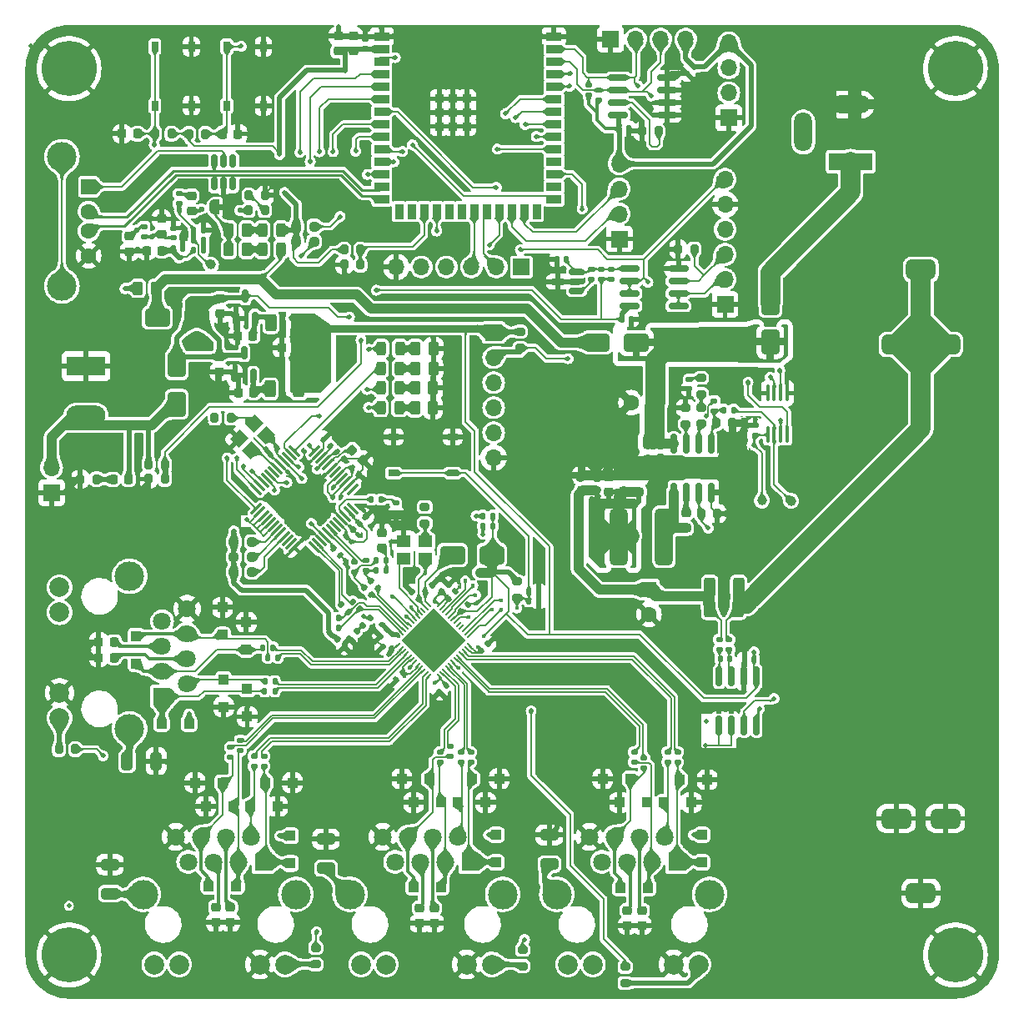
<source format=gbr>
%TF.GenerationSoftware,KiCad,Pcbnew,7.0.1*%
%TF.CreationDate,2023-07-30T21:23:37+03:00*%
%TF.ProjectId,Ethernet_switch_4out,45746865-726e-4657-945f-737769746368,rev?*%
%TF.SameCoordinates,Original*%
%TF.FileFunction,Copper,L1,Top*%
%TF.FilePolarity,Positive*%
%FSLAX46Y46*%
G04 Gerber Fmt 4.6, Leading zero omitted, Abs format (unit mm)*
G04 Created by KiCad (PCBNEW 7.0.1) date 2023-07-30 21:23:37*
%MOMM*%
%LPD*%
G01*
G04 APERTURE LIST*
G04 Aperture macros list*
%AMRoundRect*
0 Rectangle with rounded corners*
0 $1 Rounding radius*
0 $2 $3 $4 $5 $6 $7 $8 $9 X,Y pos of 4 corners*
0 Add a 4 corners polygon primitive as box body*
4,1,4,$2,$3,$4,$5,$6,$7,$8,$9,$2,$3,0*
0 Add four circle primitives for the rounded corners*
1,1,$1+$1,$2,$3*
1,1,$1+$1,$4,$5*
1,1,$1+$1,$6,$7*
1,1,$1+$1,$8,$9*
0 Add four rect primitives between the rounded corners*
20,1,$1+$1,$2,$3,$4,$5,0*
20,1,$1+$1,$4,$5,$6,$7,0*
20,1,$1+$1,$6,$7,$8,$9,0*
20,1,$1+$1,$8,$9,$2,$3,0*%
%AMRotRect*
0 Rectangle, with rotation*
0 The origin of the aperture is its center*
0 $1 length*
0 $2 width*
0 $3 Rotation angle, in degrees counterclockwise*
0 Add horizontal line*
21,1,$1,$2,0,0,$3*%
%AMFreePoly0*
4,1,19,0.500000,-0.750000,0.000000,-0.750000,0.000000,-0.744911,-0.071157,-0.744911,-0.207708,-0.704816,-0.327430,-0.627875,-0.420627,-0.520320,-0.479746,-0.390866,-0.500000,-0.250000,-0.500000,0.250000,-0.479746,0.390866,-0.420627,0.520320,-0.327430,0.627875,-0.207708,0.704816,-0.071157,0.744911,0.000000,0.744911,0.000000,0.750000,0.500000,0.750000,0.500000,-0.750000,0.500000,-0.750000,
$1*%
%AMFreePoly1*
4,1,19,0.000000,0.744911,0.071157,0.744911,0.207708,0.704816,0.327430,0.627875,0.420627,0.520320,0.479746,0.390866,0.500000,0.250000,0.500000,-0.250000,0.479746,-0.390866,0.420627,-0.520320,0.327430,-0.627875,0.207708,-0.704816,0.071157,-0.744911,0.000000,-0.744911,0.000000,-0.750000,-0.500000,-0.750000,-0.500000,0.750000,0.000000,0.750000,0.000000,0.744911,0.000000,0.744911,
$1*%
G04 Aperture macros list end*
%TA.AperFunction,ComponentPad*%
%ADD10C,3.600000*%
%TD*%
%TA.AperFunction,ConnectorPad*%
%ADD11C,5.600000*%
%TD*%
%TA.AperFunction,SMDPad,CuDef*%
%ADD12RoundRect,0.135000X0.035355X-0.226274X0.226274X-0.035355X-0.035355X0.226274X-0.226274X0.035355X0*%
%TD*%
%TA.AperFunction,ComponentPad*%
%ADD13RoundRect,0.500000X-1.000000X-0.500000X1.000000X-0.500000X1.000000X0.500000X-1.000000X0.500000X0*%
%TD*%
%TA.AperFunction,ComponentPad*%
%ADD14RoundRect,0.500000X1.000000X0.500000X-1.000000X0.500000X-1.000000X-0.500000X1.000000X-0.500000X0*%
%TD*%
%TA.AperFunction,SMDPad,CuDef*%
%ADD15RoundRect,0.250000X-0.300000X-0.300000X0.300000X-0.300000X0.300000X0.300000X-0.300000X0.300000X0*%
%TD*%
%TA.AperFunction,SMDPad,CuDef*%
%ADD16RoundRect,0.140000X0.219203X0.021213X0.021213X0.219203X-0.219203X-0.021213X-0.021213X-0.219203X0*%
%TD*%
%TA.AperFunction,SMDPad,CuDef*%
%ADD17R,1.500000X0.900000*%
%TD*%
%TA.AperFunction,SMDPad,CuDef*%
%ADD18R,0.900000X1.500000*%
%TD*%
%TA.AperFunction,SMDPad,CuDef*%
%ADD19R,0.900000X0.900000*%
%TD*%
%TA.AperFunction,SMDPad,CuDef*%
%ADD20RoundRect,0.225000X-0.225000X-0.250000X0.225000X-0.250000X0.225000X0.250000X-0.225000X0.250000X0*%
%TD*%
%TA.AperFunction,SMDPad,CuDef*%
%ADD21RoundRect,0.225000X0.225000X0.250000X-0.225000X0.250000X-0.225000X-0.250000X0.225000X-0.250000X0*%
%TD*%
%TA.AperFunction,SMDPad,CuDef*%
%ADD22RoundRect,0.225000X0.250000X-0.225000X0.250000X0.225000X-0.250000X0.225000X-0.250000X-0.225000X0*%
%TD*%
%TA.AperFunction,SMDPad,CuDef*%
%ADD23RoundRect,0.150000X0.825000X0.150000X-0.825000X0.150000X-0.825000X-0.150000X0.825000X-0.150000X0*%
%TD*%
%TA.AperFunction,SMDPad,CuDef*%
%ADD24RoundRect,0.150000X0.150000X-0.512500X0.150000X0.512500X-0.150000X0.512500X-0.150000X-0.512500X0*%
%TD*%
%TA.AperFunction,SMDPad,CuDef*%
%ADD25RoundRect,0.200000X-0.275000X0.200000X-0.275000X-0.200000X0.275000X-0.200000X0.275000X0.200000X0*%
%TD*%
%TA.AperFunction,SMDPad,CuDef*%
%ADD26RoundRect,0.135000X-0.135000X-0.185000X0.135000X-0.185000X0.135000X0.185000X-0.135000X0.185000X0*%
%TD*%
%TA.AperFunction,SMDPad,CuDef*%
%ADD27RoundRect,0.135000X0.135000X0.185000X-0.135000X0.185000X-0.135000X-0.185000X0.135000X-0.185000X0*%
%TD*%
%TA.AperFunction,SMDPad,CuDef*%
%ADD28C,1.000000*%
%TD*%
%TA.AperFunction,SMDPad,CuDef*%
%ADD29RoundRect,0.135000X0.185000X-0.135000X0.185000X0.135000X-0.185000X0.135000X-0.185000X-0.135000X0*%
%TD*%
%TA.AperFunction,SMDPad,CuDef*%
%ADD30RoundRect,0.140000X-0.021213X0.219203X-0.219203X0.021213X0.021213X-0.219203X0.219203X-0.021213X0*%
%TD*%
%TA.AperFunction,SMDPad,CuDef*%
%ADD31RoundRect,0.135000X0.226274X0.035355X0.035355X0.226274X-0.226274X-0.035355X-0.035355X-0.226274X0*%
%TD*%
%TA.AperFunction,SMDPad,CuDef*%
%ADD32RoundRect,0.140000X0.170000X-0.140000X0.170000X0.140000X-0.170000X0.140000X-0.170000X-0.140000X0*%
%TD*%
%TA.AperFunction,SMDPad,CuDef*%
%ADD33RoundRect,0.243750X0.243750X0.456250X-0.243750X0.456250X-0.243750X-0.456250X0.243750X-0.456250X0*%
%TD*%
%TA.AperFunction,SMDPad,CuDef*%
%ADD34RoundRect,0.250000X-0.325000X-0.650000X0.325000X-0.650000X0.325000X0.650000X-0.325000X0.650000X0*%
%TD*%
%TA.AperFunction,SMDPad,CuDef*%
%ADD35FreePoly0,180.000000*%
%TD*%
%TA.AperFunction,SMDPad,CuDef*%
%ADD36FreePoly1,180.000000*%
%TD*%
%TA.AperFunction,SMDPad,CuDef*%
%ADD37RoundRect,0.250000X0.262500X0.450000X-0.262500X0.450000X-0.262500X-0.450000X0.262500X-0.450000X0*%
%TD*%
%TA.AperFunction,SMDPad,CuDef*%
%ADD38RoundRect,0.250000X-1.000000X-0.650000X1.000000X-0.650000X1.000000X0.650000X-1.000000X0.650000X0*%
%TD*%
%TA.AperFunction,SMDPad,CuDef*%
%ADD39RoundRect,0.200000X0.200000X0.275000X-0.200000X0.275000X-0.200000X-0.275000X0.200000X-0.275000X0*%
%TD*%
%TA.AperFunction,SMDPad,CuDef*%
%ADD40RoundRect,0.218750X0.218750X0.256250X-0.218750X0.256250X-0.218750X-0.256250X0.218750X-0.256250X0*%
%TD*%
%TA.AperFunction,ComponentPad*%
%ADD41R,1.500000X1.600000*%
%TD*%
%TA.AperFunction,ComponentPad*%
%ADD42C,1.600000*%
%TD*%
%TA.AperFunction,ComponentPad*%
%ADD43C,3.000000*%
%TD*%
%TA.AperFunction,SMDPad,CuDef*%
%ADD44RoundRect,0.135000X-0.185000X0.135000X-0.185000X-0.135000X0.185000X-0.135000X0.185000X0.135000X0*%
%TD*%
%TA.AperFunction,SMDPad,CuDef*%
%ADD45R,0.700000X1.000000*%
%TD*%
%TA.AperFunction,SMDPad,CuDef*%
%ADD46RoundRect,0.250000X0.300000X0.300000X-0.300000X0.300000X-0.300000X-0.300000X0.300000X-0.300000X0*%
%TD*%
%TA.AperFunction,SMDPad,CuDef*%
%ADD47RoundRect,0.200000X0.275000X-0.200000X0.275000X0.200000X-0.275000X0.200000X-0.275000X-0.200000X0*%
%TD*%
%TA.AperFunction,SMDPad,CuDef*%
%ADD48RoundRect,0.250000X0.312500X0.625000X-0.312500X0.625000X-0.312500X-0.625000X0.312500X-0.625000X0*%
%TD*%
%TA.AperFunction,SMDPad,CuDef*%
%ADD49RoundRect,0.200000X-0.200000X-0.275000X0.200000X-0.275000X0.200000X0.275000X-0.200000X0.275000X0*%
%TD*%
%TA.AperFunction,ComponentPad*%
%ADD50R,1.700000X1.700000*%
%TD*%
%TA.AperFunction,ComponentPad*%
%ADD51O,1.700000X1.700000*%
%TD*%
%TA.AperFunction,ComponentPad*%
%ADD52R,1.600000X1.600000*%
%TD*%
%TA.AperFunction,SMDPad,CuDef*%
%ADD53RoundRect,0.250000X0.300000X-0.300000X0.300000X0.300000X-0.300000X0.300000X-0.300000X-0.300000X0*%
%TD*%
%TA.AperFunction,SMDPad,CuDef*%
%ADD54RoundRect,0.250000X0.650000X-0.325000X0.650000X0.325000X-0.650000X0.325000X-0.650000X-0.325000X0*%
%TD*%
%TA.AperFunction,SMDPad,CuDef*%
%ADD55C,0.500000*%
%TD*%
%TA.AperFunction,SMDPad,CuDef*%
%ADD56RoundRect,0.140000X0.021213X-0.219203X0.219203X-0.021213X-0.021213X0.219203X-0.219203X0.021213X0*%
%TD*%
%TA.AperFunction,SMDPad,CuDef*%
%ADD57RoundRect,0.150000X0.587500X0.150000X-0.587500X0.150000X-0.587500X-0.150000X0.587500X-0.150000X0*%
%TD*%
%TA.AperFunction,SMDPad,CuDef*%
%ADD58RoundRect,0.225000X-0.250000X0.225000X-0.250000X-0.225000X0.250000X-0.225000X0.250000X0.225000X0*%
%TD*%
%TA.AperFunction,SMDPad,CuDef*%
%ADD59RoundRect,0.140000X-0.219203X-0.021213X-0.021213X-0.219203X0.219203X0.021213X0.021213X0.219203X0*%
%TD*%
%TA.AperFunction,ComponentPad*%
%ADD60R,3.960000X1.980000*%
%TD*%
%TA.AperFunction,ComponentPad*%
%ADD61O,3.960000X1.980000*%
%TD*%
%TA.AperFunction,SMDPad,CuDef*%
%ADD62RoundRect,0.250000X-0.262500X-0.450000X0.262500X-0.450000X0.262500X0.450000X-0.262500X0.450000X0*%
%TD*%
%TA.AperFunction,SMDPad,CuDef*%
%ADD63RoundRect,0.237500X-0.250000X-0.237500X0.250000X-0.237500X0.250000X0.237500X-0.250000X0.237500X0*%
%TD*%
%TA.AperFunction,SMDPad,CuDef*%
%ADD64RoundRect,0.140000X-0.170000X0.140000X-0.170000X-0.140000X0.170000X-0.140000X0.170000X0.140000X0*%
%TD*%
%TA.AperFunction,SMDPad,CuDef*%
%ADD65RoundRect,0.150000X0.150000X-0.825000X0.150000X0.825000X-0.150000X0.825000X-0.150000X-0.825000X0*%
%TD*%
%TA.AperFunction,ComponentPad*%
%ADD66C,0.600000*%
%TD*%
%TA.AperFunction,SMDPad,CuDef*%
%ADD67R,3.000000X2.290000*%
%TD*%
%TA.AperFunction,SMDPad,CuDef*%
%ADD68RoundRect,0.237500X0.250000X0.237500X-0.250000X0.237500X-0.250000X-0.237500X0.250000X-0.237500X0*%
%TD*%
%TA.AperFunction,SMDPad,CuDef*%
%ADD69RoundRect,0.140000X0.140000X0.170000X-0.140000X0.170000X-0.140000X-0.170000X0.140000X-0.170000X0*%
%TD*%
%TA.AperFunction,SMDPad,CuDef*%
%ADD70RoundRect,0.140000X-0.140000X-0.170000X0.140000X-0.170000X0.140000X0.170000X-0.140000X0.170000X0*%
%TD*%
%TA.AperFunction,SMDPad,CuDef*%
%ADD71RoundRect,0.225000X0.335876X0.017678X0.017678X0.335876X-0.335876X-0.017678X-0.017678X-0.335876X0*%
%TD*%
%TA.AperFunction,SMDPad,CuDef*%
%ADD72RoundRect,0.243750X-0.243750X-0.456250X0.243750X-0.456250X0.243750X0.456250X-0.243750X0.456250X0*%
%TD*%
%TA.AperFunction,SMDPad,CuDef*%
%ADD73RoundRect,0.250000X-0.300000X0.300000X-0.300000X-0.300000X0.300000X-0.300000X0.300000X0.300000X0*%
%TD*%
%TA.AperFunction,SMDPad,CuDef*%
%ADD74RotRect,1.400000X1.200000X225.000000*%
%TD*%
%TA.AperFunction,SMDPad,CuDef*%
%ADD75RoundRect,0.050000X-0.212132X-0.282843X0.282843X0.212132X0.212132X0.282843X-0.282843X-0.212132X0*%
%TD*%
%TA.AperFunction,SMDPad,CuDef*%
%ADD76RoundRect,0.050000X0.212132X-0.282843X0.282843X-0.212132X-0.212132X0.282843X-0.282843X0.212132X0*%
%TD*%
%TA.AperFunction,SMDPad,CuDef*%
%ADD77RotRect,4.600000X4.600000X45.000000*%
%TD*%
%TA.AperFunction,ComponentPad*%
%ADD78R,4.400000X1.800000*%
%TD*%
%TA.AperFunction,ComponentPad*%
%ADD79O,4.000000X1.800000*%
%TD*%
%TA.AperFunction,ComponentPad*%
%ADD80O,1.800000X4.000000*%
%TD*%
%TA.AperFunction,SMDPad,CuDef*%
%ADD81RoundRect,0.450000X0.450000X2.450000X-0.450000X2.450000X-0.450000X-2.450000X0.450000X-2.450000X0*%
%TD*%
%TA.AperFunction,SMDPad,CuDef*%
%ADD82RoundRect,0.250000X1.000000X0.650000X-1.000000X0.650000X-1.000000X-0.650000X1.000000X-0.650000X0*%
%TD*%
%TA.AperFunction,SMDPad,CuDef*%
%ADD83R,1.000000X0.700000*%
%TD*%
%TA.AperFunction,SMDPad,CuDef*%
%ADD84RoundRect,0.250000X-0.312500X-0.625000X0.312500X-0.625000X0.312500X0.625000X-0.312500X0.625000X0*%
%TD*%
%TA.AperFunction,SMDPad,CuDef*%
%ADD85RoundRect,0.250000X-0.650000X1.000000X-0.650000X-1.000000X0.650000X-1.000000X0.650000X1.000000X0*%
%TD*%
%TA.AperFunction,SMDPad,CuDef*%
%ADD86RoundRect,0.250000X0.650000X-1.000000X0.650000X1.000000X-0.650000X1.000000X-0.650000X-1.000000X0*%
%TD*%
%TA.AperFunction,SMDPad,CuDef*%
%ADD87RoundRect,0.075000X0.521491X-0.415425X-0.415425X0.521491X-0.521491X0.415425X0.415425X-0.521491X0*%
%TD*%
%TA.AperFunction,SMDPad,CuDef*%
%ADD88RoundRect,0.075000X0.521491X0.415425X0.415425X0.521491X-0.521491X-0.415425X-0.415425X-0.521491X0*%
%TD*%
%TA.AperFunction,SMDPad,CuDef*%
%ADD89RoundRect,0.100000X0.100000X-0.712500X0.100000X0.712500X-0.100000X0.712500X-0.100000X-0.712500X0*%
%TD*%
%TA.AperFunction,SMDPad,CuDef*%
%ADD90R,1.400000X1.200000*%
%TD*%
%TA.AperFunction,ComponentPad*%
%ADD91R,1.800000X1.800000*%
%TD*%
%TA.AperFunction,ComponentPad*%
%ADD92C,1.800000*%
%TD*%
%TA.AperFunction,ComponentPad*%
%ADD93C,2.000000*%
%TD*%
%TA.AperFunction,ViaPad*%
%ADD94C,0.500000*%
%TD*%
%TA.AperFunction,ViaPad*%
%ADD95C,0.450000*%
%TD*%
%TA.AperFunction,ViaPad*%
%ADD96C,0.550000*%
%TD*%
%TA.AperFunction,Conductor*%
%ADD97C,0.200000*%
%TD*%
%TA.AperFunction,Conductor*%
%ADD98C,0.500000*%
%TD*%
%TA.AperFunction,Conductor*%
%ADD99C,1.000000*%
%TD*%
%TA.AperFunction,Conductor*%
%ADD100C,0.166300*%
%TD*%
%TA.AperFunction,Conductor*%
%ADD101C,0.242000*%
%TD*%
%TA.AperFunction,Conductor*%
%ADD102C,0.350000*%
%TD*%
%TA.AperFunction,Conductor*%
%ADD103C,0.150000*%
%TD*%
%TA.AperFunction,Conductor*%
%ADD104C,0.750000*%
%TD*%
%TA.AperFunction,Conductor*%
%ADD105C,0.300000*%
%TD*%
%TA.AperFunction,Conductor*%
%ADD106C,0.128000*%
%TD*%
%TA.AperFunction,Conductor*%
%ADD107C,2.000000*%
%TD*%
G04 APERTURE END LIST*
%TA.AperFunction,EtchedComponent*%
%TO.C,JP1*%
G36*
X70690000Y-69360000D02*
G01*
X70190000Y-69360000D01*
X70190000Y-68760000D01*
X70690000Y-68760000D01*
X70690000Y-69360000D01*
G37*
%TD.AperFunction*%
%TD*%
D10*
%TO.P,H2,1,1*%
%TO.N,GND*%
X145000000Y-55000000D03*
D11*
X145000000Y-55000000D03*
%TD*%
D12*
%TO.P,R11,1*%
%TO.N,GND*%
X83479376Y-112880624D03*
%TO.P,R11,2*%
%TO.N,Net-(R11-Pad2)*%
X84200624Y-112159376D03*
%TD*%
D13*
%TO.P,J13,1,Pin_1*%
%TO.N,Net-(J13-Pin_1)*%
X141500000Y-75400000D03*
X144000000Y-83000000D03*
X139000000Y-83000000D03*
D14*
%TO.P,J13,2,Pin_2*%
%TO.N,GND*%
X144000000Y-131133000D03*
X139000000Y-131133000D03*
X141500000Y-138733000D03*
%TD*%
D15*
%TO.P,D29,1,A1*%
%TO.N,GND*%
X109200000Y-127100000D03*
%TO.P,D29,2,A2*%
%TO.N,/Output_port3/L_RD-*%
X112000000Y-127100000D03*
%TD*%
D16*
%TO.P,C25,1*%
%TO.N,GND*%
X82969411Y-113679411D03*
%TO.P,C25,2*%
%TO.N,+3V3*%
X82290589Y-113000589D03*
%TD*%
D15*
%TO.P,D10,1,A1*%
%TO.N,/Output_port/L_TD+*%
X64400000Y-121500000D03*
%TO.P,D10,2,A2*%
%TO.N,/Output_port/L_TD-*%
X67200000Y-121500000D03*
%TD*%
D17*
%TO.P,U1,1,GND*%
%TO.N,GND*%
X86750000Y-51740000D03*
%TO.P,U1,2,3V3*%
%TO.N,+3V3*%
X86750000Y-53010000D03*
%TO.P,U1,3,EN*%
%TO.N,/ESP_EN*%
X86750000Y-54280000D03*
%TO.P,U1,4,GPIO4/TOUCH4/ADC1_CH3*%
%TO.N,/~{RST}*%
X86750000Y-55550000D03*
%TO.P,U1,5,GPIO5/TOUCH5/ADC1_CH4*%
%TO.N,/~{INT}*%
X86750000Y-56820000D03*
%TO.P,U1,6,GPIO6/TOUCH6/ADC1_CH5*%
%TO.N,/MOSI*%
X86750000Y-58090000D03*
%TO.P,U1,7,GPIO7/TOUCH7/ADC1_CH6*%
%TO.N,REF_2v5*%
X86750000Y-59360000D03*
%TO.P,U1,8,GPIO15/U0RTS/ADC2_CH4/XTAL_32K_P*%
%TO.N,/MISO*%
X86750000Y-60630000D03*
%TO.P,U1,9,GPIO16/U0CTS/ADC2_CH5/XTAL_32K_N*%
%TO.N,/SCLK*%
X86750000Y-61900000D03*
%TO.P,U1,10,GPIO17/U1TXD/ADC2_CH6*%
%TO.N,/WS*%
X86750000Y-63170000D03*
%TO.P,U1,11,GPIO18/U1RXD/ADC2_CH7/CLK_OUT3*%
%TO.N,/L{slash}R*%
X86750000Y-64440000D03*
%TO.P,U1,12,GPIO8/TOUCH8/ADC1_CH7/SUBSPICS1*%
%TO.N,/~{SCS}*%
X86750000Y-65710000D03*
%TO.P,U1,13,GPIO19/U1RTS/ADC2_CH8/CLK_OUT2/USB_D-*%
%TO.N,D-*%
X86750000Y-66980000D03*
%TO.P,U1,14,GPIO20/U1CTS/ADC2_CH9/CLK_OUT1/USB_D+*%
%TO.N,D+*%
X86750000Y-68250000D03*
D18*
%TO.P,U1,15,GPIO3/TOUCH3/ADC1_CH2*%
%TO.N,unconnected-(U1-GPIO3{slash}TOUCH3{slash}ADC1_CH2-Pad15)*%
X88515000Y-69500000D03*
%TO.P,U1,16,GPIO46*%
%TO.N,unconnected-(U1-GPIO46-Pad16)*%
X89785000Y-69500000D03*
%TO.P,U1,17,GPIO9/TOUCH9/ADC1_CH8/FSPIHD/SUBSPIHD*%
%TO.N,/Rail_V*%
X91055000Y-69500000D03*
%TO.P,U1,18,GPIO10/TOUCH10/ADC1_CH9/FSPICS0/FSPIIO4/SUBSPICS0*%
%TO.N,/Cell_V*%
X92325000Y-69500000D03*
%TO.P,U1,19,GPIO11/TOUCH11/ADC2_CH0/FSPID/FSPIIO5/SUBSPID*%
%TO.N,unconnected-(U1-GPIO11{slash}TOUCH11{slash}ADC2_CH0{slash}FSPID{slash}FSPIIO5{slash}SUBSPID-Pad19)*%
X93595000Y-69500000D03*
%TO.P,U1,20,GPIO12/TOUCH12/ADC2_CH1/FSPICLK/FSPIIO6/SUBSPICLK*%
%TO.N,unconnected-(U1-GPIO12{slash}TOUCH12{slash}ADC2_CH1{slash}FSPICLK{slash}FSPIIO6{slash}SUBSPICLK-Pad20)*%
X94865000Y-69500000D03*
%TO.P,U1,21,GPIO13/TOUCH13/ADC2_CH2/FSPIQ/FSPIIO7/SUBSPIQ*%
%TO.N,/SCK *%
X96135000Y-69500000D03*
%TO.P,U1,22,GPIO14/TOUCH14/ADC2_CH3/FSPIWP/FSPIDQS/SUBSPIWP*%
%TO.N,/SD*%
X97405000Y-69500000D03*
%TO.P,U1,23,GPIO21*%
%TO.N,SCL{slash}MDC*%
X98675000Y-69500000D03*
%TO.P,U1,24,GPIO47/SPICLK_P/SUBSPICLK_P_DIFF*%
%TO.N,TX*%
X99945000Y-69500000D03*
%TO.P,U1,25,GPIO48/SPICLK_N/SUBSPICLK_N_DIFF*%
%TO.N,RX*%
X101215000Y-69500000D03*
%TO.P,U1,26,GPIO45*%
%TO.N,unconnected-(U1-GPIO45-Pad26)*%
X102485000Y-69500000D03*
D17*
%TO.P,U1,27,GPIO0/BOOT*%
%TO.N,/ESP_BOOT*%
X104250000Y-68250000D03*
%TO.P,U1,28,SPIIO6/GPIO35/FSPID/SUBSPID*%
%TO.N,unconnected-(U1-SPIIO6{slash}GPIO35{slash}FSPID{slash}SUBSPID-Pad28)*%
X104250000Y-66980000D03*
%TO.P,U1,29,SPIIO7/GPIO36/FSPICLK/SUBSPICLK*%
%TO.N,/Cell/BUCK_EN*%
X104250000Y-65710000D03*
%TO.P,U1,30,SPIDQS/GPIO37/FSPIQ/SUBSPIQ*%
%TO.N,unconnected-(U1-SPIDQS{slash}GPIO37{slash}FSPIQ{slash}SUBSPIQ-Pad30)*%
X104250000Y-64440000D03*
%TO.P,U1,31,GPIO38/FSPIWP/SUBSPIWP*%
%TO.N,SDA{slash}MDIO*%
X104250000Y-63170000D03*
%TO.P,U1,32,MTCK/GPIO39/CLK_OUT3/SUBSPICS1*%
%TO.N,SS_EXT*%
X104250000Y-61900000D03*
%TO.P,U1,33,MTDO/GPIO40/CLK_OUT2*%
%TO.N,MISO_EXT*%
X104250000Y-60630000D03*
%TO.P,U1,34,MTDI/GPIO41/CLK_OUT1*%
%TO.N,MOSI_EXT*%
X104250000Y-59360000D03*
%TO.P,U1,35,MTMS/GPIO42*%
%TO.N,CLK_EXT*%
X104250000Y-58090000D03*
%TO.P,U1,36,U0RXD/GPIO44/CLK_OUT2*%
%TO.N,Net-(J1-Pin_2)*%
X104250000Y-56820000D03*
%TO.P,U1,37,U0TXD/GPIO43/CLK_OUT1*%
%TO.N,Net-(J1-Pin_3)*%
X104250000Y-55550000D03*
%TO.P,U1,38,GPIO2/TOUCH2/ADC1_CH1*%
%TO.N,SDA*%
X104250000Y-54280000D03*
%TO.P,U1,39,GPIO1/TOUCH1/ADC1_CH0*%
%TO.N,SCL*%
X104250000Y-53010000D03*
%TO.P,U1,40,GND*%
%TO.N,GND*%
X104250000Y-51740000D03*
D19*
%TO.P,U1,41,GND*%
X92600000Y-58060000D03*
X92600000Y-59460000D03*
X92600000Y-60860000D03*
X92600000Y-60860000D03*
X94000000Y-58060000D03*
X94000000Y-58060000D03*
X94000000Y-59460000D03*
X94000000Y-60860000D03*
X95400000Y-58060000D03*
X95400000Y-59460000D03*
X95400000Y-60860000D03*
%TD*%
D20*
%TO.P,C39,1*%
%TO.N,GND*%
X58025000Y-113200000D03*
%TO.P,C39,2*%
%TO.N,Net-(J7-RCT)*%
X59575000Y-113200000D03*
%TD*%
D21*
%TO.P,C74,1*%
%TO.N,+3V3*%
X64435000Y-73490000D03*
%TO.P,C74,2*%
%TO.N,GND*%
X62885000Y-73490000D03*
%TD*%
D22*
%TO.P,C42,1*%
%TO.N,GND*%
X69900000Y-141675000D03*
%TO.P,C42,2*%
%TO.N,Net-(J8-RCT)*%
X69900000Y-140125000D03*
%TD*%
D23*
%TO.P,U5,1,A0*%
%TO.N,GND*%
X115715000Y-59715000D03*
%TO.P,U5,2,A1*%
X115715000Y-58445000D03*
%TO.P,U5,3,A2*%
X115715000Y-57175000D03*
%TO.P,U5,4,GND*%
X115715000Y-55905000D03*
%TO.P,U5,5,SDA*%
%TO.N,SCL*%
X110765000Y-55905000D03*
%TO.P,U5,6,SCL*%
%TO.N,SDA*%
X110765000Y-57175000D03*
%TO.P,U5,7,WP*%
%TO.N,Net-(U5-WP)*%
X110765000Y-58445000D03*
%TO.P,U5,8,VCC*%
%TO.N,+3V3*%
X110765000Y-59715000D03*
%TD*%
D24*
%TO.P,U12,1,GND*%
%TO.N,GND*%
X71970000Y-80337500D03*
%TO.P,U12,2,VO*%
%TO.N,Net-(U12-VO)*%
X73870000Y-80337500D03*
%TO.P,U12,3,VI*%
%TO.N,+VDC*%
X72920000Y-78062500D03*
%TD*%
D25*
%TO.P,R25,1*%
%TO.N,/green_LED3*%
X101060000Y-144475000D03*
%TO.P,R25,2*%
%TO.N,/Output_port2/GREEN*%
X101060000Y-146125000D03*
%TD*%
D26*
%TO.P,R82,1*%
%TO.N,/power/FB*%
X67660000Y-72427500D03*
%TO.P,R82,2*%
%TO.N,Net-(R81-Pad1)*%
X68680000Y-72427500D03*
%TD*%
D27*
%TO.P,R2,1*%
%TO.N,Net-(U3-TXIP0)*%
X82360000Y-111790000D03*
%TO.P,R2,2*%
%TO.N,+3V3*%
X81340000Y-111790000D03*
%TD*%
D28*
%TO.P,TP4,1,1*%
%TO.N,/Cell/DAC1*%
X128320000Y-98900000D03*
%TD*%
D22*
%TO.P,C67,1*%
%TO.N,/Cell/Buck_out*%
X107070000Y-97845000D03*
%TO.P,C67,2*%
%TO.N,GND*%
X107070000Y-96295000D03*
%TD*%
D29*
%TO.P,R83,1*%
%TO.N,/power/FB*%
X66170000Y-68730000D03*
%TO.P,R83,2*%
%TO.N,Net-(C72-Pad1)*%
X66170000Y-67710000D03*
%TD*%
D27*
%TO.P,R17,1*%
%TO.N,+3V3*%
X98060000Y-101460000D03*
%TO.P,R17,2*%
%TO.N,SCL{slash}MDC*%
X97040000Y-101460000D03*
%TD*%
D30*
%TO.P,C16,1*%
%TO.N,GND*%
X91849411Y-107450589D03*
%TO.P,C16,2*%
%TO.N,Net-(D1-K)*%
X91170589Y-108129411D03*
%TD*%
D31*
%TO.P,R8,1*%
%TO.N,Net-(U3-TXIP0)*%
X84520624Y-109850624D03*
%TO.P,R8,2*%
%TO.N,Net-(U2-TXP)*%
X83799376Y-109129376D03*
%TD*%
D24*
%TO.P,U6,1,GND*%
%TO.N,GND*%
X71830000Y-86127500D03*
%TO.P,U6,2,VO*%
%TO.N,Net-(U6-VO)*%
X73730000Y-86127500D03*
%TO.P,U6,3,VI*%
%TO.N,+VDC*%
X72780000Y-83852500D03*
%TD*%
D32*
%TO.P,C52,1*%
%TO.N,GND*%
X115040000Y-94385000D03*
%TO.P,C52,2*%
%TO.N,/Cell/Vin_buck*%
X115040000Y-93425000D03*
%TD*%
D33*
%TO.P,D2,1,K*%
%TO.N,Net-(D2-K)*%
X88526599Y-89404227D03*
%TO.P,D2,2,A*%
%TO.N,/W5500_LED4*%
X86651599Y-89404227D03*
%TD*%
D28*
%TO.P,TP3,1,1*%
%TO.N,/power/FB*%
X69430000Y-74910000D03*
%TD*%
D34*
%TO.P,C40,1*%
%TO.N,Net-(J7-SHIELD)*%
X60905000Y-125320000D03*
%TO.P,C40,2*%
%TO.N,GND*%
X63855000Y-125320000D03*
%TD*%
D35*
%TO.P,JP1,1,A*%
%TO.N,GND*%
X71090000Y-69060000D03*
D36*
%TO.P,JP1,2,B*%
%TO.N,Net-(JP1-B)*%
X69790000Y-69060000D03*
%TD*%
D37*
%TO.P,R41,1*%
%TO.N,Net-(D7-K)*%
X73042500Y-71380000D03*
%TO.P,R41,2*%
%TO.N,Net-(JP1-B)*%
X71217500Y-71380000D03*
%TD*%
D29*
%TO.P,R6,1*%
%TO.N,Net-(C24-Pad1)*%
X84010000Y-106120000D03*
%TO.P,R6,2*%
%TO.N,Net-(U2-RXN)*%
X84010000Y-105100000D03*
%TD*%
D25*
%TO.P,R27,1*%
%TO.N,+3V3*%
X100810000Y-81705000D03*
%TO.P,R27,2*%
%TO.N,SS_EXT*%
X100810000Y-83355000D03*
%TD*%
D27*
%TO.P,R1,1*%
%TO.N,Net-(U3-TXIN0)*%
X82380000Y-110780000D03*
%TO.P,R1,2*%
%TO.N,+3V3*%
X81360000Y-110780000D03*
%TD*%
D25*
%TO.P,R26,1*%
%TO.N,/green_LED4*%
X111480000Y-146195000D03*
%TO.P,R26,2*%
%TO.N,/Output_port3/GREEN*%
X111480000Y-147845000D03*
%TD*%
%TO.P,R22,1*%
%TO.N,/green_LED2*%
X80060000Y-144285000D03*
%TO.P,R22,2*%
%TO.N,/Output_port1/GREEN*%
X80060000Y-145935000D03*
%TD*%
D38*
%TO.P,D1,1,K*%
%TO.N,Net-(D1-K)*%
X93940000Y-104380000D03*
%TO.P,D1,2,A*%
%TO.N,+3V3*%
X97940000Y-104380000D03*
%TD*%
D39*
%TO.P,R77,1*%
%TO.N,Net-(J15-Pin_3)*%
X118510000Y-73320000D03*
%TO.P,R77,2*%
%TO.N,GND*%
X116860000Y-73320000D03*
%TD*%
D40*
%TO.P,D8,1,K*%
%TO.N,+BATT*%
X61047500Y-96700000D03*
%TO.P,D8,2,A*%
%TO.N,Net-(D8-A)*%
X59472500Y-96700000D03*
%TD*%
D37*
%TO.P,R40,1*%
%TO.N,Net-(D6-K)*%
X73052500Y-73350000D03*
%TO.P,R40,2*%
%TO.N,Net-(JP1-B)*%
X71227500Y-73350000D03*
%TD*%
D41*
%TO.P,J4,1,VBUS*%
%TO.N,VBUS*%
X57000000Y-67000000D03*
D42*
%TO.P,J4,2,D-*%
%TO.N,D-*%
X57000000Y-69500000D03*
%TO.P,J4,3,D+*%
%TO.N,D+*%
X57000000Y-71500000D03*
%TO.P,J4,4,GND*%
%TO.N,GND*%
X57000000Y-74000000D03*
D43*
%TO.P,J4,5,Shield*%
%TO.N,unconnected-(J4-Shield-Pad5)*%
X54290000Y-63930000D03*
X54290000Y-77070000D03*
%TD*%
D44*
%TO.P,R52,1*%
%TO.N,/Output_port1/RD-*%
X71400000Y-123890000D03*
%TO.P,R52,2*%
%TO.N,/Output_port1/L_RD-*%
X71400000Y-124910000D03*
%TD*%
D30*
%TO.P,C6,1*%
%TO.N,GND*%
X93539411Y-107420589D03*
%TO.P,C6,2*%
%TO.N,1V2*%
X92860589Y-108099411D03*
%TD*%
D45*
%TO.P,SW1,1,A*%
%TO.N,/ESP_EN*%
X71040000Y-58760000D03*
X71040000Y-52760000D03*
%TO.P,SW1,2,B*%
%TO.N,GND*%
X74740000Y-58760000D03*
X74740000Y-52760000D03*
%TD*%
D46*
%TO.P,D26,1,A1*%
%TO.N,GND*%
X98700000Y-127100000D03*
%TO.P,D26,2,A2*%
%TO.N,/Output_port2/L_TD+*%
X95900000Y-127100000D03*
%TD*%
D44*
%TO.P,R49,1*%
%TO.N,/Output_port1/TD+*%
X74800000Y-124790000D03*
%TO.P,R49,2*%
%TO.N,/Output_port1/L_TD+*%
X74800000Y-125810000D03*
%TD*%
D23*
%TO.P,U10,1*%
%TO.N,Net-(J15-Pin_2)*%
X116875000Y-79105000D03*
%TO.P,U10,2,-*%
X116875000Y-77835000D03*
%TO.P,U10,3,+*%
%TO.N,Net-(J15-Pin_3)*%
X116875000Y-76565000D03*
%TO.P,U10,4,V-*%
%TO.N,GND*%
X116875000Y-75295000D03*
%TO.P,U10,5,+*%
%TO.N,/2V5_RAW*%
X111925000Y-75295000D03*
%TO.P,U10,6,-*%
%TO.N,REF_2v5*%
X111925000Y-76565000D03*
%TO.P,U10,7*%
X111925000Y-77835000D03*
%TO.P,U10,8,V+*%
%TO.N,+VDC*%
X111925000Y-79105000D03*
%TD*%
D47*
%TO.P,R76,1*%
%TO.N,/Cell/Rlim*%
X117620000Y-91090000D03*
%TO.P,R76,2*%
%TO.N,GND*%
X117620000Y-89440000D03*
%TD*%
D22*
%TO.P,C14,1*%
%TO.N,+3V3*%
X82340000Y-53235000D03*
%TO.P,C14,2*%
%TO.N,GND*%
X82340000Y-51685000D03*
%TD*%
D27*
%TO.P,R18,1*%
%TO.N,+3V3*%
X98040000Y-100420000D03*
%TO.P,R18,2*%
%TO.N,SDA{slash}MDIO*%
X97020000Y-100420000D03*
%TD*%
D46*
%TO.P,D32,1,A1*%
%TO.N,GND*%
X119800000Y-127200000D03*
%TO.P,D32,2,A2*%
%TO.N,/Output_port3/L_TD+*%
X117000000Y-127200000D03*
%TD*%
D48*
%TO.P,R73,1*%
%TO.N,+3V3*%
X78342500Y-87520000D03*
%TO.P,R73,2*%
%TO.N,Net-(U6-VO)*%
X75417500Y-87520000D03*
%TD*%
D24*
%TO.P,U4,1,IO1*%
%TO.N,D+*%
X69760000Y-66685000D03*
%TO.P,U4,2,VN*%
%TO.N,GND*%
X70710000Y-66685000D03*
%TO.P,U4,3,IO2*%
%TO.N,unconnected-(U4-IO2-Pad3)*%
X71660000Y-66685000D03*
%TO.P,U4,4,IO3*%
%TO.N,unconnected-(U4-IO3-Pad4)*%
X71660000Y-64410000D03*
%TO.P,U4,5,VP*%
%TO.N,VBUS*%
X70710000Y-64410000D03*
%TO.P,U4,6,IO4*%
%TO.N,D-*%
X69760000Y-64410000D03*
%TD*%
D30*
%TO.P,C22,1*%
%TO.N,GND*%
X85149411Y-100480589D03*
%TO.P,C22,2*%
%TO.N,+3V3*%
X84470589Y-101159411D03*
%TD*%
D21*
%TO.P,C34,1*%
%TO.N,/ESP_BOOT*%
X61945000Y-61610000D03*
%TO.P,C34,2*%
%TO.N,GND*%
X60395000Y-61610000D03*
%TD*%
D49*
%TO.P,R70,1*%
%TO.N,/Cell/BUCK_EN*%
X119190000Y-100185000D03*
%TO.P,R70,2*%
%TO.N,GND*%
X120840000Y-100185000D03*
%TD*%
D50*
%TO.P,J6,1,Pin_1*%
%TO.N,GND*%
X110880000Y-72290000D03*
D51*
%TO.P,J6,2,Pin_2*%
%TO.N,TX*%
X110880000Y-69750000D03*
%TO.P,J6,3,Pin_3*%
%TO.N,RX*%
X110880000Y-67210000D03*
%TO.P,J6,4,Pin_4*%
%TO.N,+3V3*%
X110880000Y-64670000D03*
%TD*%
D52*
%TO.P,C64,1*%
%TO.N,/Cell/Vin_buck*%
X114580000Y-88915000D03*
D42*
%TO.P,C64,2*%
%TO.N,GND*%
X112080000Y-88915000D03*
%TD*%
D53*
%TO.P,D28,1,A1*%
%TO.N,/Output_port3/L_TD+*%
X119300000Y-135600000D03*
%TO.P,D28,2,A2*%
%TO.N,/Output_port3/L_TD-*%
X119300000Y-132800000D03*
%TD*%
D54*
%TO.P,C46,1*%
%TO.N,Net-(J9-SHIELD)*%
X81100000Y-136175000D03*
%TO.P,C46,2*%
%TO.N,GND*%
X81100000Y-133225000D03*
%TD*%
D47*
%TO.P,R75,1*%
%TO.N,Net-(U13-COMP)*%
X119190000Y-91075000D03*
%TO.P,R75,2*%
%TO.N,Net-(R74-Pad1)*%
X119190000Y-89425000D03*
%TD*%
D55*
%TO.P,FID1,*%
%TO.N,*%
X55000000Y-140000000D03*
%TD*%
D50*
%TO.P,J1,1,Pin_1*%
%TO.N,GND*%
X122000000Y-60000000D03*
D51*
%TO.P,J1,2,Pin_2*%
%TO.N,Net-(J1-Pin_2)*%
X122000000Y-57460000D03*
%TO.P,J1,3,Pin_3*%
%TO.N,Net-(J1-Pin_3)*%
X122000000Y-54920000D03*
%TO.P,J1,4,Pin_4*%
%TO.N,+3V3*%
X122000000Y-52380000D03*
%TD*%
D56*
%TO.P,C4,1*%
%TO.N,GND*%
X92640589Y-118289411D03*
%TO.P,C4,2*%
%TO.N,1V2*%
X93319411Y-117610589D03*
%TD*%
D37*
%TO.P,FB1,1*%
%TO.N,+5V*%
X63832500Y-77290000D03*
%TO.P,FB1,2*%
%TO.N,VBUS*%
X62007500Y-77290000D03*
%TD*%
D39*
%TO.P,R53,1*%
%TO.N,/Cell_V*%
X64735000Y-96670000D03*
%TO.P,R53,2*%
%TO.N,GND*%
X63085000Y-96670000D03*
%TD*%
D57*
%TO.P,U9,1,REF*%
%TO.N,Net-(U9-REF)*%
X106540000Y-77570000D03*
%TO.P,U9,2,K*%
%TO.N,/2V5_RAW*%
X106540000Y-75670000D03*
%TO.P,U9,3,A*%
%TO.N,GND*%
X104665000Y-76620000D03*
%TD*%
D27*
%TO.P,R9,1*%
%TO.N,Net-(C26-Pad2)*%
X87240000Y-104945000D03*
%TO.P,R9,2*%
%TO.N,Net-(C24-Pad1)*%
X86220000Y-104945000D03*
%TD*%
D58*
%TO.P,C72,1*%
%TO.N,Net-(C72-Pad1)*%
X67450000Y-67905000D03*
%TO.P,C72,2*%
%TO.N,Net-(U7-Vc)*%
X67450000Y-69455000D03*
%TD*%
D44*
%TO.P,R23,1*%
%TO.N,/Cell/Buck_out*%
X121040000Y-112950000D03*
%TO.P,R23,2*%
%TO.N,Net-(U8-IN+)*%
X121040000Y-113970000D03*
%TD*%
D29*
%TO.P,R32,1*%
%TO.N,Net-(U9-REF)*%
X108060000Y-76370000D03*
%TO.P,R32,2*%
%TO.N,/2V5_RAW*%
X108060000Y-75350000D03*
%TD*%
D59*
%TO.P,C23,1*%
%TO.N,Net-(C23-Pad1)*%
X85700000Y-107030000D03*
%TO.P,C23,2*%
%TO.N,Net-(U3-RXIP0)*%
X86378822Y-107708822D03*
%TD*%
D60*
%TO.P,J12,1,Pin_1*%
%TO.N,GND*%
X56730000Y-85200000D03*
D61*
%TO.P,J12,2,Pin_2*%
%TO.N,+BATT*%
X56730000Y-90200000D03*
%TD*%
D53*
%TO.P,D16,1,A1*%
%TO.N,/Output_port1/L_TD+*%
X77500000Y-135700000D03*
%TO.P,D16,2,A2*%
%TO.N,/Output_port1/L_TD-*%
X77500000Y-132900000D03*
%TD*%
D29*
%TO.P,R5,1*%
%TO.N,Net-(C23-Pad1)*%
X85140000Y-105980000D03*
%TO.P,R5,2*%
%TO.N,Net-(U2-RXP)*%
X85140000Y-104960000D03*
%TD*%
D58*
%TO.P,C35,1*%
%TO.N,+VDC*%
X70330000Y-78345000D03*
%TO.P,C35,2*%
%TO.N,GND*%
X70330000Y-79895000D03*
%TD*%
D62*
%TO.P,R28,1*%
%TO.N,Net-(D2-K)*%
X90124099Y-89424227D03*
%TO.P,R28,2*%
%TO.N,GND*%
X91949099Y-89424227D03*
%TD*%
D63*
%TO.P,R3,1*%
%TO.N,+3V3*%
X78077500Y-71020000D03*
%TO.P,R3,2*%
%TO.N,/~{SCS}*%
X79902500Y-71020000D03*
%TD*%
D22*
%TO.P,C44,1*%
%TO.N,GND*%
X92100000Y-141775000D03*
%TO.P,C44,2*%
%TO.N,Net-(J9-TCT)*%
X92100000Y-140225000D03*
%TD*%
D49*
%TO.P,R66,1*%
%TO.N,+3V3*%
X82945000Y-73380000D03*
%TO.P,R66,2*%
%TO.N,/Rail_V*%
X84595000Y-73380000D03*
%TD*%
D44*
%TO.P,R57,1*%
%TO.N,/Output_port2/RD-*%
X93700000Y-123790000D03*
%TO.P,R57,2*%
%TO.N,/Output_port2/L_RD-*%
X93700000Y-124810000D03*
%TD*%
D64*
%TO.P,C13,1*%
%TO.N,GND*%
X85110000Y-51995000D03*
%TO.P,C13,2*%
%TO.N,+3V3*%
X85110000Y-52955000D03*
%TD*%
D65*
%TO.P,U13,1,SW*%
%TO.N,/Cell/SW*%
X116410000Y-98035000D03*
%TO.P,U13,2,BOOT*%
%TO.N,/Cell/boot*%
X117680000Y-98035000D03*
%TO.P,U13,3,EN*%
%TO.N,/Cell/BUCK_EN*%
X118950000Y-98035000D03*
%TO.P,U13,4,GND*%
%TO.N,GND*%
X120220000Y-98035000D03*
%TO.P,U13,5,FB*%
%TO.N,/Cell/FB*%
X120220000Y-93085000D03*
%TO.P,U13,6,COMP*%
%TO.N,Net-(U13-COMP)*%
X118950000Y-93085000D03*
%TO.P,U13,7,RLIM*%
%TO.N,/Cell/Rlim*%
X117680000Y-93085000D03*
%TO.P,U13,8,VIN*%
%TO.N,/Cell/Vin_buck*%
X116410000Y-93085000D03*
D66*
%TO.P,U13,9,PAD*%
%TO.N,GND*%
X117315000Y-96210000D03*
X118315000Y-96210000D03*
X119315000Y-96210000D03*
D67*
X118315000Y-95560000D03*
D66*
X117315000Y-94910000D03*
X118315000Y-94910000D03*
X119315000Y-94910000D03*
%TD*%
D46*
%TO.P,D27,1,A1*%
%TO.N,/Output_port3/L_RD+*%
X113800000Y-138200000D03*
%TO.P,D27,2,A2*%
%TO.N,/Output_port3/L_RD-*%
X111000000Y-138200000D03*
%TD*%
D44*
%TO.P,R59,1*%
%TO.N,/Output_port3/TD+*%
X116800000Y-124380000D03*
%TO.P,R59,2*%
%TO.N,/Output_port3/L_TD+*%
X116800000Y-125400000D03*
%TD*%
%TO.P,R33,1*%
%TO.N,/power/EN*%
X62640000Y-71020000D03*
%TO.P,R33,2*%
%TO.N,+VDC*%
X62640000Y-72040000D03*
%TD*%
D54*
%TO.P,C49,1*%
%TO.N,Net-(J10-SHIELD)*%
X103780000Y-135765000D03*
%TO.P,C49,2*%
%TO.N,GND*%
X103780000Y-132815000D03*
%TD*%
D46*
%TO.P,D21,1,A1*%
%TO.N,/Output_port2/L_RD+*%
X92800000Y-138100000D03*
%TO.P,D21,2,A2*%
%TO.N,/Output_port2/L_RD-*%
X90000000Y-138100000D03*
%TD*%
D10*
%TO.P,H4,1,1*%
%TO.N,GND*%
X55000000Y-145000000D03*
D11*
X55000000Y-145000000D03*
%TD*%
D30*
%TO.P,C5,1*%
%TO.N,GND*%
X97539411Y-113400589D03*
%TO.P,C5,2*%
%TO.N,1V2*%
X96860589Y-114079411D03*
%TD*%
D50*
%TO.P,J11,1,Pin_1*%
%TO.N,GND*%
X53240000Y-98040000D03*
D51*
%TO.P,J11,2,Pin_2*%
%TO.N,+BATT*%
X53240000Y-95500000D03*
%TD*%
D49*
%TO.P,R67,1*%
%TO.N,/Cell/FB*%
X120695000Y-90995000D03*
%TO.P,R67,2*%
%TO.N,GND*%
X122345000Y-90995000D03*
%TD*%
D22*
%TO.P,C47,1*%
%TO.N,GND*%
X113200000Y-142012500D03*
%TO.P,C47,2*%
%TO.N,Net-(J10-TCT)*%
X113200000Y-140462500D03*
%TD*%
D68*
%TO.P,R15,1*%
%TO.N,Net-(U2-PMODE2)*%
X73572500Y-103040000D03*
%TO.P,R15,2*%
%TO.N,+3V3*%
X71747500Y-103040000D03*
%TD*%
D69*
%TO.P,C32,1*%
%TO.N,GND*%
X102675000Y-109080000D03*
%TO.P,C32,2*%
%TO.N,/SWITCH_EN*%
X101715000Y-109080000D03*
%TD*%
D27*
%TO.P,R20,1*%
%TO.N,Net-(R20-Pad1)*%
X86710000Y-98740000D03*
%TO.P,R20,2*%
%TO.N,Net-(U2-EXRES1)*%
X85690000Y-98740000D03*
%TD*%
D45*
%TO.P,SW3,1,A*%
%TO.N,/ESP_BOOT*%
X63730000Y-58750000D03*
X63730000Y-52750000D03*
%TO.P,SW3,2,B*%
%TO.N,GND*%
X67430000Y-58750000D03*
X67430000Y-52750000D03*
%TD*%
D56*
%TO.P,C51,1*%
%TO.N,GND*%
X88250589Y-117069411D03*
%TO.P,C51,2*%
%TO.N,+3V3*%
X88929411Y-116390589D03*
%TD*%
D50*
%TO.P,J5,1,Pin_1*%
%TO.N,GND*%
X110000000Y-52000000D03*
D51*
%TO.P,J5,2,Pin_2*%
%TO.N,SCL*%
X112540000Y-52000000D03*
%TO.P,J5,3,Pin_3*%
%TO.N,SDA*%
X115080000Y-52000000D03*
%TO.P,J5,4,Pin_4*%
%TO.N,+3V3*%
X117620000Y-52000000D03*
%TD*%
D46*
%TO.P,D31,1,A1*%
%TO.N,GND*%
X118200000Y-129500000D03*
%TO.P,D31,2,A2*%
%TO.N,/Output_port3/L_TD-*%
X115400000Y-129500000D03*
%TD*%
D49*
%TO.P,R39,1*%
%TO.N,/ESP_BOOT*%
X63765000Y-61610000D03*
%TO.P,R39,2*%
%TO.N,+3V3*%
X65415000Y-61610000D03*
%TD*%
D22*
%TO.P,C70,1*%
%TO.N,+VDC*%
X64400000Y-71805000D03*
%TO.P,C70,2*%
%TO.N,GND*%
X64400000Y-70255000D03*
%TD*%
D53*
%TO.P,D14,1,A1*%
%TO.N,GND*%
X73100000Y-120800000D03*
%TO.P,D14,2,A2*%
%TO.N,/Output_port/L_TD+*%
X73100000Y-118000000D03*
%TD*%
D44*
%TO.P,R56,1*%
%TO.N,/Output_port2/RD+*%
X92680000Y-124390000D03*
%TO.P,R56,2*%
%TO.N,/Output_port2/L_RD+*%
X92680000Y-125410000D03*
%TD*%
D53*
%TO.P,D22,1,A1*%
%TO.N,/Output_port2/L_TD+*%
X98400000Y-135600000D03*
%TO.P,D22,2,A2*%
%TO.N,/Output_port2/L_TD-*%
X98400000Y-132800000D03*
%TD*%
D70*
%TO.P,C63,1*%
%TO.N,Net-(U8-IN+)*%
X121115000Y-114920000D03*
%TO.P,C63,2*%
%TO.N,Net-(U8-IN-)*%
X122075000Y-114920000D03*
%TD*%
D33*
%TO.P,D4,1,K*%
%TO.N,Net-(D4-K)*%
X88579099Y-85424227D03*
%TO.P,D4,2,A*%
%TO.N,/W5500_LED2*%
X86704099Y-85424227D03*
%TD*%
D69*
%TO.P,C58,1*%
%TO.N,GND*%
X112110000Y-80430000D03*
%TO.P,C58,2*%
%TO.N,+VDC*%
X111150000Y-80430000D03*
%TD*%
D49*
%TO.P,R79,1*%
%TO.N,Net-(R78-Pad2)*%
X73245000Y-67870000D03*
%TO.P,R79,2*%
%TO.N,GND*%
X74895000Y-67870000D03*
%TD*%
D56*
%TO.P,C50,1*%
%TO.N,GND*%
X117750000Y-55480000D03*
%TO.P,C50,2*%
%TO.N,+3V3*%
X118428822Y-54801178D03*
%TD*%
D44*
%TO.P,R50,1*%
%TO.N,/Output_port1/TD-*%
X73800000Y-124790000D03*
%TO.P,R50,2*%
%TO.N,/Output_port1/L_TD-*%
X73800000Y-125810000D03*
%TD*%
%TO.P,R64,1*%
%TO.N,Net-(J13-Pin_1)*%
X122030000Y-112960000D03*
%TO.P,R64,2*%
%TO.N,Net-(U8-IN-)*%
X122030000Y-113980000D03*
%TD*%
D29*
%TO.P,R69,1*%
%TO.N,+VDC*%
X109060000Y-76370000D03*
%TO.P,R69,2*%
%TO.N,/2V5_RAW*%
X109060000Y-75350000D03*
%TD*%
D71*
%TO.P,C28,1*%
%TO.N,GND*%
X84858008Y-94808008D03*
%TO.P,C28,2*%
%TO.N,Net-(U2-TOCAP)*%
X83761992Y-93711992D03*
%TD*%
D72*
%TO.P,D7,1,K*%
%TO.N,Net-(D7-K)*%
X74662500Y-71390000D03*
%TO.P,D7,2,A*%
%TO.N,+3V3*%
X76537500Y-71390000D03*
%TD*%
D49*
%TO.P,R42,1*%
%TO.N,GND*%
X56155000Y-96680000D03*
%TO.P,R42,2*%
%TO.N,Net-(D8-A)*%
X57805000Y-96680000D03*
%TD*%
D59*
%TO.P,C11,1*%
%TO.N,GND*%
X89830589Y-108150589D03*
%TO.P,C11,2*%
%TO.N,+3V3*%
X90509411Y-108829411D03*
%TD*%
D65*
%TO.P,U8,1,A1*%
%TO.N,GND*%
X121005000Y-121680000D03*
%TO.P,U8,2,A0*%
X122275000Y-121680000D03*
%TO.P,U8,3,SDA*%
%TO.N,SDA*%
X123545000Y-121680000D03*
%TO.P,U8,4,SCL*%
%TO.N,SCL*%
X124815000Y-121680000D03*
%TO.P,U8,5,VS*%
%TO.N,+3V3*%
X124815000Y-116730000D03*
%TO.P,U8,6,GND*%
%TO.N,GND*%
X123545000Y-116730000D03*
%TO.P,U8,7,IN-*%
%TO.N,Net-(U8-IN-)*%
X122275000Y-116730000D03*
%TO.P,U8,8,IN+*%
%TO.N,Net-(U8-IN+)*%
X121005000Y-116730000D03*
%TD*%
D15*
%TO.P,D23,1,A1*%
%TO.N,GND*%
X88800000Y-127100000D03*
%TO.P,D23,2,A2*%
%TO.N,/Output_port2/L_RD-*%
X91600000Y-127100000D03*
%TD*%
D50*
%TO.P,J3,1,Pin_1*%
%TO.N,+3V3*%
X100940000Y-75140000D03*
D51*
%TO.P,J3,2,Pin_2*%
%TO.N,/SD*%
X98400000Y-75140000D03*
%TO.P,J3,3,Pin_3*%
%TO.N,/SCK *%
X95860000Y-75140000D03*
%TO.P,J3,4,Pin_4*%
%TO.N,/WS*%
X93320000Y-75140000D03*
%TO.P,J3,5,Pin_5*%
%TO.N,/L{slash}R*%
X90780000Y-75140000D03*
%TO.P,J3,6,Pin_6*%
%TO.N,GND*%
X88240000Y-75140000D03*
%TD*%
D50*
%TO.P,J15,1,Pin_1*%
%TO.N,GND*%
X121620000Y-78940000D03*
D51*
%TO.P,J15,2,Pin_2*%
%TO.N,Net-(J15-Pin_2)*%
X121620000Y-76400000D03*
%TO.P,J15,3,Pin_3*%
%TO.N,Net-(J15-Pin_3)*%
X121620000Y-73860000D03*
%TO.P,J15,4,Pin_4*%
%TO.N,/Cell/DAC2*%
X121620000Y-71320000D03*
%TO.P,J15,5,Pin_5*%
%TO.N,GND*%
X121620000Y-68780000D03*
%TO.P,J15,6,Pin_6*%
%TO.N,REF_2v5*%
X121620000Y-66240000D03*
%TD*%
D73*
%TO.P,D12,1,A1*%
%TO.N,GND*%
X73000000Y-111200000D03*
%TO.P,D12,2,A2*%
%TO.N,/Output_port/L_RD+*%
X73000000Y-114000000D03*
%TD*%
D39*
%TO.P,R35,1*%
%TO.N,Net-(U5-WP)*%
X114845000Y-61360000D03*
%TO.P,R35,2*%
%TO.N,GND*%
X113195000Y-61360000D03*
%TD*%
D16*
%TO.P,C17,1*%
%TO.N,GND*%
X84419411Y-96169411D03*
%TO.P,C17,2*%
%TO.N,+3V3*%
X83740589Y-95490589D03*
%TD*%
D49*
%TO.P,R48,1*%
%TO.N,unconnected-(R48-Pad1)*%
X69795000Y-90460000D03*
%TO.P,R48,2*%
%TO.N,Net-(R48-Pad2)*%
X71445000Y-90460000D03*
%TD*%
D22*
%TO.P,C15,1*%
%TO.N,+3V3*%
X83860000Y-53235000D03*
%TO.P,C15,2*%
%TO.N,GND*%
X83860000Y-51685000D03*
%TD*%
D58*
%TO.P,C71,1*%
%TO.N,/power/EN*%
X61140000Y-72010000D03*
%TO.P,C71,2*%
%TO.N,GND*%
X61140000Y-73560000D03*
%TD*%
%TO.P,C60,1*%
%TO.N,+VDC*%
X70260000Y-84235000D03*
%TO.P,C60,2*%
%TO.N,GND*%
X70260000Y-85785000D03*
%TD*%
D10*
%TO.P,H3,1,1*%
%TO.N,GND*%
X145000000Y-145000000D03*
D11*
X145000000Y-145000000D03*
%TD*%
D44*
%TO.P,R51,1*%
%TO.N,/Output_port1/RD+*%
X72400000Y-123190000D03*
%TO.P,R51,2*%
%TO.N,/Output_port1/L_RD+*%
X72400000Y-124210000D03*
%TD*%
D50*
%TO.P,J2,1,Pin_1*%
%TO.N,+3V3*%
X98120000Y-81790000D03*
D51*
%TO.P,J2,2,Pin_2*%
%TO.N,SS_EXT*%
X98120000Y-84330000D03*
%TO.P,J2,3,Pin_3*%
%TO.N,CLK_EXT*%
X98120000Y-86870000D03*
%TO.P,J2,4,Pin_4*%
%TO.N,MOSI_EXT*%
X98120000Y-89410000D03*
%TO.P,J2,5,Pin_5*%
%TO.N,MISO_EXT*%
X98120000Y-91950000D03*
%TO.P,J2,6,Pin_6*%
%TO.N,GND*%
X98120000Y-94490000D03*
%TD*%
D44*
%TO.P,R61,1*%
%TO.N,/Output_port3/RD+*%
X112400000Y-124380000D03*
%TO.P,R61,2*%
%TO.N,/Output_port3/L_RD+*%
X112400000Y-125400000D03*
%TD*%
D70*
%TO.P,C57,1*%
%TO.N,GND*%
X104530000Y-74380000D03*
%TO.P,C57,2*%
%TO.N,/2V5_RAW*%
X105490000Y-74380000D03*
%TD*%
D49*
%TO.P,R58,1*%
%TO.N,+BATT*%
X63090000Y-95150000D03*
%TO.P,R58,2*%
%TO.N,/Cell_V*%
X64740000Y-95150000D03*
%TD*%
D21*
%TO.P,C61,1*%
%TO.N,Net-(U6-VO)*%
X73745000Y-87880000D03*
%TO.P,C61,2*%
%TO.N,GND*%
X72195000Y-87880000D03*
%TD*%
%TO.P,C31,1*%
%TO.N,GND*%
X72155000Y-61620000D03*
%TO.P,C31,2*%
%TO.N,/ESP_EN*%
X70605000Y-61620000D03*
%TD*%
D16*
%TO.P,C18,1*%
%TO.N,GND*%
X82879411Y-94589411D03*
%TO.P,C18,2*%
%TO.N,+3V3*%
X82200589Y-93910589D03*
%TD*%
D29*
%TO.P,R24,1*%
%TO.N,GND*%
X88190000Y-100117500D03*
%TO.P,R24,2*%
%TO.N,Net-(R20-Pad1)*%
X88190000Y-99097500D03*
%TD*%
D16*
%TO.P,C19,1*%
%TO.N,GND*%
X82559411Y-104379411D03*
%TO.P,C19,2*%
%TO.N,+3V3*%
X81880589Y-103700589D03*
%TD*%
D30*
%TO.P,C10,1*%
%TO.N,GND*%
X95500000Y-109400000D03*
%TO.P,C10,2*%
%TO.N,+3V3*%
X94821178Y-110078822D03*
%TD*%
D56*
%TO.P,C12,1*%
%TO.N,GND*%
X86630589Y-112609411D03*
%TO.P,C12,2*%
%TO.N,+3V3*%
X87309411Y-111930589D03*
%TD*%
%TO.P,C21,1*%
%TO.N,GND*%
X75420589Y-94149411D03*
%TO.P,C21,2*%
%TO.N,+3V3*%
X76099411Y-93470589D03*
%TD*%
D27*
%TO.P,R80,1*%
%TO.N,GND*%
X68695000Y-71397500D03*
%TO.P,R80,2*%
%TO.N,/power/FB*%
X67675000Y-71397500D03*
%TD*%
D59*
%TO.P,C24,1*%
%TO.N,Net-(C24-Pad1)*%
X85030589Y-107700589D03*
%TO.P,C24,2*%
%TO.N,Net-(U3-RXIN0)*%
X85709411Y-108379411D03*
%TD*%
D44*
%TO.P,R55,1*%
%TO.N,/Output_port2/TD-*%
X94800000Y-124390000D03*
%TO.P,R55,2*%
%TO.N,/Output_port2/L_TD-*%
X94800000Y-125410000D03*
%TD*%
D39*
%TO.P,R71,1*%
%TO.N,/Rail_V*%
X84595000Y-74910000D03*
%TO.P,R71,2*%
%TO.N,GND*%
X82945000Y-74910000D03*
%TD*%
D74*
%TO.P,Y2,1,1*%
%TO.N,Net-(R48-Pad2)*%
X73836777Y-91001142D03*
%TO.P,Y2,2,2*%
%TO.N,GND*%
X72281142Y-92556777D03*
%TO.P,Y2,3,3*%
%TO.N,Net-(U2-XI{slash}CLKIN)*%
X73483223Y-93758858D03*
%TO.P,Y2,4,4*%
%TO.N,+3V3*%
X75038858Y-92203223D03*
%TD*%
D72*
%TO.P,D6,1,K*%
%TO.N,Net-(D6-K)*%
X74642500Y-73350000D03*
%TO.P,D6,2,A*%
%TO.N,+5V*%
X76517500Y-73350000D03*
%TD*%
D58*
%TO.P,C26,1*%
%TO.N,GND*%
X86800000Y-102105000D03*
%TO.P,C26,2*%
%TO.N,Net-(C26-Pad2)*%
X86800000Y-103655000D03*
%TD*%
D29*
%TO.P,R36,1*%
%TO.N,+3V3*%
X108800000Y-58200000D03*
%TO.P,R36,2*%
%TO.N,SDA*%
X108800000Y-57180000D03*
%TD*%
D75*
%TO.P,U3,1,AVDDL*%
%TO.N,1V2*%
X88416800Y-113600000D03*
%TO.P,U3,2,RXIP1*%
%TO.N,/Output_port/RD+*%
X88699643Y-113882843D03*
%TO.P,U3,3,RXIN1*%
%TO.N,/Output_port/RD-*%
X88982486Y-114165686D03*
%TO.P,U3,4,TXIN1*%
%TO.N,/Output_port/TD-*%
X89265328Y-114448528D03*
%TO.P,U3,5,TXIP1*%
%TO.N,/Output_port/TD+*%
X89548171Y-114731371D03*
%TO.P,U3,6,AVDDH*%
%TO.N,+3V3*%
X89831014Y-115014214D03*
%TO.P,U3,7,DVDDL*%
%TO.N,1V2*%
X90113856Y-115297056D03*
%TO.P,U3,8,AVDDH*%
%TO.N,+3V3*%
X90396699Y-115579899D03*
%TO.P,U3,9,TXOP2*%
%TO.N,/Output_port1/RD+*%
X90679542Y-115862742D03*
%TO.P,U3,10,TXON2*%
%TO.N,/Output_port1/RD-*%
X90962384Y-116145584D03*
%TO.P,U3,11,RXON2*%
%TO.N,/Output_port1/TD-*%
X91245227Y-116428427D03*
%TO.P,U3,12,RXOP2*%
%TO.N,/Output_port1/TD+*%
X91528070Y-116711270D03*
D76*
%TO.P,U3,13,AVDDL*%
%TO.N,1V2*%
X92588730Y-116711270D03*
%TO.P,U3,14,RXIP3*%
%TO.N,/Output_port2/RD+*%
X92871573Y-116428427D03*
%TO.P,U3,15,RXIN3*%
%TO.N,/Output_port2/RD-*%
X93154416Y-116145584D03*
%TO.P,U3,16,TXON3*%
%TO.N,/Output_port2/TD-*%
X93437258Y-115862742D03*
%TO.P,U3,17,TXOP3*%
%TO.N,/Output_port2/TD+*%
X93720101Y-115579899D03*
%TO.P,U3,18,AVDDH*%
%TO.N,+3V3*%
X94002944Y-115297056D03*
%TO.P,U3,19,TXOP4*%
%TO.N,/Output_port3/RD+*%
X94285786Y-115014214D03*
%TO.P,U3,20,TXON4*%
%TO.N,/Output_port3/RD-*%
X94568629Y-114731371D03*
%TO.P,U3,21,RXON4*%
%TO.N,/Output_port3/TD-*%
X94851472Y-114448528D03*
%TO.P,U3,22,RXOP4*%
%TO.N,/Output_port3/TD+*%
X95134314Y-114165686D03*
%TO.P,U3,23,AVDDL*%
%TO.N,1V2*%
X95417157Y-113882843D03*
%TO.P,U3,24,DVDDL*%
X95700000Y-113600000D03*
D75*
%TO.P,U3,25,SCL/MDC*%
%TO.N,SCL{slash}MDC*%
X95700000Y-112539340D03*
%TO.P,U3,26,SDA/MDIO*%
%TO.N,SDA{slash}MDIO*%
X95417157Y-112256497D03*
%TO.P,U3,27,RESET_B*%
%TO.N,/SWITCH_EN*%
X95134314Y-111973654D03*
%TO.P,U3,28,LDIND/DIS_LD*%
%TO.N,unconnected-(U3-LDIND{slash}DIS_LD-Pad28)*%
X94851472Y-111690812D03*
%TO.P,U3,29,P0LED/DIS_EEE*%
%TO.N,unconnected-(U3-P0LED{slash}DIS_EEE-Pad29)*%
X94568629Y-111407969D03*
%TO.P,U3,30,P1LED*%
%TO.N,/green_LED1*%
X94285786Y-111125126D03*
%TO.P,U3,31,DVDDH*%
%TO.N,+3V3*%
X94002944Y-110842284D03*
%TO.P,U3,32,P2LED/DIS_RST_BLNK*%
%TO.N,/green_LED2*%
X93720101Y-110559441D03*
%TO.P,U3,33,P3LED*%
%TO.N,/green_LED3*%
X93437258Y-110276598D03*
%TO.P,U3,34,P4LED*%
%TO.N,/green_LED4*%
X93154416Y-109993756D03*
%TO.P,U3,35,DVDDL*%
%TO.N,1V2*%
X92871573Y-109710913D03*
%TO.P,U3,36,V12OUT*%
X92588730Y-109428070D03*
D76*
%TO.P,U3,37,V33IN*%
%TO.N,Net-(D1-K)*%
X91528070Y-109428070D03*
%TO.P,U3,38,AVDDHPLL*%
%TO.N,+3V3*%
X91245227Y-109710913D03*
%TO.P,U3,39,XO*%
%TO.N,unconnected-(U3-XO-Pad39)*%
X90962384Y-109993756D03*
%TO.P,U3,40,XI*%
%TO.N,Net-(U3-XI)*%
X90679542Y-110276598D03*
%TO.P,U3,41,AVDDLPLL*%
%TO.N,1V2*%
X90396699Y-110559441D03*
%TO.P,U3,42,IBREF*%
%TO.N,Net-(U3-IBREF)*%
X90113856Y-110842284D03*
%TO.P,U3,43,AVDDL*%
%TO.N,1V2*%
X89831014Y-111125126D03*
%TO.P,U3,44,RXIP0*%
%TO.N,Net-(U3-RXIP0)*%
X89548171Y-111407969D03*
%TO.P,U3,45,RXIN0*%
%TO.N,Net-(U3-RXIN0)*%
X89265328Y-111690812D03*
%TO.P,U3,46,TXIN0*%
%TO.N,Net-(U3-TXIN0)*%
X88982486Y-111973654D03*
%TO.P,U3,47,TXIP0*%
%TO.N,Net-(U3-TXIP0)*%
X88699643Y-112256497D03*
%TO.P,U3,48,AVDDH*%
%TO.N,+3V3*%
X88416800Y-112539340D03*
D77*
%TO.P,U3,49,GND/EP*%
%TO.N,GND*%
X92058400Y-113069670D03*
%TD*%
D69*
%TO.P,C30,1*%
%TO.N,GND*%
X111820000Y-61090000D03*
%TO.P,C30,2*%
%TO.N,+3V3*%
X110860000Y-61090000D03*
%TD*%
D10*
%TO.P,H1,1,1*%
%TO.N,GND*%
X55000000Y-55000000D03*
D11*
X55000000Y-55000000D03*
%TD*%
D33*
%TO.P,D3,1,K*%
%TO.N,Net-(D3-K)*%
X88557500Y-87400000D03*
%TO.P,D3,2,A*%
%TO.N,/W5500_LED3*%
X86682500Y-87400000D03*
%TD*%
D27*
%TO.P,R45,1*%
%TO.N,/Output_port/TD-*%
X75910000Y-117200000D03*
%TO.P,R45,2*%
%TO.N,/Output_port/L_TD-*%
X74890000Y-117200000D03*
%TD*%
D78*
%TO.P,J14,1*%
%TO.N,Net-(D37-A)*%
X134360000Y-64430000D03*
D79*
%TO.P,J14,2*%
%TO.N,GND*%
X134360000Y-58630000D03*
D80*
%TO.P,J14,3*%
%TO.N,N/C*%
X129560000Y-61430000D03*
%TD*%
D27*
%TO.P,R81,1*%
%TO.N,Net-(R81-Pad1)*%
X68680000Y-73437500D03*
%TO.P,R81,2*%
%TO.N,+3V3*%
X67660000Y-73437500D03*
%TD*%
D46*
%TO.P,D20,1,A1*%
%TO.N,GND*%
X77700000Y-127500000D03*
%TO.P,D20,2,A2*%
%TO.N,/Output_port1/L_TD+*%
X74900000Y-127500000D03*
%TD*%
D47*
%TO.P,R74,1*%
%TO.N,Net-(R74-Pad1)*%
X119190000Y-88050000D03*
%TO.P,R74,2*%
%TO.N,Net-(C55-Pad1)*%
X119190000Y-86400000D03*
%TD*%
D33*
%TO.P,D5,1,K*%
%TO.N,Net-(D5-K)*%
X88597500Y-83417271D03*
%TO.P,D5,2,A*%
%TO.N,/W5500_LED1*%
X86722500Y-83417271D03*
%TD*%
D68*
%TO.P,R13,1*%
%TO.N,Net-(U2-PMODE0)*%
X73572500Y-106080000D03*
%TO.P,R13,2*%
%TO.N,+3V3*%
X71747500Y-106080000D03*
%TD*%
D64*
%TO.P,C66,1*%
%TO.N,GND*%
X108590000Y-96740000D03*
%TO.P,C66,2*%
%TO.N,/Cell/Buck_out*%
X108590000Y-97700000D03*
%TD*%
D30*
%TO.P,C3,1*%
%TO.N,GND*%
X94229411Y-108100589D03*
%TO.P,C3,2*%
%TO.N,1V2*%
X93550589Y-108779411D03*
%TD*%
%TO.P,C20,1*%
%TO.N,GND*%
X83810000Y-101830000D03*
%TO.P,C20,2*%
%TO.N,+3V3*%
X83131178Y-102508822D03*
%TD*%
D22*
%TO.P,C45,1*%
%TO.N,GND*%
X90600000Y-141775000D03*
%TO.P,C45,2*%
%TO.N,Net-(J9-RCT)*%
X90600000Y-140225000D03*
%TD*%
D81*
%TO.P,L1,1,1*%
%TO.N,/Cell/SW*%
X115410000Y-102525000D03*
%TO.P,L1,2,2*%
%TO.N,/Cell/Buck_out*%
X110810000Y-102525000D03*
%TD*%
D27*
%TO.P,R44,1*%
%TO.N,/Output_port/TD+*%
X75900000Y-118200000D03*
%TO.P,R44,2*%
%TO.N,/Output_port/L_TD+*%
X74880000Y-118200000D03*
%TD*%
D73*
%TO.P,D11,1,A1*%
%TO.N,GND*%
X70600000Y-109700000D03*
%TO.P,D11,2,A2*%
%TO.N,/Output_port/L_RD-*%
X70600000Y-112500000D03*
%TD*%
D69*
%TO.P,C73,1*%
%TO.N,GND*%
X66570000Y-73250000D03*
%TO.P,C73,2*%
%TO.N,+3V3*%
X65610000Y-73250000D03*
%TD*%
D62*
%TO.P,R31,1*%
%TO.N,Net-(D5-K)*%
X90175000Y-83427271D03*
%TO.P,R31,2*%
%TO.N,GND*%
X92000000Y-83427271D03*
%TD*%
D27*
%TO.P,R10,1*%
%TO.N,Net-(C26-Pad2)*%
X87240000Y-105920000D03*
%TO.P,R10,2*%
%TO.N,Net-(C23-Pad1)*%
X86220000Y-105920000D03*
%TD*%
D82*
%TO.P,D36,1,K*%
%TO.N,/Cell/Vin_buck*%
X112600000Y-82800000D03*
%TO.P,D36,2,A*%
%TO.N,+5V*%
X108600000Y-82800000D03*
%TD*%
D29*
%TO.P,R65,1*%
%TO.N,/Cell/FB*%
X120510000Y-89735000D03*
%TO.P,R65,2*%
%TO.N,/Cell/Buck_out*%
X120510000Y-88715000D03*
%TD*%
D15*
%TO.P,D24,1,A1*%
%TO.N,GND*%
X90000000Y-129500000D03*
%TO.P,D24,2,A2*%
%TO.N,/Output_port2/L_RD+*%
X92800000Y-129500000D03*
%TD*%
D22*
%TO.P,C68,1*%
%TO.N,/Cell/Buck_out*%
X109841992Y-97986992D03*
%TO.P,C68,2*%
%TO.N,GND*%
X109841992Y-96436992D03*
%TD*%
D59*
%TO.P,C29,1*%
%TO.N,GND*%
X80870589Y-92610589D03*
%TO.P,C29,2*%
%TO.N,Net-(U2-1V2O)*%
X81549411Y-93289411D03*
%TD*%
D83*
%TO.P,SW2,1,A*%
%TO.N,/SWITCH_EN*%
X93950000Y-96060000D03*
X87950000Y-96060000D03*
%TO.P,SW2,2,B*%
%TO.N,GND*%
X93950000Y-92360000D03*
X87950000Y-92360000D03*
%TD*%
D22*
%TO.P,C54,1*%
%TO.N,/Cell/Buck_out*%
X111360000Y-97937500D03*
%TO.P,C54,2*%
%TO.N,GND*%
X111360000Y-96387500D03*
%TD*%
D58*
%TO.P,C53,1*%
%TO.N,/Cell/Vin_buck*%
X113750000Y-93150000D03*
%TO.P,C53,2*%
%TO.N,GND*%
X113750000Y-94700000D03*
%TD*%
D46*
%TO.P,D15,1,A1*%
%TO.N,/Output_port1/L_RD+*%
X72000000Y-138000000D03*
%TO.P,D15,2,A2*%
%TO.N,/Output_port1/L_RD-*%
X69200000Y-138000000D03*
%TD*%
D53*
%TO.P,D13,1,A1*%
%TO.N,GND*%
X70700000Y-119800000D03*
%TO.P,D13,2,A2*%
%TO.N,/Output_port/L_TD-*%
X70700000Y-117000000D03*
%TD*%
D22*
%TO.P,C27,1*%
%TO.N,/Cell/SW*%
X117650000Y-101660000D03*
%TO.P,C27,2*%
%TO.N,/Cell/boot*%
X117650000Y-100110000D03*
%TD*%
D64*
%TO.P,C59,1*%
%TO.N,GND*%
X124665000Y-91235000D03*
%TO.P,C59,2*%
%TO.N,+3V3*%
X124665000Y-92195000D03*
%TD*%
D84*
%TO.P,R19,1*%
%TO.N,/Cell/Buck_out*%
X120057500Y-107520000D03*
%TO.P,R19,2*%
%TO.N,Net-(J13-Pin_1)*%
X122982500Y-107520000D03*
%TD*%
D69*
%TO.P,C33,1*%
%TO.N,GND*%
X102660000Y-108100000D03*
%TO.P,C33,2*%
%TO.N,/SWITCH_EN*%
X101700000Y-108100000D03*
%TD*%
D85*
%TO.P,D34,1,K*%
%TO.N,+VDC*%
X65940000Y-85070000D03*
%TO.P,D34,2,A*%
%TO.N,+BATT*%
X65940000Y-89070000D03*
%TD*%
D31*
%TO.P,R7,1*%
%TO.N,Net-(U3-TXIN0)*%
X83390624Y-110150624D03*
%TO.P,R7,2*%
%TO.N,Net-(U2-TXN)*%
X82669376Y-109429376D03*
%TD*%
D86*
%TO.P,D37,1,K*%
%TO.N,/Cell/Vin_buck*%
X126220000Y-82730000D03*
%TO.P,D37,2,A*%
%TO.N,Net-(D37-A)*%
X126220000Y-78730000D03*
%TD*%
D44*
%TO.P,R68,1*%
%TO.N,/2V5_RAW*%
X110060000Y-75350000D03*
%TO.P,R68,2*%
%TO.N,+VDC*%
X110060000Y-76370000D03*
%TD*%
D21*
%TO.P,C36,1*%
%TO.N,Net-(U12-VO)*%
X73685000Y-82120000D03*
%TO.P,C36,2*%
%TO.N,GND*%
X72135000Y-82120000D03*
%TD*%
D28*
%TO.P,TP2,1,1*%
%TO.N,+3V3*%
X125360000Y-98860000D03*
%TD*%
D47*
%TO.P,R38,1*%
%TO.N,/SWITCH_EN*%
X100510000Y-108725000D03*
%TO.P,R38,2*%
%TO.N,+3V3*%
X100510000Y-107075000D03*
%TD*%
D27*
%TO.P,R46,1*%
%TO.N,/Output_port/RD+*%
X75720000Y-113800000D03*
%TO.P,R46,2*%
%TO.N,/Output_port/L_RD+*%
X74700000Y-113800000D03*
%TD*%
D64*
%TO.P,C55,1*%
%TO.N,Net-(C55-Pad1)*%
X117950000Y-86560000D03*
%TO.P,C55,2*%
%TO.N,GND*%
X117950000Y-87520000D03*
%TD*%
D46*
%TO.P,D25,1,A1*%
%TO.N,GND*%
X97300000Y-129500000D03*
%TO.P,D25,2,A2*%
%TO.N,/Output_port2/L_TD-*%
X94500000Y-129500000D03*
%TD*%
D49*
%TO.P,R34,1*%
%TO.N,+3V3*%
X67195000Y-61620000D03*
%TO.P,R34,2*%
%TO.N,/ESP_EN*%
X68845000Y-61620000D03*
%TD*%
D46*
%TO.P,D19,1,A1*%
%TO.N,GND*%
X76200000Y-129900000D03*
%TO.P,D19,2,A2*%
%TO.N,/Output_port1/L_TD-*%
X73400000Y-129900000D03*
%TD*%
D22*
%TO.P,C65,1*%
%TO.N,/Cell/Buck_out*%
X112890000Y-97960000D03*
%TO.P,C65,2*%
%TO.N,GND*%
X112890000Y-96410000D03*
%TD*%
D27*
%TO.P,R63,1*%
%TO.N,/Cell/DAC1*%
X122490000Y-89665000D03*
%TO.P,R63,2*%
%TO.N,/Cell/FB*%
X121470000Y-89665000D03*
%TD*%
D15*
%TO.P,D30,1,A1*%
%TO.N,GND*%
X110900000Y-129500000D03*
%TO.P,D30,2,A2*%
%TO.N,/Output_port3/L_RD+*%
X113700000Y-129500000D03*
%TD*%
D22*
%TO.P,C48,1*%
%TO.N,GND*%
X111700000Y-142012500D03*
%TO.P,C48,2*%
%TO.N,Net-(J10-RCT)*%
X111700000Y-140462500D03*
%TD*%
D27*
%TO.P,R47,1*%
%TO.N,/Output_port/RD-*%
X76210000Y-114800000D03*
%TO.P,R47,2*%
%TO.N,/Output_port/L_RD-*%
X75190000Y-114800000D03*
%TD*%
D22*
%TO.P,C41,1*%
%TO.N,GND*%
X71400000Y-141675000D03*
%TO.P,C41,2*%
%TO.N,Net-(J8-TCT)*%
X71400000Y-140125000D03*
%TD*%
D87*
%TO.P,U2,1,TXN*%
%TO.N,Net-(U2-TXN)*%
X79898788Y-103587876D03*
%TO.P,U2,2,TXP*%
%TO.N,Net-(U2-TXP)*%
X80252342Y-103234322D03*
%TO.P,U2,3,AGND*%
%TO.N,GND*%
X80605895Y-102880769D03*
%TO.P,U2,4,AVDD*%
%TO.N,+3V3*%
X80959449Y-102527215D03*
%TO.P,U2,5,RXN*%
%TO.N,Net-(U2-RXN)*%
X81313002Y-102173662D03*
%TO.P,U2,6,RXP*%
%TO.N,Net-(U2-RXP)*%
X81666555Y-101820109D03*
%TO.P,U2,7,DNC*%
%TO.N,unconnected-(U2-DNC-Pad7)*%
X82020109Y-101466555D03*
%TO.P,U2,8,AVDD*%
%TO.N,+3V3*%
X82373662Y-101113002D03*
%TO.P,U2,9,AGND*%
%TO.N,GND*%
X82727215Y-100759449D03*
%TO.P,U2,10,EXRES1*%
%TO.N,Net-(U2-EXRES1)*%
X83080769Y-100405895D03*
%TO.P,U2,11,AVDD*%
%TO.N,+3V3*%
X83434322Y-100052342D03*
%TO.P,U2,12,NC*%
%TO.N,unconnected-(U2-NC-Pad12)*%
X83787876Y-99698788D03*
D88*
%TO.P,U2,13,NC*%
%TO.N,unconnected-(U2-NC-Pad13)*%
X83787876Y-97701212D03*
%TO.P,U2,14,AGND*%
%TO.N,GND*%
X83434322Y-97347658D03*
%TO.P,U2,15,AVDD*%
%TO.N,+3V3*%
X83080769Y-96994105D03*
%TO.P,U2,16,AGND*%
%TO.N,GND*%
X82727215Y-96640551D03*
%TO.P,U2,17,AVDD*%
%TO.N,+3V3*%
X82373662Y-96286998D03*
%TO.P,U2,18,VBG*%
%TO.N,unconnected-(U2-VBG-Pad18)*%
X82020109Y-95933445D03*
%TO.P,U2,19,AGND*%
%TO.N,GND*%
X81666555Y-95579891D03*
%TO.P,U2,20,TOCAP*%
%TO.N,Net-(U2-TOCAP)*%
X81313002Y-95226338D03*
%TO.P,U2,21,AVDD*%
%TO.N,+3V3*%
X80959449Y-94872785D03*
%TO.P,U2,22,1V2O*%
%TO.N,Net-(U2-1V2O)*%
X80605895Y-94519231D03*
%TO.P,U2,23,RSVD*%
%TO.N,GND*%
X80252342Y-94165678D03*
%TO.P,U2,24,SPDLED*%
%TO.N,/W5500_LED1*%
X79898788Y-93812124D03*
D87*
%TO.P,U2,25,LINKLED*%
%TO.N,/W5500_LED2*%
X77901212Y-93812124D03*
%TO.P,U2,26,DUPLED*%
%TO.N,/W5500_LED3*%
X77547658Y-94165678D03*
%TO.P,U2,27,ACTLED*%
%TO.N,/W5500_LED4*%
X77194105Y-94519231D03*
%TO.P,U2,28,VDD*%
%TO.N,+3V3*%
X76840551Y-94872785D03*
%TO.P,U2,29,GND*%
%TO.N,GND*%
X76486998Y-95226338D03*
%TO.P,U2,30,XI/CLKIN*%
%TO.N,Net-(U2-XI{slash}CLKIN)*%
X76133445Y-95579891D03*
%TO.P,U2,31,XO*%
%TO.N,unconnected-(U2-XO-Pad31)*%
X75779891Y-95933445D03*
%TO.P,U2,32,~{SCS}*%
%TO.N,/~{SCS}*%
X75426338Y-96286998D03*
%TO.P,U2,33,SCLK*%
%TO.N,/SCLK*%
X75072785Y-96640551D03*
%TO.P,U2,34,MISO*%
%TO.N,/MISO*%
X74719231Y-96994105D03*
%TO.P,U2,35,MOSI*%
%TO.N,/MOSI*%
X74365678Y-97347658D03*
%TO.P,U2,36,~{INT}*%
%TO.N,/~{INT}*%
X74012124Y-97701212D03*
D88*
%TO.P,U2,37,~{RST}*%
%TO.N,/~{RST}*%
X74012124Y-99698788D03*
%TO.P,U2,38,RSVD*%
%TO.N,GND*%
X74365678Y-100052342D03*
%TO.P,U2,39,RSVD*%
X74719231Y-100405895D03*
%TO.P,U2,40,RSVD*%
X75072785Y-100759449D03*
%TO.P,U2,41,RSVD*%
X75426338Y-101113002D03*
%TO.P,U2,42,RSVD*%
X75779891Y-101466555D03*
%TO.P,U2,43,PMODE2*%
%TO.N,Net-(U2-PMODE2)*%
X76133445Y-101820109D03*
%TO.P,U2,44,PMODE1*%
%TO.N,Net-(U2-PMODE1)*%
X76486998Y-102173662D03*
%TO.P,U2,45,PMODE0*%
%TO.N,Net-(U2-PMODE0)*%
X76840551Y-102527215D03*
%TO.P,U2,46,NC*%
%TO.N,unconnected-(U2-NC-Pad46)*%
X77194105Y-102880769D03*
%TO.P,U2,47,NC*%
%TO.N,unconnected-(U2-NC-Pad47)*%
X77547658Y-103234322D03*
%TO.P,U2,48,AGND*%
%TO.N,GND*%
X77901212Y-103587876D03*
%TD*%
D82*
%TO.P,D33,1,K*%
%TO.N,+VDC*%
X67970000Y-80280000D03*
%TO.P,D33,2,A*%
%TO.N,+5V*%
X63970000Y-80280000D03*
%TD*%
D39*
%TO.P,R16,1*%
%TO.N,/green_LED1*%
X55635000Y-124100000D03*
%TO.P,R16,2*%
%TO.N,/Output_port/GREEN*%
X53985000Y-124100000D03*
%TD*%
D44*
%TO.P,R54,1*%
%TO.N,/Output_port2/TD+*%
X95800000Y-124390000D03*
%TO.P,R54,2*%
%TO.N,/Output_port2/L_TD+*%
X95800000Y-125410000D03*
%TD*%
D59*
%TO.P,C8,1*%
%TO.N,GND*%
X86870589Y-113700589D03*
%TO.P,C8,2*%
%TO.N,1V2*%
X87549411Y-114379411D03*
%TD*%
D44*
%TO.P,R60,1*%
%TO.N,/Output_port3/TD-*%
X115800000Y-124380000D03*
%TO.P,R60,2*%
%TO.N,/Output_port3/L_TD-*%
X115800000Y-125400000D03*
%TD*%
D29*
%TO.P,R37,1*%
%TO.N,+3V3*%
X107760000Y-57700000D03*
%TO.P,R37,2*%
%TO.N,SCL*%
X107760000Y-56680000D03*
%TD*%
D15*
%TO.P,D17,1,A1*%
%TO.N,GND*%
X67800000Y-127500000D03*
%TO.P,D17,2,A2*%
%TO.N,/Output_port1/L_RD-*%
X70600000Y-127500000D03*
%TD*%
D89*
%TO.P,U11,1,VDD*%
%TO.N,+3V3*%
X125960000Y-92170000D03*
%TO.P,U11,2,Vout_A*%
%TO.N,/Cell/DAC1*%
X126610000Y-92170000D03*
%TO.P,U11,3,Vout_B*%
%TO.N,/Cell/DAC2*%
X127260000Y-92170000D03*
%TO.P,U11,4,REF*%
%TO.N,REF_2v5*%
X127910000Y-92170000D03*
%TO.P,U11,5,GND*%
%TO.N,GND*%
X127910000Y-87945000D03*
%TO.P,U11,6,SDA*%
%TO.N,SDA*%
X127260000Y-87945000D03*
%TO.P,U11,7,SCL*%
%TO.N,SCL*%
X126610000Y-87945000D03*
%TO.P,U11,8,A0*%
%TO.N,GND*%
X125960000Y-87945000D03*
%TD*%
D21*
%TO.P,C62,1*%
%TO.N,+3V3*%
X78145000Y-83320000D03*
%TO.P,C62,2*%
%TO.N,GND*%
X76595000Y-83320000D03*
%TD*%
D70*
%TO.P,C56,1*%
%TO.N,GND*%
X123615000Y-114960000D03*
%TO.P,C56,2*%
%TO.N,+3V3*%
X124575000Y-114960000D03*
%TD*%
D84*
%TO.P,R21,1*%
%TO.N,/Cell/Buck_out*%
X120027500Y-109810000D03*
%TO.P,R21,2*%
%TO.N,Net-(J13-Pin_1)*%
X122952500Y-109810000D03*
%TD*%
D44*
%TO.P,R62,1*%
%TO.N,/Output_port3/RD-*%
X113400000Y-124990000D03*
%TO.P,R62,2*%
%TO.N,/Output_port3/L_RD-*%
X113400000Y-126010000D03*
%TD*%
D49*
%TO.P,R78,1*%
%TO.N,Net-(U7-Rt)*%
X73245000Y-69380000D03*
%TO.P,R78,2*%
%TO.N,Net-(R78-Pad2)*%
X74895000Y-69380000D03*
%TD*%
D12*
%TO.P,R12,1*%
%TO.N,Net-(R11-Pad2)*%
X84839376Y-111530624D03*
%TO.P,R12,2*%
%TO.N,Net-(U3-IBREF)*%
X85560624Y-110809376D03*
%TD*%
D54*
%TO.P,C43,1*%
%TO.N,Net-(J8-SHIELD)*%
X59170000Y-138765000D03*
%TO.P,C43,2*%
%TO.N,GND*%
X59170000Y-135815000D03*
%TD*%
D20*
%TO.P,C38,1*%
%TO.N,GND*%
X58025000Y-114800000D03*
%TO.P,C38,2*%
%TO.N,Net-(J7-TCT)*%
X59575000Y-114800000D03*
%TD*%
D68*
%TO.P,R14,1*%
%TO.N,Net-(U2-PMODE1)*%
X73572500Y-104560000D03*
%TO.P,R14,2*%
%TO.N,+3V3*%
X71747500Y-104560000D03*
%TD*%
D62*
%TO.P,R29,1*%
%TO.N,Net-(D3-K)*%
X90145000Y-87400000D03*
%TO.P,R29,2*%
%TO.N,GND*%
X91970000Y-87400000D03*
%TD*%
D53*
%TO.P,D9,1,A1*%
%TO.N,/Output_port/L_RD+*%
X61800000Y-115400000D03*
%TO.P,D9,2,A2*%
%TO.N,/Output_port/L_RD-*%
X61800000Y-112600000D03*
%TD*%
D52*
%TO.P,C69,1*%
%TO.N,/Cell/Buck_out*%
X113890000Y-107910000D03*
D42*
%TO.P,C69,2*%
%TO.N,GND*%
X113890000Y-110410000D03*
%TD*%
D25*
%TO.P,R43,1*%
%TO.N,unconnected-(R43-Pad1)*%
X91130000Y-99515000D03*
%TO.P,R43,2*%
%TO.N,Net-(R43-Pad2)*%
X91130000Y-101165000D03*
%TD*%
D63*
%TO.P,R4,1*%
%TO.N,+3V3*%
X78077500Y-72560000D03*
%TO.P,R4,2*%
%TO.N,/~{RST}*%
X79902500Y-72560000D03*
%TD*%
D62*
%TO.P,R30,1*%
%TO.N,Net-(D4-K)*%
X90166599Y-85424227D03*
%TO.P,R30,2*%
%TO.N,GND*%
X91991599Y-85424227D03*
%TD*%
D48*
%TO.P,R72,1*%
%TO.N,+3V3*%
X78432500Y-80770000D03*
%TO.P,R72,2*%
%TO.N,Net-(U12-VO)*%
X75507500Y-80770000D03*
%TD*%
D15*
%TO.P,D18,1,A1*%
%TO.N,GND*%
X68900000Y-129900000D03*
%TO.P,D18,2,A2*%
%TO.N,/Output_port1/L_RD+*%
X71700000Y-129900000D03*
%TD*%
D64*
%TO.P,C37,1*%
%TO.N,GND*%
X65630000Y-71190000D03*
%TO.P,C37,2*%
%TO.N,+VDC*%
X65630000Y-72150000D03*
%TD*%
D90*
%TO.P,Y1,1,1*%
%TO.N,Net-(R43-Pad2)*%
X91180000Y-103020000D03*
%TO.P,Y1,2,2*%
%TO.N,GND*%
X88980000Y-103020000D03*
%TO.P,Y1,3,3*%
%TO.N,Net-(U3-XI)*%
X88980000Y-104720000D03*
%TO.P,Y1,4,4*%
%TO.N,+3V3*%
X91180000Y-104720000D03*
%TD*%
D91*
%TO.P,J9,1,TD+*%
%TO.N,/Output_port2/L_TD+*%
X95730000Y-135540000D03*
D92*
%TO.P,J9,2,TD-*%
%TO.N,/Output_port2/L_TD-*%
X94460000Y-133000000D03*
%TO.P,J9,3,RD+*%
%TO.N,/Output_port2/L_RD+*%
X93190000Y-135540000D03*
%TO.P,J9,4,TCT*%
%TO.N,Net-(J9-TCT)*%
X91920000Y-133000000D03*
%TO.P,J9,5,RCT*%
%TO.N,Net-(J9-RCT)*%
X90650000Y-135540000D03*
%TO.P,J9,6,RD-*%
%TO.N,/Output_port2/L_RD-*%
X89380000Y-133000000D03*
%TO.P,J9,7,NC*%
%TO.N,unconnected-(J9-NC-Pad7)*%
X88110000Y-135540000D03*
%TO.P,J9,8,GND*%
%TO.N,GND*%
X86840000Y-133000000D03*
D93*
%TO.P,J9,9,LEDG_A*%
%TO.N,/Output_port2/GREEN*%
X97920000Y-145950000D03*
%TO.P,J9,10,LEDG_K*%
%TO.N,GND*%
X95380000Y-145950000D03*
%TO.P,J9,11,LEDY_A*%
%TO.N,/Output_port2/YELLOW*%
X87200000Y-145950000D03*
%TO.P,J9,12*%
%TO.N,N/C*%
X84660000Y-145950000D03*
D43*
%TO.P,J9,15,SHIELD*%
%TO.N,Net-(J9-SHIELD)*%
X99040000Y-138840000D03*
X83540000Y-138840000D03*
%TD*%
D91*
%TO.P,J8,1,TD+*%
%TO.N,/Output_port1/L_TD+*%
X74730000Y-135540000D03*
D92*
%TO.P,J8,2,TD-*%
%TO.N,/Output_port1/L_TD-*%
X73460000Y-133000000D03*
%TO.P,J8,3,RD+*%
%TO.N,/Output_port1/L_RD+*%
X72190000Y-135540000D03*
%TO.P,J8,4,TCT*%
%TO.N,Net-(J8-TCT)*%
X70920000Y-133000000D03*
%TO.P,J8,5,RCT*%
%TO.N,Net-(J8-RCT)*%
X69650000Y-135540000D03*
%TO.P,J8,6,RD-*%
%TO.N,/Output_port1/L_RD-*%
X68380000Y-133000000D03*
%TO.P,J8,7,NC*%
%TO.N,unconnected-(J8-NC-Pad7)*%
X67110000Y-135540000D03*
%TO.P,J8,8,GND*%
%TO.N,GND*%
X65840000Y-133000000D03*
D93*
%TO.P,J8,9,LEDG_A*%
%TO.N,/Output_port1/GREEN*%
X76920000Y-145950000D03*
%TO.P,J8,10,LEDY_K*%
%TO.N,GND*%
X74380000Y-145950000D03*
%TO.P,J8,11,LEDY_A*%
%TO.N,/Output_port1/YELLOW*%
X66200000Y-145950000D03*
%TO.P,J8,12*%
%TO.N,N/C*%
X63660000Y-145950000D03*
D43*
%TO.P,J8,15,SHIELD*%
%TO.N,Net-(J8-SHIELD)*%
X78040000Y-138840000D03*
X62540000Y-138840000D03*
%TD*%
D91*
%TO.P,J7,1,TD+*%
%TO.N,/Output_port/L_TD+*%
X64460000Y-118730000D03*
D92*
%TO.P,J7,2,TD-*%
%TO.N,/Output_port/L_TD-*%
X67000000Y-117460000D03*
%TO.P,J7,3,RD+*%
%TO.N,/Output_port/L_RD+*%
X64460000Y-116190000D03*
%TO.P,J7,4,TCT*%
%TO.N,Net-(J7-TCT)*%
X67000000Y-114920000D03*
%TO.P,J7,5,RCT*%
%TO.N,Net-(J7-RCT)*%
X64460000Y-113650000D03*
%TO.P,J7,6,RD-*%
%TO.N,/Output_port/L_RD-*%
X67000000Y-112380000D03*
%TO.P,J7,7,NC*%
%TO.N,unconnected-(J7-NC-Pad7)*%
X64460000Y-111110000D03*
%TO.P,J7,8,GND*%
%TO.N,GND*%
X67000000Y-109840000D03*
D93*
%TO.P,J7,9,LEDG_A*%
%TO.N,/Output_port/GREEN*%
X54050000Y-120920000D03*
%TO.P,J7,10,LEDY_K*%
%TO.N,GND*%
X54050000Y-118380000D03*
%TO.P,J7,11,LEDY_A*%
%TO.N,/Output_port/YELLOW*%
X54050000Y-110200000D03*
%TO.P,J7,12*%
%TO.N,N/C*%
X54050000Y-107660000D03*
D43*
%TO.P,J7,15,SHIELD*%
%TO.N,Net-(J7-SHIELD)*%
X61160000Y-122040000D03*
X61160000Y-106540000D03*
%TD*%
D91*
%TO.P,J10,1,TD+*%
%TO.N,/Output_port3/L_TD+*%
X116730000Y-135540000D03*
D92*
%TO.P,J10,2,TD-*%
%TO.N,/Output_port3/L_TD-*%
X115460000Y-133000000D03*
%TO.P,J10,3,RD+*%
%TO.N,/Output_port3/L_RD+*%
X114190000Y-135540000D03*
%TO.P,J10,4,TCT*%
%TO.N,Net-(J10-TCT)*%
X112920000Y-133000000D03*
%TO.P,J10,5,RCT*%
%TO.N,Net-(J10-RCT)*%
X111650000Y-135540000D03*
%TO.P,J10,6,RD-*%
%TO.N,/Output_port3/L_RD-*%
X110380000Y-133000000D03*
%TO.P,J10,7,NC*%
%TO.N,unconnected-(J10-NC-Pad7)*%
X109110000Y-135540000D03*
%TO.P,J10,8,GND*%
%TO.N,GND*%
X107840000Y-133000000D03*
D93*
%TO.P,J10,9,LEDG_A*%
%TO.N,/Output_port3/GREEN*%
X118920000Y-145950000D03*
%TO.P,J10,10,LEDG_K*%
%TO.N,GND*%
X116380000Y-145950000D03*
%TO.P,J10,11,LEDY_A*%
%TO.N,/Output_port3/YELLOW*%
X108200000Y-145950000D03*
%TO.P,J10,12*%
%TO.N,N/C*%
X105660000Y-145950000D03*
D43*
%TO.P,J10,15,SHIELD*%
%TO.N,Net-(J10-SHIELD)*%
X120040000Y-138840000D03*
X104540000Y-138840000D03*
%TD*%
D94*
%TO.N,GND*%
X93500000Y-88520000D03*
X56220000Y-98432084D03*
X58760000Y-52712084D03*
X72770000Y-57570000D03*
D95*
X93500000Y-111600000D03*
D94*
X132420000Y-52712084D03*
X71190000Y-79895000D03*
X124720000Y-73010000D03*
X145120000Y-106052084D03*
D95*
X94660000Y-107620000D03*
D94*
X140040000Y-98432084D03*
X134960000Y-139072084D03*
X53400000Y-80280000D03*
X147660000Y-88272084D03*
X82650000Y-98420000D03*
X84160000Y-126372084D03*
X147660000Y-67952084D03*
X60550000Y-68450000D03*
X76540000Y-55252084D03*
X81620000Y-126372084D03*
X140040000Y-106052084D03*
X124800000Y-123832084D03*
X111170000Y-92520000D03*
X113200000Y-143100000D03*
X79080000Y-118752084D03*
X51140000Y-118752084D03*
X101940000Y-93352084D03*
X86730000Y-50890000D03*
X147660000Y-100972084D03*
X88670000Y-119930000D03*
X69900000Y-142800000D03*
X134960000Y-103512084D03*
D95*
X98150000Y-116240000D03*
D94*
X119720000Y-116212084D03*
X81420000Y-124330000D03*
X81110000Y-132170000D03*
X145120000Y-78112084D03*
X79080000Y-131452084D03*
X132420000Y-126372084D03*
X99400000Y-123832084D03*
X127340000Y-131452084D03*
X109560000Y-88272084D03*
X66380000Y-55252084D03*
X80110000Y-148510000D03*
X58170000Y-64140000D03*
X58760000Y-100972084D03*
X53657500Y-88979584D03*
X53657500Y-86439584D03*
X142580000Y-141612084D03*
D95*
X87890000Y-117470000D03*
D94*
X134960000Y-83192084D03*
X86700000Y-70492084D03*
X58760000Y-141612084D03*
X56220000Y-131452084D03*
X84160000Y-131452084D03*
X134960000Y-108592084D03*
X137500000Y-88272084D03*
X127340000Y-123832084D03*
X145120000Y-80652084D03*
X51140000Y-139072084D03*
X50990000Y-63420000D03*
D95*
X92000000Y-115800000D03*
D94*
X51140000Y-121292084D03*
X105550000Y-51750000D03*
D95*
X99400000Y-116212084D03*
D94*
X66380000Y-123832084D03*
X127340000Y-139072084D03*
X68540000Y-87900000D03*
X56220000Y-126372084D03*
X147660000Y-80652084D03*
X74770000Y-59710000D03*
X63840000Y-98432084D03*
X108210000Y-93950000D03*
X83160000Y-75900000D03*
X145120000Y-111132084D03*
X132420000Y-55252084D03*
X61300000Y-103512084D03*
X62600000Y-66110000D03*
X145120000Y-121292084D03*
X134960000Y-111132084D03*
X145120000Y-70492084D03*
X108470000Y-64080000D03*
X145120000Y-128912084D03*
X81620000Y-118752084D03*
X58760000Y-128912084D03*
X134960000Y-88272084D03*
X147660000Y-111132084D03*
X145120000Y-136532084D03*
X53680000Y-100972084D03*
X56090000Y-95700000D03*
X147660000Y-73032084D03*
X102670000Y-109770000D03*
X89240000Y-67952084D03*
X56220000Y-116212084D03*
X129880000Y-55252084D03*
X112120000Y-95480000D03*
X129880000Y-65412084D03*
X147660000Y-78112084D03*
X145120000Y-95892084D03*
X137500000Y-80652084D03*
X132420000Y-83192084D03*
X109560000Y-116212084D03*
X140040000Y-57792084D03*
X119720000Y-70492084D03*
D95*
X93500000Y-113000000D03*
D94*
X129880000Y-111132084D03*
X66380000Y-126372084D03*
X93440000Y-84420000D03*
X132420000Y-90812084D03*
X51140000Y-57792084D03*
X114640000Y-144152084D03*
X137500000Y-52712084D03*
X137500000Y-146692084D03*
X147660000Y-98432084D03*
X140040000Y-62872084D03*
X84880000Y-99860000D03*
X132420000Y-121292084D03*
X51117500Y-86439584D03*
X140040000Y-111132084D03*
X66380000Y-106052084D03*
X53680000Y-128912084D03*
X129880000Y-118752084D03*
X61300000Y-141612084D03*
X66380000Y-103512084D03*
X140040000Y-108592084D03*
X132420000Y-118752084D03*
X51140000Y-141612084D03*
X117180000Y-103512084D03*
X112100000Y-62872084D03*
X51140000Y-113672084D03*
X129880000Y-146692084D03*
X132420000Y-95892084D03*
X76540000Y-131452084D03*
X53680000Y-116212084D03*
X82340000Y-50750000D03*
X137500000Y-113672084D03*
X145120000Y-73032084D03*
X61300000Y-133992084D03*
X64760000Y-68370000D03*
X127340000Y-133992084D03*
X68920000Y-103512084D03*
X112100000Y-85732084D03*
X63840000Y-133992084D03*
X78630000Y-102860000D03*
X79080000Y-106052084D03*
X56110000Y-80250000D03*
X81620000Y-128912084D03*
X140040000Y-136532084D03*
X132420000Y-106052084D03*
X59170000Y-134740000D03*
X127260000Y-70470000D03*
X122260000Y-136532084D03*
X72050000Y-81290000D03*
X73110000Y-119870000D03*
X124800000Y-128912084D03*
X81620000Y-141612084D03*
X124680000Y-90600000D03*
X100340000Y-103470000D03*
X63840000Y-131452084D03*
X99400000Y-95892084D03*
X132420000Y-128912084D03*
X134960000Y-136532084D03*
X99400000Y-141612084D03*
X86860000Y-92370000D03*
X58760000Y-144152084D03*
X119720000Y-60332084D03*
X86700000Y-95892084D03*
X140040000Y-67952084D03*
X116970000Y-55480000D03*
X117180000Y-67952084D03*
X109560000Y-128912084D03*
X50990000Y-60880000D03*
X75600000Y-83300000D03*
X84160000Y-144152084D03*
X51140000Y-100972084D03*
X119720000Y-103512084D03*
X51117500Y-88979584D03*
X129880000Y-126372084D03*
X142580000Y-121292084D03*
X78240000Y-112230000D03*
X119720000Y-62872084D03*
X61300000Y-136532084D03*
X68920000Y-146692084D03*
X129880000Y-85732084D03*
X116400000Y-89500000D03*
X145120000Y-123832084D03*
X132420000Y-111132084D03*
X137500000Y-90812084D03*
X101700000Y-148440000D03*
X104520000Y-131700000D03*
X134960000Y-116212084D03*
X87900000Y-51710000D03*
X142580000Y-108592084D03*
X81840000Y-99870000D03*
X117920000Y-88285000D03*
X59900000Y-95490000D03*
X71460000Y-144152084D03*
X145120000Y-116212084D03*
X147660000Y-141612084D03*
X137500000Y-123832084D03*
X68920000Y-90812084D03*
X147660000Y-62872084D03*
X145120000Y-108592084D03*
X109560000Y-111132084D03*
X132420000Y-146692084D03*
X102720000Y-104910000D03*
X79050000Y-94810000D03*
X134960000Y-118752084D03*
X61210000Y-60060000D03*
X58760000Y-131452084D03*
X110890000Y-130430000D03*
X71490000Y-91760000D03*
X142580000Y-111132084D03*
X61300000Y-52712084D03*
X89240000Y-52712084D03*
X80920000Y-96330000D03*
X137500000Y-100972084D03*
X79080000Y-128912084D03*
X116780000Y-86430000D03*
X129880000Y-133992084D03*
X53680000Y-139072084D03*
X84160000Y-136532084D03*
X137500000Y-121292084D03*
X94320000Y-62872084D03*
X124170000Y-76030000D03*
X107020000Y-116212084D03*
D95*
X97905000Y-113045000D03*
D94*
X61300000Y-100972084D03*
X112100000Y-111132084D03*
X106290000Y-76610000D03*
X140040000Y-100972084D03*
X51140000Y-144152084D03*
X72030000Y-111210000D03*
X51140000Y-126372084D03*
X142580000Y-128912084D03*
X99400000Y-131452084D03*
X124720000Y-65530000D03*
X132420000Y-85732084D03*
X51140000Y-146692084D03*
X140040000Y-123832084D03*
X129880000Y-108592084D03*
X129880000Y-139072084D03*
X122260000Y-100972084D03*
X137500000Y-73032084D03*
X107020000Y-111132084D03*
X56220000Y-100972084D03*
X67520000Y-64220000D03*
X140040000Y-52712084D03*
X101940000Y-90812084D03*
X127260000Y-65530000D03*
X75620000Y-52730000D03*
X68920000Y-106052084D03*
X53680000Y-126372084D03*
X145120000Y-90812084D03*
X81620000Y-59630000D03*
X107020000Y-126372084D03*
X145120000Y-85732084D03*
X75580000Y-66970000D03*
D96*
X61990000Y-73340000D03*
D94*
X132420000Y-136532084D03*
X145120000Y-113672084D03*
X129880000Y-128912084D03*
D95*
X93500000Y-114000000D03*
D94*
X140040000Y-118752084D03*
X70470000Y-115380000D03*
X68510000Y-52760000D03*
X64530000Y-82490000D03*
X112870000Y-80420000D03*
X107020000Y-88272084D03*
X84540000Y-129350000D03*
X129880000Y-95892084D03*
X93370000Y-101790000D03*
X140040000Y-60332084D03*
X122260000Y-131452084D03*
X112100000Y-113672084D03*
X134960000Y-128912084D03*
X84160000Y-70492084D03*
X56220000Y-103512084D03*
X63840000Y-128912084D03*
X66380000Y-100972084D03*
X134960000Y-126372084D03*
X68920000Y-95892084D03*
X104480000Y-113672084D03*
X68920000Y-123832084D03*
X99400000Y-121292084D03*
X84160000Y-133992084D03*
X72870000Y-127330000D03*
X134960000Y-75572084D03*
X96860000Y-123832084D03*
X140040000Y-116212084D03*
X129880000Y-83192084D03*
X68920000Y-57792084D03*
X108950000Y-92480000D03*
X124800000Y-144152084D03*
X132420000Y-133992084D03*
X119720000Y-131452084D03*
D95*
X90500000Y-114400000D03*
D94*
X58760000Y-106052084D03*
X134960000Y-70492084D03*
X58650000Y-82790000D03*
X129880000Y-116212084D03*
X114640000Y-98432084D03*
X134960000Y-55252084D03*
X58670000Y-60060000D03*
X147660000Y-126372084D03*
X85950000Y-119310000D03*
X103020000Y-51710000D03*
X124800000Y-131452084D03*
X98680000Y-128120000D03*
X137500000Y-106052084D03*
X147660000Y-133992084D03*
X137500000Y-103512084D03*
X77100000Y-129900000D03*
X123560000Y-118180000D03*
X51140000Y-52712084D03*
X86800000Y-101200000D03*
X110090000Y-127090000D03*
X132420000Y-93352084D03*
X145120000Y-62872084D03*
X104480000Y-116212084D03*
X137500000Y-133992084D03*
X129880000Y-123832084D03*
X109560000Y-113672084D03*
X81620000Y-146692084D03*
X129880000Y-131452084D03*
X51140000Y-103512084D03*
X62320000Y-84280000D03*
D95*
X89640000Y-113260000D03*
D94*
X80320000Y-116480000D03*
X51117500Y-94059584D03*
X89350000Y-100540000D03*
X140040000Y-70492084D03*
X74980000Y-93610000D03*
X147660000Y-123832084D03*
X115920000Y-95540000D03*
X68920000Y-100972084D03*
X127340000Y-136532084D03*
X62320000Y-97770000D03*
X137500000Y-78112084D03*
X134960000Y-144152084D03*
X56310000Y-59880000D03*
X102370000Y-128930000D03*
X61300000Y-98432084D03*
D95*
X86210000Y-113020000D03*
D94*
X137500000Y-108592084D03*
X51070000Y-72230000D03*
X137500000Y-136532084D03*
X129880000Y-98432084D03*
X142580000Y-65412084D03*
X79080000Y-136532084D03*
X81620000Y-144152084D03*
X140040000Y-65412084D03*
D96*
X68240000Y-70420000D03*
D94*
X56220000Y-139072084D03*
X122260000Y-144152084D03*
X134960000Y-60332084D03*
X127340000Y-126372084D03*
X61420000Y-82800000D03*
D95*
X96250000Y-109320000D03*
D94*
X116530000Y-88440000D03*
X145120000Y-98432084D03*
X81600000Y-109010000D03*
X127260000Y-67930000D03*
X84760000Y-116440000D03*
X104480000Y-144152084D03*
X132420000Y-139072084D03*
X83270000Y-83480000D03*
X82910000Y-63320000D03*
X58760000Y-111132084D03*
X56120000Y-94030000D03*
X127340000Y-144152084D03*
X124720000Y-67930000D03*
X58670000Y-57520000D03*
X119720000Y-121292084D03*
X137500000Y-128912084D03*
X132420000Y-113672084D03*
X71460000Y-121292084D03*
X56220000Y-111132084D03*
X86670000Y-121830000D03*
X90010000Y-128520000D03*
X147660000Y-57792084D03*
X140040000Y-55252084D03*
X104480000Y-95892084D03*
X60710000Y-64140000D03*
X85450000Y-94250000D03*
X63840000Y-100972084D03*
X142580000Y-70492084D03*
X145120000Y-60332084D03*
X96860000Y-52712084D03*
X89240000Y-144152084D03*
X134960000Y-78112084D03*
X114640000Y-121292084D03*
X61277500Y-86439584D03*
X63840000Y-108592084D03*
X134960000Y-121292084D03*
X114640000Y-146692084D03*
X83060000Y-104890000D03*
X64360000Y-64490000D03*
D95*
X96130000Y-117660000D03*
D96*
X63400000Y-70250000D03*
D94*
X147660000Y-136532084D03*
X109970000Y-94270000D03*
X112100000Y-118752084D03*
X134960000Y-90812084D03*
X142580000Y-98432084D03*
X99400000Y-57792084D03*
X78710000Y-109630000D03*
X124800000Y-141612084D03*
X123610000Y-114220000D03*
X56110000Y-82790000D03*
X51140000Y-111132084D03*
X58110000Y-95310000D03*
X77150000Y-111070000D03*
D95*
X94900000Y-113100000D03*
D94*
X116380000Y-91030000D03*
X96860000Y-65412084D03*
X96860000Y-131452084D03*
X63840000Y-136532084D03*
X142580000Y-126372084D03*
X93160000Y-99070000D03*
X137500000Y-118752084D03*
X142580000Y-100972084D03*
X142580000Y-118752084D03*
X125110000Y-87950000D03*
X96860000Y-121292084D03*
D96*
X66550000Y-72580000D03*
D94*
X134960000Y-113672084D03*
X88990000Y-101880000D03*
X110750000Y-95240000D03*
X147660000Y-90812084D03*
X118860000Y-127200000D03*
X122260000Y-141612084D03*
X107020000Y-128912084D03*
X147660000Y-103512084D03*
X68920000Y-108592084D03*
X104480000Y-121292084D03*
X81100000Y-64430000D03*
X71400000Y-142800000D03*
X142580000Y-67952084D03*
X145120000Y-126372084D03*
X127340000Y-55252084D03*
X75190000Y-119420000D03*
X134960000Y-146692084D03*
X56220000Y-136532084D03*
X68920000Y-55252084D03*
X132420000Y-108592084D03*
X119590000Y-123710000D03*
X137500000Y-139072084D03*
X88470000Y-61280000D03*
X56220000Y-106052084D03*
X129800000Y-67930000D03*
X81290000Y-92210000D03*
X137500000Y-57792084D03*
X57640000Y-93130000D03*
X61277500Y-88979584D03*
X119720000Y-113672084D03*
X96860000Y-60332084D03*
X91570000Y-122680000D03*
X51140000Y-98432084D03*
X51140000Y-136532084D03*
X104240000Y-50900000D03*
X145120000Y-67952084D03*
X71460000Y-146692084D03*
X109500000Y-95660000D03*
X81880000Y-97480000D03*
X79940000Y-111750000D03*
X51070000Y-74770000D03*
X91980000Y-82300000D03*
X89240000Y-141612084D03*
X145120000Y-65412084D03*
X145120000Y-133992084D03*
X88790000Y-128040000D03*
X132420000Y-131452084D03*
X70120000Y-86700000D03*
X129880000Y-75572084D03*
X147660000Y-70492084D03*
D95*
X92100000Y-110200000D03*
X92420000Y-106980000D03*
D94*
X53680000Y-131452084D03*
X147660000Y-75572084D03*
X89240000Y-93352084D03*
X129880000Y-57792084D03*
D95*
X90700000Y-111600000D03*
D94*
X142580000Y-136532084D03*
X68070000Y-66640000D03*
X61300000Y-144152084D03*
X132420000Y-60332084D03*
X66380000Y-128912084D03*
X134960000Y-52712084D03*
X94320000Y-141612084D03*
X61300000Y-146692084D03*
X107020000Y-123832084D03*
X103320000Y-74470000D03*
X134960000Y-141612084D03*
X69680000Y-119810000D03*
X79080000Y-126372084D03*
X58760000Y-116212084D03*
X61530000Y-75390000D03*
X95180000Y-92320000D03*
X134960000Y-80652084D03*
X124800000Y-52712084D03*
X112100000Y-90812084D03*
X147660000Y-108592084D03*
X58650000Y-80250000D03*
X73470000Y-115780000D03*
X142580000Y-73032084D03*
X124800000Y-139072084D03*
X142580000Y-62872084D03*
X66380000Y-144152084D03*
X142580000Y-123832084D03*
X79340000Y-102270000D03*
X68920000Y-93352084D03*
X142580000Y-60332084D03*
X111250000Y-94390000D03*
X51117500Y-91519584D03*
X142580000Y-106052084D03*
X122260000Y-133992084D03*
X51140000Y-128912084D03*
X145120000Y-139072084D03*
X70720000Y-67800000D03*
X127340000Y-57792084D03*
X129880000Y-93352084D03*
X147660000Y-65412084D03*
X91780000Y-52712084D03*
X129880000Y-113672084D03*
X64840000Y-125390000D03*
X76570000Y-123980000D03*
X140040000Y-133992084D03*
X147660000Y-113672084D03*
X118170000Y-119480000D03*
X51140000Y-133992084D03*
X145120000Y-88272084D03*
X122260000Y-103512084D03*
X89240000Y-57792084D03*
X61210000Y-57520000D03*
X134960000Y-93352084D03*
X109560000Y-85732084D03*
X140040000Y-73032084D03*
X119720000Y-128912084D03*
X147660000Y-131452084D03*
X93530000Y-86480000D03*
X147660000Y-106052084D03*
X104480000Y-123832084D03*
X74920000Y-110990000D03*
X51140000Y-108592084D03*
X140040000Y-121292084D03*
X107020000Y-93352084D03*
X129880000Y-80652084D03*
X140040000Y-113672084D03*
X109560000Y-121292084D03*
X134960000Y-85732084D03*
X127340000Y-146692084D03*
X53680000Y-133992084D03*
X59740000Y-93870000D03*
X124800000Y-146692084D03*
X137500000Y-116212084D03*
X77430000Y-63490000D03*
X129880000Y-144152084D03*
X101940000Y-111132084D03*
X104480000Y-98432084D03*
X107020000Y-113672084D03*
X113100000Y-60440000D03*
X142580000Y-133992084D03*
X90600000Y-142900000D03*
X132420000Y-78112084D03*
X137500000Y-111132084D03*
X107020000Y-62872084D03*
X76540000Y-106052084D03*
X83720000Y-121930000D03*
X129880000Y-88272084D03*
X111700000Y-143100000D03*
X80920000Y-121930000D03*
X75520000Y-63830000D03*
X134960000Y-123832084D03*
X147660000Y-128912084D03*
X117460000Y-59730000D03*
X124800000Y-62872084D03*
X51140000Y-55252084D03*
X120940000Y-98015000D03*
X140040000Y-144152084D03*
X137500000Y-62872084D03*
X137500000Y-70492084D03*
X61420000Y-80260000D03*
X109560000Y-90812084D03*
X109560000Y-123832084D03*
X124800000Y-136532084D03*
X89720000Y-124430000D03*
X140040000Y-146692084D03*
X104480000Y-88272084D03*
D95*
X92058400Y-113069670D03*
D94*
X76330000Y-109260000D03*
X142580000Y-103512084D03*
X79080000Y-52712084D03*
X147660000Y-93352084D03*
X140040000Y-103512084D03*
X77570000Y-60230000D03*
D95*
X92240000Y-118680000D03*
D94*
X119720000Y-73032084D03*
X68920000Y-98432084D03*
X51140000Y-131452084D03*
X127340000Y-128912084D03*
X137500000Y-126372084D03*
X122260000Y-126372084D03*
X57940000Y-77240000D03*
X132420000Y-80652084D03*
X56700000Y-114000000D03*
X132420000Y-75572084D03*
X70050000Y-125770000D03*
X119720000Y-144152084D03*
X74000000Y-83192084D03*
X86700000Y-128912084D03*
X74000000Y-144152084D03*
X51117500Y-96599584D03*
X61300000Y-55252084D03*
X99400000Y-52712084D03*
X108710000Y-94990000D03*
X147660000Y-121292084D03*
X127340000Y-60332084D03*
X105030000Y-109500000D03*
X73050000Y-100760000D03*
X124720000Y-70470000D03*
X91050000Y-97800000D03*
X94320000Y-52712084D03*
X127770000Y-101330000D03*
X71840000Y-68090000D03*
X70600000Y-110590000D03*
X79080000Y-133992084D03*
X116639076Y-87451235D03*
X134960000Y-133992084D03*
X129880000Y-52712084D03*
X83990000Y-113280000D03*
X91980000Y-90470000D03*
X58760000Y-103512084D03*
X53680000Y-136532084D03*
X127340000Y-52712084D03*
X147660000Y-116212084D03*
X85820000Y-124630000D03*
X117180000Y-113672084D03*
X128690000Y-87930000D03*
X140040000Y-126372084D03*
D95*
X92100000Y-111600000D03*
D94*
X63840000Y-103512084D03*
X73810000Y-109230000D03*
X59260000Y-61630000D03*
X56220000Y-133992084D03*
X68920000Y-144152084D03*
X91780000Y-146692084D03*
X50860000Y-80280000D03*
X145120000Y-103512084D03*
D95*
X94020000Y-106950000D03*
D94*
X142580000Y-116212084D03*
X118200000Y-130360000D03*
X58760000Y-98432084D03*
X63840000Y-106052084D03*
X51140000Y-106052084D03*
X51140000Y-123832084D03*
X122360000Y-91910000D03*
X107020000Y-108592084D03*
X63817500Y-88979584D03*
X68800000Y-127500000D03*
X101940000Y-98432084D03*
X134960000Y-131452084D03*
X142580000Y-95892084D03*
X145120000Y-100972084D03*
X132420000Y-116212084D03*
X68920000Y-121292084D03*
X137500000Y-141612084D03*
X114640000Y-123832084D03*
X98620000Y-119310000D03*
X147660000Y-118752084D03*
X84890000Y-64130000D03*
X127340000Y-121292084D03*
X147660000Y-139072084D03*
X58760000Y-55252084D03*
X104480000Y-93352084D03*
X71860000Y-85160000D03*
X129880000Y-121292084D03*
X129880000Y-78112084D03*
X137500000Y-144152084D03*
X73130000Y-61660000D03*
X117180000Y-62872084D03*
X68920000Y-111132084D03*
X132420000Y-73032084D03*
X85120000Y-114160000D03*
X68280000Y-82850000D03*
X127340000Y-62872084D03*
X104480000Y-100972084D03*
X134960000Y-106052084D03*
X132420000Y-141612084D03*
X134960000Y-73032084D03*
X58760000Y-126372084D03*
X137500000Y-65412084D03*
X107020000Y-85732084D03*
X145120000Y-93352084D03*
X137500000Y-60332084D03*
X145120000Y-75572084D03*
X77720000Y-115780000D03*
X137500000Y-55252084D03*
X53770000Y-59880000D03*
X58760000Y-146692084D03*
X53680000Y-103512084D03*
X129880000Y-141612084D03*
X51140000Y-66100000D03*
X104480000Y-90812084D03*
X56220000Y-128912084D03*
X76820000Y-121930000D03*
X74000000Y-55252084D03*
X129880000Y-90812084D03*
X107640000Y-94680000D03*
X102680000Y-107430000D03*
X85110000Y-51250000D03*
X50860000Y-82820000D03*
X53400000Y-82820000D03*
X98150000Y-129510000D03*
X84300000Y-102290000D03*
X64690000Y-92200000D03*
X63817500Y-86439584D03*
X99400000Y-144152084D03*
X123120000Y-90990000D03*
X107020000Y-121292084D03*
D96*
X66490000Y-71150000D03*
D94*
X80560000Y-113920000D03*
X95370000Y-99480000D03*
X101940000Y-95892084D03*
X53680000Y-113672084D03*
X147660000Y-83192084D03*
X74600000Y-84630000D03*
X137500000Y-75572084D03*
X92100000Y-142900000D03*
X107020000Y-90812084D03*
X76800000Y-127500000D03*
X68920000Y-60332084D03*
X140040000Y-128912084D03*
X117180000Y-111132084D03*
X91780000Y-144152084D03*
X132420000Y-144152084D03*
X96860000Y-57792084D03*
X67900000Y-129900000D03*
X142580000Y-113672084D03*
X51140000Y-68640000D03*
X137500000Y-67952084D03*
X104480000Y-126372084D03*
X145120000Y-118752084D03*
X140040000Y-141612084D03*
X124800000Y-133992084D03*
X66380000Y-98432084D03*
X132420000Y-88272084D03*
X112540000Y-94400000D03*
X61300000Y-131452084D03*
X147660000Y-60332084D03*
X116870000Y-74380000D03*
X76730000Y-112800000D03*
X122260000Y-128912084D03*
X84890000Y-96580000D03*
X137500000Y-85732084D03*
X129880000Y-136532084D03*
X61300000Y-128912084D03*
X89240000Y-146692084D03*
X91780000Y-93352084D03*
X147660000Y-85732084D03*
X114640000Y-141612084D03*
X117180000Y-106052084D03*
D95*
X89360000Y-107620000D03*
D94*
X119720000Y-57792084D03*
X70960000Y-87880000D03*
X94320000Y-144152084D03*
X124800000Y-126372084D03*
X127340000Y-141612084D03*
X147660000Y-95892084D03*
X77240000Y-95980000D03*
X122260000Y-146692084D03*
X132420000Y-123832084D03*
X51140000Y-116212084D03*
X67450000Y-59890000D03*
%TO.N,+3V3*%
X77520000Y-80327500D03*
X77600000Y-82240000D03*
D95*
X96740000Y-106160000D03*
D94*
X76390000Y-63720000D03*
D96*
X66210000Y-74200000D03*
D95*
X89080000Y-116720000D03*
D94*
X80196117Y-95636117D03*
D95*
X94560000Y-115880000D03*
D94*
X78650790Y-96619210D03*
D95*
X97910000Y-106100000D03*
D94*
X71760000Y-101930000D03*
X124570000Y-93230000D03*
X83680000Y-103030000D03*
X76890000Y-67570000D03*
D95*
X91180000Y-106200000D03*
D94*
X83090000Y-55200000D03*
D95*
X87750000Y-112490000D03*
X86650000Y-111460000D03*
D94*
X79610000Y-101180000D03*
X81810000Y-112640000D03*
X77520000Y-84370000D03*
X81810000Y-98570000D03*
D95*
X97070000Y-112650000D03*
D94*
X124570000Y-114210000D03*
%TO.N,/ESP_EN*%
X72505000Y-52725000D03*
X88140000Y-53880000D03*
%TO.N,/ESP_BOOT*%
X89880000Y-62730000D03*
X63660000Y-62730000D03*
%TO.N,VBUS*%
X60680000Y-77350000D03*
%TO.N,+VDC*%
X86200000Y-77490000D03*
D96*
X63450000Y-72040000D03*
X67070000Y-78640000D03*
D94*
X83470000Y-80210000D03*
D95*
%TO.N,/SWITCH_EN*%
X100490000Y-109790000D03*
X98920000Y-108950000D03*
D94*
%TO.N,/W5500_LED4*%
X85410000Y-89404227D03*
X78350000Y-95430000D03*
%TO.N,/W5500_LED3*%
X85260000Y-87580000D03*
X80450000Y-90260000D03*
%TO.N,/W5500_LED1*%
X85450000Y-83480000D03*
X79400000Y-93260000D03*
%TO.N,/WS*%
X88880000Y-63420000D03*
D95*
%TO.N,Net-(U3-IBREF)*%
X87830000Y-108590000D03*
D94*
X84910000Y-110640000D03*
%TO.N,/green_LED2*%
X80150000Y-142640000D03*
D95*
X96300000Y-108460000D03*
D94*
%TO.N,/green_LED1*%
X58480000Y-124780000D03*
D95*
X95590000Y-110690000D03*
D94*
%TO.N,/green_LED3*%
X101250000Y-143410000D03*
D95*
X96040000Y-107470000D03*
%TO.N,/green_LED4*%
X95240000Y-106980000D03*
D94*
X101920000Y-120190000D03*
%TO.N,/L{slash}R*%
X87990000Y-64470000D03*
%TO.N,SDA*%
X127170000Y-85600000D03*
X114140000Y-57780000D03*
X126590000Y-118960000D03*
%TO.N,SCL*%
X125100000Y-119970000D03*
X112770000Y-56750000D03*
X126200000Y-86330000D03*
%TO.N,SCL{slash}MDC*%
X97670000Y-72910000D03*
X97010000Y-102260000D03*
D95*
X98910000Y-109910000D03*
D94*
%TO.N,SDA{slash}MDIO*%
X98500000Y-63170000D03*
D95*
X97940000Y-109900000D03*
D94*
X96340000Y-100420000D03*
D95*
%TO.N,1V2*%
X89700000Y-109690000D03*
X92110000Y-109090000D03*
X89263253Y-110596747D03*
X87750000Y-113700000D03*
X96510000Y-113690000D03*
X92110000Y-117340000D03*
X89600000Y-115820000D03*
D94*
%TO.N,/Output_port/L_TD-*%
X67200000Y-120500000D03*
%TO.N,/Output_port1/L_TD-*%
X76400000Y-132900000D03*
%TO.N,Net-(J1-Pin_2)*%
X105840000Y-56790000D03*
%TO.N,Net-(J1-Pin_3)*%
X105890000Y-55520000D03*
%TO.N,/Output_port2/L_TD-*%
X97600000Y-132800000D03*
%TO.N,/Output_port3/L_TD-*%
X118400000Y-132800000D03*
%TO.N,/~{SCS}*%
X82530000Y-70030000D03*
X85310000Y-65740000D03*
X77120000Y-97030000D03*
%TO.N,/~{RST}*%
X71070000Y-94510000D03*
X78460000Y-63510000D03*
X78600000Y-74000000D03*
%TO.N,/Cell_V*%
X84650000Y-82550000D03*
X92340000Y-71480000D03*
%TO.N,/SCLK*%
X75890000Y-97790000D03*
X84110000Y-63370000D03*
%TO.N,/~{INT}*%
X72050000Y-94550000D03*
X79490000Y-64430000D03*
%TO.N,SS_EXT*%
X105680000Y-84450000D03*
X102450000Y-61900000D03*
%TO.N,MISO_EXT*%
X101320000Y-60680000D03*
%TO.N,MOSI_EXT*%
X100350000Y-59970000D03*
%TO.N,CLK_EXT*%
X99320000Y-59580000D03*
%TO.N,/MOSI*%
X72710000Y-95330000D03*
X80440000Y-63440000D03*
%TO.N,/MISO*%
X81820000Y-63430000D03*
X73610000Y-95860000D03*
%TO.N,/Cell/BUCK_EN*%
X119900000Y-101640000D03*
X107110000Y-69240000D03*
%TO.N,REF_2v5*%
X123950000Y-86830000D03*
X113780000Y-76670000D03*
X98390000Y-67040000D03*
X100830000Y-73380000D03*
%TO.N,/Cell/DAC2*%
X127260000Y-90740000D03*
%TO.N,/Cell/Buck_out*%
X119670000Y-90265000D03*
X108750000Y-98430000D03*
D96*
%TO.N,Net-(U7-Vc)*%
X68460000Y-69240000D03*
%TO.N,Net-(U7-Rt)*%
X72350000Y-69380000D03*
%TO.N,/power/EN*%
X61880000Y-71390000D03*
%TO.N,/power/FB*%
X66230000Y-69360000D03*
%TD*%
D97*
%TO.N,GND*%
X75590000Y-52760000D02*
X75620000Y-52730000D01*
X95580000Y-109320000D02*
X95500000Y-109400000D01*
X84419411Y-96360589D02*
X84419411Y-96169411D01*
X116870000Y-74380000D02*
X116870000Y-73330000D01*
D98*
X90600000Y-141862500D02*
X90600000Y-142900000D01*
X110900000Y-129500000D02*
X110900000Y-130420000D01*
X81100000Y-132180000D02*
X81110000Y-132170000D01*
D97*
X90000000Y-129500000D02*
X90000000Y-128530000D01*
X92420000Y-106980000D02*
X91949411Y-107450589D01*
D98*
X92000000Y-82320000D02*
X91980000Y-82300000D01*
X83479376Y-112880624D02*
X83590624Y-112880624D01*
D99*
X134360000Y-58617916D02*
X130717916Y-58617916D01*
D97*
X76486998Y-95226338D02*
X75420589Y-94159929D01*
D98*
X73100000Y-120800000D02*
X73100000Y-119880000D01*
D97*
X88980000Y-101890000D02*
X88980000Y-103020000D01*
X81666555Y-95583445D02*
X80920000Y-96330000D01*
D98*
X70600000Y-109700000D02*
X70600000Y-110590000D01*
D100*
X68900000Y-129900000D02*
X67900000Y-129900000D01*
D98*
X69690000Y-119800000D02*
X69680000Y-119810000D01*
D97*
X72242500Y-61620000D02*
X73090000Y-61620000D01*
D101*
X61990000Y-73340000D02*
X61360000Y-73340000D01*
D99*
X119315000Y-96210000D02*
X121420000Y-96210000D01*
D97*
X68695000Y-71397500D02*
X68695000Y-70875000D01*
D98*
X91949099Y-89424227D02*
X91949099Y-90439099D01*
X82340000Y-51685000D02*
X82340000Y-50750000D01*
D97*
X128675000Y-87945000D02*
X128690000Y-87930000D01*
D98*
X70120000Y-86700000D02*
X70120000Y-85925000D01*
D97*
X84891992Y-94808008D02*
X85450000Y-94250000D01*
X117620000Y-89440000D02*
X117620000Y-88585000D01*
X79050000Y-94810000D02*
X79608020Y-94810000D01*
D98*
X116875000Y-74385000D02*
X116870000Y-74380000D01*
D97*
X82879411Y-94589411D02*
X82730589Y-94589411D01*
D98*
X116545000Y-55905000D02*
X115715000Y-55905000D01*
X60307500Y-61610000D02*
X59280000Y-61610000D01*
X59280000Y-61610000D02*
X59260000Y-61630000D01*
D97*
X75779891Y-101466555D02*
X75723445Y-101466555D01*
X86620589Y-112609411D02*
X86210000Y-113020000D01*
D99*
X117315000Y-94910000D02*
X115820000Y-94910000D01*
D97*
X94020000Y-106950000D02*
X94010000Y-106950000D01*
X83810000Y-101830000D02*
X83840000Y-101830000D01*
D98*
X70120000Y-85925000D02*
X70260000Y-85785000D01*
D97*
X89830589Y-108090589D02*
X89830589Y-108150589D01*
D98*
X86800000Y-102105000D02*
X86800000Y-101200000D01*
X83590624Y-112880624D02*
X83990000Y-113280000D01*
D97*
X102675000Y-109080000D02*
X102675000Y-109765000D01*
X124665000Y-90615000D02*
X124680000Y-90600000D01*
D98*
X64770000Y-125320000D02*
X64840000Y-125390000D01*
D97*
X117950000Y-88255000D02*
X117920000Y-88285000D01*
X121000000Y-123730000D02*
X119610000Y-123730000D01*
X121005000Y-121680000D02*
X121005000Y-123725000D01*
X82727215Y-100759449D02*
X82739449Y-100759449D01*
X82730589Y-94589411D02*
X81740109Y-95579891D01*
X74980000Y-93708822D02*
X75420589Y-94149411D01*
X82650000Y-98420000D02*
X82650000Y-98131980D01*
X81840000Y-99872234D02*
X82727215Y-100759449D01*
X102660000Y-108100000D02*
X102660000Y-107450000D01*
X122275000Y-121680000D02*
X122275000Y-123675000D01*
X125960000Y-87945000D02*
X125115000Y-87945000D01*
X91949411Y-107450589D02*
X91849411Y-107450589D01*
D98*
X70330000Y-79895000D02*
X71527500Y-79895000D01*
X112090000Y-61360000D02*
X111820000Y-61090000D01*
D97*
X82879411Y-94589411D02*
X84639411Y-94589411D01*
D98*
X57500000Y-113200000D02*
X56700000Y-114000000D01*
X118200000Y-129500000D02*
X118200000Y-130360000D01*
X116140000Y-55480000D02*
X115715000Y-55905000D01*
D97*
X117620000Y-88585000D02*
X117920000Y-88285000D01*
D98*
X104520000Y-132075000D02*
X104520000Y-131700000D01*
D97*
X122345000Y-91895000D02*
X122360000Y-91910000D01*
D101*
X70710000Y-66685000D02*
X70710000Y-67790000D01*
D97*
X122220000Y-123730000D02*
X121000000Y-123730000D01*
X124665000Y-91235000D02*
X124665000Y-90615000D01*
D98*
X115730000Y-59730000D02*
X115715000Y-59715000D01*
D101*
X70710000Y-67790000D02*
X70720000Y-67800000D01*
D98*
X71527500Y-79895000D02*
X71970000Y-80337500D01*
D97*
X98700000Y-128100000D02*
X98680000Y-128120000D01*
X84858008Y-94808008D02*
X84858008Y-95730814D01*
D100*
X77700000Y-127500000D02*
X76800000Y-127500000D01*
D97*
X82719449Y-96640551D02*
X82727215Y-96640551D01*
X73720000Y-101390000D02*
X73330000Y-101000000D01*
D98*
X109200000Y-127100000D02*
X110080000Y-127100000D01*
D101*
X64400000Y-70255000D02*
X63405000Y-70255000D01*
D98*
X89330000Y-100520000D02*
X89350000Y-100540000D01*
D97*
X106280000Y-76620000D02*
X106290000Y-76610000D01*
D98*
X71840000Y-68310000D02*
X71090000Y-69060000D01*
D99*
X132420000Y-55240000D02*
X132420000Y-60320000D01*
D97*
X80252342Y-94165678D02*
X80870589Y-93547431D01*
X79340000Y-102270000D02*
X79995126Y-102270000D01*
D98*
X73000000Y-111200000D02*
X72040000Y-111200000D01*
D97*
X75072785Y-100759449D02*
X75050551Y-100759449D01*
D98*
X104250000Y-51740000D02*
X105540000Y-51740000D01*
X54485000Y-98040000D02*
X55845000Y-96680000D01*
D97*
X68510000Y-52760000D02*
X67440000Y-52760000D01*
D98*
X113107500Y-60447500D02*
X113100000Y-60440000D01*
D97*
X84479411Y-96169411D02*
X84890000Y-96580000D01*
D98*
X86750000Y-51740000D02*
X87870000Y-51740000D01*
D97*
X75420589Y-94159929D02*
X75420589Y-94149411D01*
X86870589Y-113680589D02*
X86210000Y-113020000D01*
D98*
X111700000Y-142100000D02*
X111700000Y-143100000D01*
D97*
X87890000Y-117470000D02*
X88250589Y-117109411D01*
X75426338Y-101113002D02*
X75316998Y-101113002D01*
X84639411Y-94589411D02*
X84858008Y-94808008D01*
X56090000Y-95700000D02*
X56090000Y-96615000D01*
D98*
X55845000Y-96680000D02*
X56155000Y-96680000D01*
D97*
X83434322Y-97345678D02*
X84419411Y-96360589D01*
X89360000Y-107620000D02*
X89830589Y-108090589D01*
D99*
X117270000Y-96255000D02*
X117315000Y-96210000D01*
D98*
X75600000Y-83300000D02*
X76575000Y-83300000D01*
X71190000Y-79895000D02*
X70330000Y-79895000D01*
D97*
X75050551Y-100759449D02*
X74070000Y-101740000D01*
X73330000Y-101000000D02*
X73330000Y-100990000D01*
X79608020Y-94810000D02*
X80252342Y-94165678D01*
X74070000Y-101740000D02*
X73720000Y-101390000D01*
D101*
X66570000Y-72600000D02*
X66550000Y-72580000D01*
D97*
X81840000Y-99870000D02*
X81840000Y-99872234D01*
X102675000Y-109765000D02*
X102670000Y-109770000D01*
D98*
X104250000Y-50910000D02*
X104240000Y-50900000D01*
D97*
X74760000Y-102430000D02*
X74380000Y-102050000D01*
D99*
X121420000Y-96210000D02*
X121460000Y-96250000D01*
D101*
X66570000Y-73250000D02*
X66570000Y-72600000D01*
D98*
X86750000Y-51740000D02*
X86750000Y-50910000D01*
D97*
X83160000Y-75900000D02*
X82945000Y-75685000D01*
X76486998Y-95226998D02*
X77240000Y-95980000D01*
X104665000Y-76620000D02*
X106280000Y-76620000D01*
D98*
X71860000Y-85160000D02*
X71860000Y-86097500D01*
X88190000Y-100520000D02*
X87480000Y-100520000D01*
D97*
X104440000Y-74470000D02*
X104530000Y-74380000D01*
D99*
X113855000Y-94805000D02*
X117210000Y-94805000D01*
D98*
X92000000Y-89373326D02*
X91949099Y-89424227D01*
D100*
X67800000Y-127500000D02*
X68800000Y-127500000D01*
D97*
X75316998Y-101113002D02*
X74380000Y-102050000D01*
X121005000Y-123725000D02*
X121000000Y-123730000D01*
X88990000Y-101880000D02*
X88980000Y-101890000D01*
X103320000Y-74470000D02*
X104440000Y-74470000D01*
X97905000Y-113045000D02*
X97549411Y-113400589D01*
X73330000Y-100990000D02*
X73428020Y-100990000D01*
D98*
X57937500Y-113200000D02*
X57500000Y-113200000D01*
D97*
X68695000Y-70875000D02*
X68240000Y-70420000D01*
D98*
X103780000Y-132815000D02*
X104520000Y-132075000D01*
D97*
X102660000Y-109065000D02*
X102675000Y-109080000D01*
X74740000Y-52760000D02*
X75590000Y-52760000D01*
D98*
X69900000Y-141762500D02*
X69900000Y-142800000D01*
X59170000Y-135815000D02*
X59170000Y-134740000D01*
D97*
X122275000Y-123675000D02*
X122220000Y-123730000D01*
X82650000Y-98131980D02*
X83434322Y-97347658D01*
D98*
X82395000Y-51740000D02*
X82340000Y-51685000D01*
D97*
X74895000Y-67655000D02*
X75580000Y-66970000D01*
D98*
X63037500Y-96700000D02*
X63037500Y-97052500D01*
D97*
X117950000Y-87520000D02*
X117950000Y-88255000D01*
D98*
X72050000Y-82035000D02*
X72135000Y-82120000D01*
D97*
X81666555Y-95579891D02*
X81666555Y-95583445D01*
X80870589Y-92610589D02*
X80889411Y-92610589D01*
X73090000Y-61620000D02*
X73130000Y-61660000D01*
D101*
X62885000Y-73490000D02*
X62735000Y-73340000D01*
D97*
X82559411Y-104389411D02*
X83060000Y-104890000D01*
X67440000Y-52760000D02*
X67430000Y-52750000D01*
X94010000Y-106950000D02*
X93539411Y-107420589D01*
D98*
X72135000Y-80502500D02*
X71970000Y-80337500D01*
D99*
X113750000Y-94700000D02*
X113855000Y-94805000D01*
D97*
X67430000Y-59870000D02*
X67450000Y-59890000D01*
D99*
X107162379Y-96255000D02*
X117270000Y-96255000D01*
D98*
X92000000Y-83427271D02*
X92000000Y-82320000D01*
D97*
X98700000Y-127100000D02*
X98700000Y-128100000D01*
D98*
X57500000Y-114800000D02*
X56700000Y-114000000D01*
X113107500Y-61360000D02*
X112090000Y-61360000D01*
D97*
X80870589Y-93547431D02*
X80870589Y-92610589D01*
X95180000Y-92320000D02*
X93990000Y-92320000D01*
D101*
X65630000Y-71190000D02*
X66450000Y-71190000D01*
D97*
X122345000Y-90995000D02*
X122345000Y-91895000D01*
D98*
X119800000Y-127200000D02*
X118860000Y-127200000D01*
X72040000Y-111200000D02*
X72030000Y-111210000D01*
D97*
X104665000Y-74515000D02*
X104530000Y-74380000D01*
D98*
X71487500Y-85785000D02*
X71830000Y-86127500D01*
D97*
X123615000Y-114960000D02*
X123615000Y-114225000D01*
X77901212Y-103587876D02*
X77902124Y-103587876D01*
D99*
X117210000Y-94805000D02*
X117315000Y-94910000D01*
D97*
X94660000Y-107670000D02*
X94229411Y-108100589D01*
X123545000Y-116730000D02*
X123545000Y-115030000D01*
D99*
X119315000Y-94910000D02*
X121270000Y-94910000D01*
D97*
X104665000Y-76620000D02*
X104665000Y-74515000D01*
X56090000Y-96615000D02*
X56155000Y-96680000D01*
D98*
X53240000Y-98040000D02*
X54485000Y-98040000D01*
D100*
X70720000Y-68690000D02*
X71090000Y-69060000D01*
D98*
X72195000Y-87880000D02*
X72195000Y-86492500D01*
D97*
X84419411Y-96169411D02*
X84479411Y-96169411D01*
X92630589Y-118289411D02*
X92640589Y-118289411D01*
X75723445Y-101466555D02*
X74760000Y-102430000D01*
X78630000Y-102860000D02*
X78750000Y-102860000D01*
D98*
X105540000Y-51740000D02*
X105550000Y-51750000D01*
D97*
X119610000Y-123730000D02*
X119590000Y-123710000D01*
D98*
X85110000Y-51995000D02*
X85110000Y-51250000D01*
X113107500Y-61360000D02*
X113107500Y-60447500D01*
X115715000Y-59715000D02*
X115715000Y-55905000D01*
D97*
X73330000Y-101000000D02*
X73090000Y-100760000D01*
D98*
X88190000Y-100520000D02*
X89330000Y-100520000D01*
D97*
X74895000Y-67870000D02*
X74895000Y-67655000D01*
X122345000Y-90995000D02*
X123115000Y-90995000D01*
D98*
X104250000Y-51740000D02*
X104250000Y-50910000D01*
D97*
X74380000Y-102050000D02*
X74070000Y-101740000D01*
X72281142Y-92551142D02*
X72281142Y-92556777D01*
X71490000Y-91760000D02*
X72281142Y-92551142D01*
D99*
X134360000Y-58617916D02*
X139202084Y-58617916D01*
X130717916Y-58617916D02*
X129880000Y-57780000D01*
D98*
X104250000Y-51740000D02*
X103050000Y-51740000D01*
X82969411Y-113390589D02*
X83479376Y-112880624D01*
D97*
X81880000Y-97480000D02*
X82719449Y-96640551D01*
X92240000Y-118680000D02*
X92630589Y-118289411D01*
X76486998Y-95226338D02*
X76486998Y-95226998D01*
X86860000Y-92370000D02*
X86870000Y-92360000D01*
X82739449Y-100759449D02*
X83810000Y-101830000D01*
X123545000Y-116730000D02*
X123545000Y-118165000D01*
X77902124Y-103587876D02*
X78630000Y-102860000D01*
X120220000Y-99565000D02*
X120840000Y-100185000D01*
D98*
X92000000Y-83427271D02*
X92000000Y-89373326D01*
X117750000Y-55480000D02*
X116140000Y-55480000D01*
X116970000Y-55480000D02*
X116545000Y-55905000D01*
D100*
X76200000Y-129900000D02*
X77100000Y-129900000D01*
D99*
X121270000Y-94910000D02*
X121300000Y-94880000D01*
D101*
X61360000Y-73340000D02*
X61140000Y-73560000D01*
D98*
X70260000Y-85785000D02*
X71487500Y-85785000D01*
D97*
X84858008Y-94808008D02*
X84891992Y-94808008D01*
X78750000Y-102860000D02*
X79340000Y-102270000D01*
X74740000Y-58760000D02*
X74740000Y-59680000D01*
X120220000Y-98035000D02*
X120920000Y-98035000D01*
D98*
X70960000Y-87880000D02*
X72195000Y-87880000D01*
D101*
X63405000Y-70255000D02*
X63400000Y-70250000D01*
D97*
X88800000Y-127100000D02*
X88800000Y-128030000D01*
D98*
X81100000Y-133225000D02*
X81100000Y-132180000D01*
D97*
X74740000Y-59680000D02*
X74770000Y-59710000D01*
X98140000Y-129500000D02*
X98150000Y-129510000D01*
X73428020Y-100990000D02*
X74365678Y-100052342D01*
X90000000Y-128530000D02*
X90010000Y-128520000D01*
D98*
X57937500Y-114800000D02*
X57500000Y-114800000D01*
D97*
X86870589Y-113700589D02*
X86870589Y-113680589D01*
X86630589Y-112609411D02*
X86620589Y-112609411D01*
D98*
X91949099Y-90439099D02*
X91980000Y-90470000D01*
D97*
X125115000Y-87945000D02*
X125110000Y-87950000D01*
D98*
X86750000Y-51740000D02*
X82395000Y-51740000D01*
D101*
X62735000Y-73340000D02*
X61990000Y-73340000D01*
D97*
X67430000Y-58750000D02*
X67430000Y-59870000D01*
X82945000Y-75685000D02*
X82945000Y-74910000D01*
D98*
X70700000Y-119800000D02*
X69690000Y-119800000D01*
D97*
X123545000Y-118165000D02*
X123560000Y-118180000D01*
D98*
X110900000Y-130420000D02*
X110890000Y-130430000D01*
D97*
X88250589Y-117109411D02*
X88250589Y-117069411D01*
D98*
X117460000Y-59730000D02*
X115730000Y-59730000D01*
D97*
X123115000Y-90995000D02*
X123120000Y-90990000D01*
D98*
X86750000Y-50910000D02*
X86730000Y-50890000D01*
D97*
X94660000Y-107620000D02*
X94660000Y-107670000D01*
X120920000Y-98035000D02*
X120940000Y-98015000D01*
D98*
X72195000Y-86492500D02*
X71830000Y-86127500D01*
D97*
X82559411Y-104379411D02*
X82559411Y-104389411D01*
X84858008Y-95730814D02*
X84419411Y-96169411D01*
X102660000Y-107450000D02*
X102680000Y-107430000D01*
X123615000Y-114225000D02*
X123610000Y-114220000D01*
X74980000Y-93610000D02*
X74980000Y-93708822D01*
X83840000Y-101830000D02*
X84300000Y-102290000D01*
D98*
X112110000Y-80430000D02*
X112860000Y-80430000D01*
X113200000Y-142100000D02*
X113200000Y-143100000D01*
D97*
X85149411Y-100129411D02*
X84880000Y-99860000D01*
D98*
X71840000Y-68090000D02*
X71840000Y-68310000D01*
D97*
X73090000Y-100760000D02*
X73050000Y-100760000D01*
X88800000Y-128030000D02*
X88790000Y-128040000D01*
X74704105Y-100405895D02*
X73720000Y-101390000D01*
X93990000Y-92320000D02*
X93950000Y-92360000D01*
D98*
X71400000Y-141762500D02*
X71400000Y-142800000D01*
D97*
X120220000Y-98035000D02*
X120220000Y-99565000D01*
X79995126Y-102270000D02*
X80605895Y-102880769D01*
D98*
X92100000Y-141862500D02*
X92100000Y-142900000D01*
D97*
X102660000Y-108100000D02*
X102660000Y-109065000D01*
X85149411Y-100480589D02*
X85149411Y-100129411D01*
D99*
X139202084Y-58617916D02*
X140040000Y-57780000D01*
D98*
X63037500Y-97052500D02*
X62320000Y-97770000D01*
D100*
X70720000Y-67800000D02*
X70720000Y-68690000D01*
D98*
X110080000Y-127100000D02*
X110090000Y-127090000D01*
X73100000Y-119880000D02*
X73110000Y-119870000D01*
X112860000Y-80430000D02*
X112870000Y-80420000D01*
X103050000Y-51740000D02*
X103020000Y-51710000D01*
D101*
X66450000Y-71190000D02*
X66490000Y-71150000D01*
D97*
X127910000Y-87945000D02*
X128675000Y-87945000D01*
X74719231Y-100405895D02*
X74704105Y-100405895D01*
D98*
X116875000Y-75295000D02*
X116875000Y-74385000D01*
X71860000Y-86097500D02*
X71830000Y-86127500D01*
D99*
X115040000Y-95410000D02*
X110710000Y-95410000D01*
D97*
X83434322Y-97347658D02*
X83434322Y-97345678D01*
D98*
X87480000Y-100520000D02*
X86800000Y-101200000D01*
X76575000Y-83300000D02*
X76595000Y-83320000D01*
X82969411Y-113679411D02*
X82969411Y-113390589D01*
D97*
X96250000Y-109320000D02*
X95580000Y-109320000D01*
D99*
X106960000Y-96457379D02*
X107162379Y-96255000D01*
D98*
X72135000Y-82120000D02*
X72135000Y-80502500D01*
X72050000Y-81290000D02*
X72050000Y-82035000D01*
D97*
X81740109Y-95579891D02*
X81666555Y-95579891D01*
X116870000Y-73330000D02*
X116860000Y-73320000D01*
X123545000Y-115030000D02*
X123615000Y-114960000D01*
D99*
X115180000Y-95550000D02*
X115040000Y-95410000D01*
X134960000Y-55240000D02*
X134960000Y-60320000D01*
D98*
X87870000Y-51740000D02*
X87900000Y-51710000D01*
D97*
X97300000Y-129500000D02*
X98140000Y-129500000D01*
X80889411Y-92610589D02*
X81290000Y-92210000D01*
X86870000Y-92360000D02*
X87950000Y-92360000D01*
D99*
X115820000Y-94910000D02*
X115180000Y-95550000D01*
D98*
X63855000Y-125320000D02*
X64770000Y-125320000D01*
%TO.N,+3V3*%
X78077500Y-68757500D02*
X78077500Y-71020000D01*
X76390000Y-57940000D02*
X76390000Y-63720000D01*
X86838822Y-111460000D02*
X87309411Y-111930589D01*
X98170000Y-81740000D02*
X98120000Y-81790000D01*
X81340000Y-112170000D02*
X81810000Y-112640000D01*
X78077500Y-71020000D02*
X78077500Y-72560000D01*
X86650000Y-111460000D02*
X86838822Y-111460000D01*
D97*
X67107500Y-61620000D02*
X67107500Y-62237500D01*
D98*
X87750000Y-112371178D02*
X87309411Y-111930589D01*
D97*
X67107500Y-62237500D02*
X67750000Y-62880000D01*
X78260000Y-74710000D02*
X80360000Y-74710000D01*
X83680000Y-103030000D02*
X83652356Y-103030000D01*
X97910000Y-106100000D02*
X97910000Y-108630000D01*
D102*
X108590000Y-58410000D02*
X108590000Y-59350000D01*
D97*
X125935000Y-92195000D02*
X125960000Y-92170000D01*
D98*
X117620000Y-52000000D02*
X117620000Y-53992356D01*
D97*
X82200589Y-93910589D02*
X81921645Y-93910589D01*
X78650790Y-96619210D02*
X76904365Y-94872785D01*
D102*
X108535000Y-59405000D02*
X108600000Y-59470000D01*
D98*
X65370000Y-73490000D02*
X64435000Y-73490000D01*
D97*
X67660000Y-73440000D02*
X67660000Y-73437500D01*
D98*
X82565000Y-53010000D02*
X82340000Y-53235000D01*
D97*
X97910000Y-106100000D02*
X99650000Y-107840000D01*
D103*
X91180000Y-106200000D02*
X90509411Y-106870589D01*
D98*
X87750000Y-112490000D02*
X87750000Y-112371178D01*
D97*
X81921645Y-93910589D02*
X80959449Y-94872785D01*
X95280000Y-90850000D02*
X96200000Y-91770000D01*
X67097500Y-61610000D02*
X67107500Y-61620000D01*
X78077500Y-72560000D02*
X77760000Y-72877500D01*
D98*
X81330000Y-110810000D02*
X81330000Y-111780000D01*
D97*
X82253002Y-96286998D02*
X82373662Y-96286998D01*
X101560000Y-112460000D02*
X103780000Y-112460000D01*
X76099411Y-94131645D02*
X76099411Y-93470589D01*
D98*
X117620000Y-53992356D02*
X118428822Y-54801178D01*
D97*
X125360000Y-94020000D02*
X124570000Y-93230000D01*
D103*
X89018822Y-116480000D02*
X88929411Y-116390589D01*
X88929411Y-115750589D02*
X88929411Y-116390589D01*
X90509411Y-106870589D02*
X90509411Y-108829411D01*
D97*
X76904365Y-94872785D02*
X76840551Y-94872785D01*
D103*
X89665786Y-115014214D02*
X88929411Y-115750589D01*
D97*
X89831014Y-115014214D02*
X89715786Y-115014214D01*
D98*
X110860000Y-59810000D02*
X110860000Y-61090000D01*
X76537500Y-71390000D02*
X77707500Y-71390000D01*
D97*
X76840551Y-94872785D02*
X76099411Y-94131645D01*
X123780000Y-118920000D02*
X124815000Y-117885000D01*
D98*
X77707500Y-71390000D02*
X78077500Y-71020000D01*
X66210000Y-74200000D02*
X65610000Y-73600000D01*
D97*
X76099411Y-93470589D02*
X76099411Y-93263776D01*
X81810000Y-98570000D02*
X81810000Y-98320000D01*
X80959449Y-102527215D02*
X81880589Y-103448355D01*
D104*
X98120000Y-81790000D02*
X97680000Y-81350000D01*
D98*
X66210000Y-74200000D02*
X65500000Y-73490000D01*
D97*
X67750000Y-62880000D02*
X75670000Y-62880000D01*
D98*
X118428822Y-54801178D02*
X119578822Y-54801178D01*
D103*
X90396699Y-115733301D02*
X89650000Y-116480000D01*
D97*
X81330000Y-111780000D02*
X81340000Y-111790000D01*
D98*
X78332500Y-84480000D02*
X78332500Y-87510000D01*
D104*
X95280000Y-81350000D02*
X79012500Y-81350000D01*
D97*
X124815000Y-117885000D02*
X124815000Y-116730000D01*
X66210000Y-74200000D02*
X66300000Y-74110000D01*
D98*
X71747500Y-103040000D02*
X71747500Y-101942500D01*
X81360000Y-110780000D02*
X81330000Y-110810000D01*
D97*
X124665000Y-92195000D02*
X125935000Y-92195000D01*
D98*
X81810000Y-112640000D02*
X81930000Y-112640000D01*
D97*
X124570000Y-92290000D02*
X124665000Y-92195000D01*
D98*
X110860000Y-61090000D02*
X110880000Y-61110000D01*
D102*
X107760000Y-57700000D02*
X107760000Y-58630000D01*
D97*
X83170071Y-95490589D02*
X83740589Y-95490589D01*
X99650000Y-107840000D02*
X99650000Y-110070000D01*
D98*
X77630000Y-84480000D02*
X78332500Y-84480000D01*
D97*
X71747500Y-101942500D02*
X71760000Y-101930000D01*
D98*
X99622500Y-106100000D02*
X97910000Y-106100000D01*
D97*
X124575000Y-114960000D02*
X124575000Y-114215000D01*
D103*
X80959449Y-102527215D02*
X80957215Y-102527215D01*
X89715786Y-115014214D02*
X89665786Y-115014214D01*
D98*
X110880000Y-61110000D02*
X110880000Y-64670000D01*
D97*
X97910000Y-108630000D02*
X96461178Y-110078822D01*
X96200000Y-91770000D02*
X96200000Y-95940000D01*
D98*
X65610000Y-73600000D02*
X65610000Y-73250000D01*
D97*
X124570000Y-93230000D02*
X124570000Y-92290000D01*
X81880589Y-103448355D02*
X81880589Y-103700589D01*
X90509411Y-108975097D02*
X90509411Y-108829411D01*
X80360000Y-74710000D02*
X81690000Y-73380000D01*
D102*
X108590000Y-59350000D02*
X108535000Y-59405000D01*
D97*
X82373662Y-96286998D02*
X83170071Y-95490589D01*
X124575000Y-116490000D02*
X124815000Y-116730000D01*
X99410000Y-110310000D02*
X97070000Y-112650000D01*
X91245227Y-109710913D02*
X90509411Y-108975097D01*
D98*
X82340000Y-53235000D02*
X83090000Y-53235000D01*
D97*
X99650000Y-110070000D02*
X99410000Y-110310000D01*
D98*
X100810000Y-81705000D02*
X100775000Y-81740000D01*
D104*
X97680000Y-81350000D02*
X95280000Y-81350000D01*
D98*
X79165000Y-55165000D02*
X83055000Y-55165000D01*
X72510000Y-107950000D02*
X71740000Y-107180000D01*
D97*
X96200000Y-95940000D02*
X103780000Y-103520000D01*
D98*
X71740000Y-107180000D02*
X71740000Y-106087500D01*
X86750000Y-53010000D02*
X82565000Y-53010000D01*
D97*
X89080000Y-116720000D02*
X89080000Y-116541178D01*
D98*
X100775000Y-81740000D02*
X98170000Y-81740000D01*
D97*
X124575000Y-114960000D02*
X124575000Y-116490000D01*
D98*
X88296749Y-112490000D02*
X88381445Y-112574696D01*
X76890000Y-67570000D02*
X78077500Y-68757500D01*
D97*
X94057716Y-110842284D02*
X94821178Y-110078822D01*
D103*
X80957215Y-102527215D02*
X79610000Y-101180000D01*
D97*
X76099411Y-93263776D02*
X75038858Y-92203223D01*
D98*
X83090000Y-53235000D02*
X83090000Y-55200000D01*
D97*
X76390000Y-63600000D02*
X76390000Y-63720000D01*
X119430000Y-118920000D02*
X123780000Y-118920000D01*
D102*
X109490000Y-61090000D02*
X110860000Y-61090000D01*
D99*
X97850000Y-106160000D02*
X97910000Y-106100000D01*
D97*
X85240000Y-102720000D02*
X85240000Y-101960000D01*
X98040000Y-100420000D02*
X98040000Y-104280000D01*
X81690000Y-73380000D02*
X82945000Y-73380000D01*
D103*
X91180000Y-104720000D02*
X91180000Y-106200000D01*
D98*
X122000000Y-52380000D02*
X124250000Y-54630000D01*
D104*
X79012500Y-81350000D02*
X78432500Y-80770000D01*
D102*
X107760000Y-58630000D02*
X108535000Y-59405000D01*
D97*
X125360000Y-98860000D02*
X125360000Y-94020000D01*
D98*
X81930000Y-112640000D02*
X82290589Y-113000589D01*
D97*
X97940000Y-106070000D02*
X97910000Y-106100000D01*
X83131178Y-101870518D02*
X83131178Y-102508822D01*
D98*
X71747500Y-103040000D02*
X71747500Y-106080000D01*
D97*
X83080769Y-97049231D02*
X83080769Y-96994105D01*
X98040000Y-104280000D02*
X97940000Y-104380000D01*
D98*
X79165000Y-55165000D02*
X76390000Y-57940000D01*
D97*
X112970000Y-112460000D02*
X119430000Y-118920000D01*
D102*
X108800000Y-58200000D02*
X108590000Y-58410000D01*
D97*
X94002944Y-110842284D02*
X94057716Y-110842284D01*
D102*
X108600000Y-60200000D02*
X109490000Y-61090000D01*
D98*
X79070000Y-107950000D02*
X72510000Y-107950000D01*
D103*
X81240000Y-98000000D02*
X81240000Y-97300000D01*
D98*
X65610000Y-73250000D02*
X65370000Y-73490000D01*
X77520000Y-84370000D02*
X77630000Y-84480000D01*
D99*
X96740000Y-106160000D02*
X97850000Y-106160000D01*
D97*
X83740589Y-96334285D02*
X83740589Y-95490589D01*
D98*
X81360000Y-110780000D02*
X81360000Y-110240000D01*
D97*
X94002944Y-115322944D02*
X94560000Y-115880000D01*
D98*
X124250000Y-54630000D02*
X124250000Y-60810000D01*
X120390000Y-64670000D02*
X110880000Y-64670000D01*
D97*
X83434322Y-100123144D02*
X84470589Y-101159411D01*
X80196117Y-95636117D02*
X80959449Y-94872785D01*
D98*
X77962500Y-80770000D02*
X78432500Y-80770000D01*
D97*
X96461178Y-110078822D02*
X94821178Y-110078822D01*
X84930000Y-103030000D02*
X85240000Y-102720000D01*
X83434322Y-100052342D02*
X83434322Y-100123144D01*
D98*
X65500000Y-73490000D02*
X64435000Y-73490000D01*
D97*
X85240000Y-101960000D02*
X84470589Y-101190589D01*
X124575000Y-114215000D02*
X124570000Y-114210000D01*
D103*
X81810000Y-98570000D02*
X81240000Y-98000000D01*
D97*
X81340000Y-111790000D02*
X81340000Y-112170000D01*
X83680000Y-103030000D02*
X84930000Y-103030000D01*
D102*
X108600000Y-59470000D02*
X108600000Y-60200000D01*
D97*
X75670000Y-62880000D02*
X76390000Y-63600000D01*
D98*
X110765000Y-59715000D02*
X110860000Y-59810000D01*
D97*
X94002944Y-115297056D02*
X94002944Y-115322944D01*
D103*
X81810000Y-98320000D02*
X83080769Y-97049231D01*
D97*
X89080000Y-116541178D02*
X88929411Y-116390589D01*
D98*
X81360000Y-110240000D02*
X79070000Y-107950000D01*
D97*
X66990000Y-74110000D02*
X67660000Y-73440000D01*
X83652356Y-103030000D02*
X83131178Y-102508822D01*
X95280000Y-81350000D02*
X95280000Y-90850000D01*
D98*
X100510000Y-106987500D02*
X99622500Y-106100000D01*
D103*
X89650000Y-116480000D02*
X89018822Y-116480000D01*
D99*
X97940000Y-106070000D02*
X97940000Y-104380000D01*
D97*
X77760000Y-74210000D02*
X78260000Y-74710000D01*
D98*
X83055000Y-55165000D02*
X83090000Y-55200000D01*
D97*
X77760000Y-72877500D02*
X77760000Y-74210000D01*
D98*
X87750000Y-112490000D02*
X88296749Y-112490000D01*
X78332500Y-87510000D02*
X78342500Y-87520000D01*
D97*
X82373662Y-101113002D02*
X83131178Y-101870518D01*
X84470589Y-101190589D02*
X84470589Y-101159411D01*
D98*
X119578822Y-54801178D02*
X122000000Y-52380000D01*
D103*
X81240000Y-97300000D02*
X82253002Y-96286998D01*
D98*
X78332500Y-80870000D02*
X78332500Y-84480000D01*
D97*
X103780000Y-103520000D02*
X103780000Y-112460000D01*
X65502500Y-61610000D02*
X67097500Y-61610000D01*
D98*
X77520000Y-80327500D02*
X77962500Y-80770000D01*
X78432500Y-80770000D02*
X78332500Y-80870000D01*
D97*
X66300000Y-74110000D02*
X66990000Y-74110000D01*
D98*
X71740000Y-106087500D02*
X71747500Y-106080000D01*
D103*
X90396699Y-115579899D02*
X90396699Y-115733301D01*
D98*
X124250000Y-60810000D02*
X120390000Y-64670000D01*
D97*
X103780000Y-112460000D02*
X112970000Y-112460000D01*
X99410000Y-110310000D02*
X101560000Y-112460000D01*
X83080769Y-96994105D02*
X83740589Y-96334285D01*
%TO.N,/ESP_EN*%
X68932500Y-61620000D02*
X70517500Y-61620000D01*
X71040000Y-52760000D02*
X71040000Y-61097500D01*
X88130000Y-53870000D02*
X86550000Y-53870000D01*
X71040000Y-61097500D02*
X70517500Y-61620000D01*
X72470000Y-52760000D02*
X71040000Y-52760000D01*
X72505000Y-52725000D02*
X72470000Y-52760000D01*
X88140000Y-53880000D02*
X88130000Y-53870000D01*
%TO.N,/ESP_BOOT*%
X95040000Y-67900000D02*
X103900000Y-67900000D01*
X63677500Y-62712500D02*
X63660000Y-62730000D01*
X63730000Y-61557500D02*
X63677500Y-61610000D01*
X63730000Y-52750000D02*
X63730000Y-61557500D01*
X89880000Y-62730000D02*
X89880000Y-62740000D01*
X63677500Y-61610000D02*
X63677500Y-62712500D01*
X89880000Y-62740000D02*
X95040000Y-67900000D01*
X103900000Y-67900000D02*
X104250000Y-68250000D01*
X63765000Y-61610000D02*
X61945000Y-61610000D01*
D105*
%TO.N,Net-(J8-TCT)*%
X70920000Y-139557500D02*
X71400000Y-140037500D01*
X70920000Y-133000000D02*
X70920000Y-139557500D01*
D99*
%TO.N,+5V*%
X101540000Y-79370000D02*
X104970000Y-82800000D01*
X63832500Y-77290000D02*
X64762500Y-76360000D01*
X63970000Y-80280000D02*
X63917500Y-80227500D01*
X64762500Y-76360000D02*
X74480000Y-76360000D01*
X84210000Y-77940000D02*
X85640000Y-79370000D01*
D97*
X74480000Y-76360000D02*
X76517500Y-74322500D01*
D99*
X63917500Y-77375000D02*
X63832500Y-77290000D01*
D97*
X76517500Y-74322500D02*
X76517500Y-73350000D01*
D99*
X63917500Y-80227500D02*
X63917500Y-77375000D01*
X85640000Y-79370000D02*
X101540000Y-79370000D01*
X104970000Y-82800000D02*
X108600000Y-82800000D01*
X76060000Y-77940000D02*
X84210000Y-77940000D01*
X74480000Y-76360000D02*
X76060000Y-77940000D01*
D97*
%TO.N,VBUS*%
X70540000Y-63320000D02*
X64040000Y-63320000D01*
D98*
X60740000Y-77290000D02*
X62007500Y-77290000D01*
D97*
X70710000Y-63490000D02*
X70540000Y-63320000D01*
D98*
X60680000Y-77350000D02*
X60740000Y-77290000D01*
D97*
X64040000Y-63320000D02*
X60360000Y-67000000D01*
X60360000Y-67000000D02*
X57000000Y-67000000D01*
X70710000Y-64410000D02*
X70710000Y-63490000D01*
D100*
%TO.N,/Output_port/TD+*%
X86340000Y-117870000D02*
X76230000Y-117870000D01*
X76230000Y-117870000D02*
X75900000Y-118200000D01*
X89548171Y-114731371D02*
X89478629Y-114731371D01*
X89478629Y-114731371D02*
X86340000Y-117870000D01*
%TO.N,/Output_port/TD-*%
X89265328Y-114504672D02*
X86220000Y-117550000D01*
X76260000Y-117550000D02*
X75910000Y-117200000D01*
X89265328Y-114448528D02*
X89265328Y-114504672D01*
X86220000Y-117550000D02*
X76260000Y-117550000D01*
%TO.N,/Output_port/RD+*%
X87460000Y-115200000D02*
X79720000Y-115200000D01*
X88699643Y-113960357D02*
X87460000Y-115200000D01*
X75990000Y-114070000D02*
X75720000Y-113800000D01*
X79720000Y-115200000D02*
X78590000Y-114070000D01*
X88699643Y-113882843D02*
X88699643Y-113960357D01*
X78590000Y-114070000D02*
X75990000Y-114070000D01*
%TO.N,/Output_port/RD-*%
X78470000Y-114390000D02*
X76620000Y-114390000D01*
X79600000Y-115520000D02*
X78470000Y-114390000D01*
X88934314Y-114165686D02*
X87580000Y-115520000D01*
X76620000Y-114390000D02*
X76210000Y-114800000D01*
X87580000Y-115520000D02*
X79600000Y-115520000D01*
X88982486Y-114165686D02*
X88934314Y-114165686D01*
D98*
%TO.N,/Output_port/GREEN*%
X54040000Y-124045000D02*
X54040000Y-120930000D01*
X54040000Y-120930000D02*
X54050000Y-120920000D01*
X53985000Y-124100000D02*
X54040000Y-124045000D01*
D105*
%TO.N,Net-(J8-RCT)*%
X70200000Y-136090000D02*
X70200000Y-139737500D01*
X70200000Y-139737500D02*
X69900000Y-140037500D01*
X69650000Y-135540000D02*
X70200000Y-136090000D01*
D98*
%TO.N,Net-(J8-SHIELD)*%
X62540000Y-138840000D02*
X59245000Y-138840000D01*
X59245000Y-138840000D02*
X59170000Y-138765000D01*
D101*
%TO.N,D+*%
X60610000Y-71010000D02*
X65850000Y-65770000D01*
X57490000Y-71010000D02*
X60610000Y-71010000D01*
X69760000Y-66685000D02*
X69760000Y-65780000D01*
X57000000Y-71500000D02*
X57490000Y-71010000D01*
X86750000Y-68250000D02*
X86400000Y-67900000D01*
X69760000Y-65780000D02*
X69750000Y-65770000D01*
X86400000Y-67900000D02*
X84770000Y-67900000D01*
X65850000Y-65770000D02*
X69750000Y-65770000D01*
X82640000Y-65770000D02*
X69750000Y-65770000D01*
X84770000Y-67900000D02*
X82640000Y-65770000D01*
%TO.N,D-*%
X69760000Y-64410000D02*
X69760000Y-65326000D01*
X84760000Y-67310000D02*
X86420000Y-67310000D01*
X69780000Y-65346000D02*
X82796000Y-65346000D01*
X69760000Y-65326000D02*
X69780000Y-65346000D01*
X57000000Y-69500000D02*
X57520000Y-70020000D01*
X82796000Y-65346000D02*
X84760000Y-67310000D01*
X86420000Y-67310000D02*
X86750000Y-66980000D01*
X60896000Y-70020000D02*
X65570000Y-65346000D01*
X57520000Y-70020000D02*
X60896000Y-70020000D01*
X65570000Y-65346000D02*
X69780000Y-65346000D01*
D103*
%TO.N,Net-(U3-XI)*%
X90454541Y-110051597D02*
X90454541Y-109644541D01*
X90679542Y-110276598D02*
X90454541Y-110051597D01*
X88550000Y-105150000D02*
X88980000Y-104720000D01*
X90454541Y-109644541D02*
X88550000Y-107740000D01*
X88550000Y-107740000D02*
X88550000Y-105150000D01*
D101*
%TO.N,+VDC*%
X63685000Y-71805000D02*
X64400000Y-71805000D01*
D97*
X75320000Y-79260000D02*
X74122500Y-78062500D01*
D98*
X67365000Y-78345000D02*
X67070000Y-78640000D01*
X68560000Y-78590000D02*
X69220000Y-78590000D01*
X70415000Y-78260000D02*
X70330000Y-78345000D01*
X67070000Y-78640000D02*
X67120000Y-78590000D01*
D101*
X63450000Y-72040000D02*
X62640000Y-72040000D01*
X64745000Y-72150000D02*
X64400000Y-71805000D01*
D98*
X70085000Y-78590000D02*
X70330000Y-78345000D01*
D97*
X82290000Y-80210000D02*
X81340000Y-79260000D01*
D98*
X67750000Y-78590000D02*
X67750000Y-80060000D01*
D97*
X81340000Y-79260000D02*
X75320000Y-79260000D01*
D101*
X63450000Y-72040000D02*
X63685000Y-71805000D01*
D97*
X109060000Y-76370000D02*
X109060000Y-80410000D01*
D98*
X72532500Y-84100000D02*
X72780000Y-83852500D01*
X69220000Y-78590000D02*
X69730000Y-78590000D01*
X65940000Y-82310000D02*
X67970000Y-80280000D01*
D97*
X101990000Y-77470000D02*
X104950000Y-80430000D01*
D98*
X67970000Y-80280000D02*
X67970000Y-79720000D01*
X67970000Y-79180000D02*
X68560000Y-78590000D01*
X69220000Y-79030000D02*
X68910000Y-79340000D01*
X70330000Y-78345000D02*
X67365000Y-78345000D01*
X69290000Y-79030000D02*
X69730000Y-78590000D01*
D97*
X74122500Y-78062500D02*
X72920000Y-78062500D01*
D98*
X67970000Y-80280000D02*
X67970000Y-79180000D01*
X69730000Y-78590000D02*
X70085000Y-78590000D01*
X67070000Y-78640000D02*
X67070000Y-79380000D01*
D97*
X104950000Y-80430000D02*
X109080000Y-80430000D01*
D98*
X66770000Y-84240000D02*
X65940000Y-85070000D01*
X72722500Y-78260000D02*
X70415000Y-78260000D01*
D97*
X83470000Y-80210000D02*
X82290000Y-80210000D01*
D98*
X70395000Y-84100000D02*
X72532500Y-84100000D01*
D101*
X65630000Y-72150000D02*
X64745000Y-72150000D01*
D98*
X70255000Y-84240000D02*
X66770000Y-84240000D01*
X70260000Y-84235000D02*
X70255000Y-84240000D01*
X70260000Y-82570000D02*
X67970000Y-80280000D01*
D97*
X109080000Y-80430000D02*
X111150000Y-80430000D01*
D98*
X67490000Y-79800000D02*
X67490000Y-79060000D01*
D97*
X109060000Y-80410000D02*
X109080000Y-80430000D01*
X86200000Y-77490000D02*
X86220000Y-77470000D01*
D98*
X69220000Y-79030000D02*
X69290000Y-79030000D01*
X111150000Y-80430000D02*
X111150000Y-79880000D01*
X70260000Y-84235000D02*
X70260000Y-82570000D01*
X111150000Y-79880000D02*
X111925000Y-79105000D01*
X67120000Y-78590000D02*
X67750000Y-78590000D01*
D97*
X86220000Y-77470000D02*
X101990000Y-77470000D01*
D98*
X67970000Y-80280000D02*
X67490000Y-79800000D01*
X67070000Y-78640000D02*
X67490000Y-79060000D01*
X69220000Y-78590000D02*
X69220000Y-79030000D01*
X72920000Y-78062500D02*
X72722500Y-78260000D01*
X67750000Y-78590000D02*
X68560000Y-78590000D01*
X67970000Y-79720000D02*
X68770000Y-78920000D01*
X65940000Y-85070000D02*
X65940000Y-82310000D01*
D97*
X110060000Y-76370000D02*
X109060000Y-76370000D01*
D98*
X70260000Y-84235000D02*
X70395000Y-84100000D01*
X67070000Y-79380000D02*
X67970000Y-80280000D01*
X67750000Y-80060000D02*
X67970000Y-80280000D01*
D103*
%TO.N,/SWITCH_EN*%
X100490000Y-108832500D02*
X100510000Y-108812500D01*
X100490000Y-109790000D02*
X100490000Y-108832500D01*
D97*
X87950000Y-96060000D02*
X93950000Y-96060000D01*
D103*
X100510000Y-108812500D02*
X101447500Y-108812500D01*
X98170000Y-108950000D02*
X95146346Y-111973654D01*
X101447500Y-108812500D02*
X101715000Y-109080000D01*
X95146346Y-111973654D02*
X95134314Y-111973654D01*
D97*
X101700000Y-102480000D02*
X101700000Y-108100000D01*
D103*
X101700000Y-108100000D02*
X101700000Y-109065000D01*
D97*
X95280000Y-96060000D02*
X101700000Y-102480000D01*
D103*
X101700000Y-109065000D02*
X101715000Y-109080000D01*
D97*
X93950000Y-96060000D02*
X95280000Y-96060000D01*
D103*
X98920000Y-108950000D02*
X98170000Y-108950000D01*
D105*
%TO.N,Net-(J9-TCT)*%
X91900000Y-139937500D02*
X92100000Y-140137500D01*
X91920000Y-133000000D02*
X91900000Y-133020000D01*
X91900000Y-133020000D02*
X91900000Y-139937500D01*
%TO.N,Net-(J9-RCT)*%
X90900000Y-135790000D02*
X90900000Y-139837500D01*
X90650000Y-135540000D02*
X90900000Y-135790000D01*
X90900000Y-139837500D02*
X90600000Y-140137500D01*
D98*
%TO.N,Net-(J9-SHIELD)*%
X81100000Y-136400000D02*
X83540000Y-138840000D01*
X81100000Y-136175000D02*
X81100000Y-136400000D01*
D105*
%TO.N,Net-(J10-TCT)*%
X112920000Y-133000000D02*
X112920000Y-140095000D01*
X112920000Y-140095000D02*
X113200000Y-140375000D01*
%TO.N,Net-(J10-RCT)*%
X111650000Y-135540000D02*
X112000000Y-135890000D01*
X112000000Y-140075000D02*
X111700000Y-140375000D01*
X112000000Y-135890000D02*
X112000000Y-140075000D01*
D98*
%TO.N,Net-(J10-SHIELD)*%
X103780000Y-135765000D02*
X103270000Y-136275000D01*
X103270000Y-136275000D02*
X103270000Y-137570000D01*
X103270000Y-137570000D02*
X104540000Y-138840000D01*
D97*
%TO.N,Net-(U2-1V2O)*%
X81549411Y-93575715D02*
X81549411Y-93289411D01*
X80605895Y-94519231D02*
X81549411Y-93575715D01*
%TO.N,Net-(D1-K)*%
X91170589Y-108129411D02*
X91170589Y-109070589D01*
X91170589Y-107109411D02*
X93900000Y-104380000D01*
X93900000Y-104380000D02*
X93940000Y-104380000D01*
X91170589Y-109070589D02*
X91528070Y-109428070D01*
X91170589Y-108129411D02*
X91170589Y-107109411D01*
D98*
%TO.N,Net-(D2-K)*%
X90124099Y-89424227D02*
X88546599Y-89424227D01*
X88546599Y-89424227D02*
X88526599Y-89404227D01*
D97*
%TO.N,/W5500_LED4*%
X78104874Y-95430000D02*
X77194105Y-94519231D01*
X85410000Y-89404227D02*
X86651599Y-89404227D01*
X78350000Y-95430000D02*
X78104874Y-95430000D01*
D98*
%TO.N,Net-(D3-K)*%
X90145000Y-87400000D02*
X88557500Y-87400000D01*
D97*
%TO.N,/W5500_LED3*%
X80450000Y-90260000D02*
X79640000Y-90260000D01*
X79640000Y-90260000D02*
X76880000Y-93020000D01*
X76880000Y-93498020D02*
X77547658Y-94165678D01*
X86502500Y-87580000D02*
X86682500Y-87400000D01*
X85260000Y-87580000D02*
X86502500Y-87580000D01*
X76880000Y-93020000D02*
X76880000Y-93498020D01*
D98*
%TO.N,Net-(D5-K)*%
X90175000Y-83427271D02*
X88607500Y-83427271D01*
X88607500Y-83427271D02*
X88597500Y-83417271D01*
%TO.N,Net-(D6-K)*%
X73052500Y-73350000D02*
X74642500Y-73350000D01*
D99*
%TO.N,+BATT*%
X61357500Y-91200000D02*
X63407500Y-91200000D01*
X54410000Y-91200000D02*
X61357500Y-91200000D01*
D98*
X61047500Y-96700000D02*
X61090000Y-96657500D01*
X63090000Y-91517500D02*
X63407500Y-91200000D01*
D99*
X63407500Y-91200000D02*
X65537500Y-89070000D01*
X54410000Y-91200000D02*
X55410000Y-90200000D01*
X65537500Y-89070000D02*
X65940000Y-89070000D01*
X53240000Y-92370000D02*
X54410000Y-91200000D01*
X55410000Y-90200000D02*
X56730000Y-90200000D01*
D98*
X63090000Y-95150000D02*
X63090000Y-91517500D01*
X61090000Y-91467500D02*
X61357500Y-91200000D01*
D99*
X53240000Y-95500000D02*
X53240000Y-92370000D01*
D98*
X61090000Y-96657500D02*
X61090000Y-91467500D01*
D97*
%TO.N,/W5500_LED2*%
X86704099Y-85424227D02*
X86289109Y-85424227D01*
X86289109Y-85424227D02*
X77901212Y-93812124D01*
D103*
%TO.N,/W5500_LED1*%
X79400000Y-93260000D02*
X79400000Y-93313336D01*
X85512729Y-83417271D02*
X85450000Y-83480000D01*
X79400000Y-93313336D02*
X79898788Y-93812124D01*
X86722500Y-83417271D02*
X85512729Y-83417271D01*
D100*
%TO.N,/Output_port1/TD+*%
X87560000Y-123300000D02*
X75560000Y-123300000D01*
X74580000Y-124570000D02*
X74800000Y-124790000D01*
X91230000Y-117009340D02*
X91230000Y-119630000D01*
X91528070Y-116711270D02*
X91230000Y-117009340D01*
X74580000Y-124280000D02*
X74580000Y-124570000D01*
X91230000Y-119630000D02*
X87560000Y-123300000D01*
X75560000Y-123300000D02*
X74580000Y-124280000D01*
%TO.N,/Output_port1/TD-*%
X74074999Y-124515001D02*
X73800000Y-124790000D01*
X75440000Y-122980000D02*
X74074999Y-124345001D01*
X91245227Y-116428427D02*
X90910000Y-116763654D01*
X87440000Y-122980000D02*
X75440000Y-122980000D01*
X90910000Y-116763654D02*
X90910000Y-119510000D01*
X90910000Y-119510000D02*
X87440000Y-122980000D01*
X74074999Y-124345001D02*
X74074999Y-124515001D01*
%TO.N,/Output_port1/RD+*%
X90679542Y-115862742D02*
X90679542Y-115910458D01*
X85940000Y-120650000D02*
X75590000Y-120650000D01*
X90679542Y-115910458D02*
X85940000Y-120650000D01*
X72500019Y-123290019D02*
X72400000Y-123190000D01*
X75590000Y-120650000D02*
X72949981Y-123290019D01*
X72949981Y-123290019D02*
X72500019Y-123290019D01*
%TO.N,/Output_port1/RD-*%
X90962384Y-116145584D02*
X90879416Y-116145584D01*
X75710000Y-120970000D02*
X72970000Y-123710000D01*
X86055000Y-120970000D02*
X75710000Y-120970000D01*
X90879416Y-116145584D02*
X86055000Y-120970000D01*
X71580000Y-123710000D02*
X71400000Y-123890000D01*
X72970000Y-123710000D02*
X71580000Y-123710000D01*
D97*
%TO.N,/SCK *%
X96135000Y-74865000D02*
X95860000Y-75140000D01*
X96135000Y-69500000D02*
X96135000Y-74865000D01*
D98*
%TO.N,/Output_port1/GREEN*%
X76935000Y-145935000D02*
X76920000Y-145950000D01*
X80060000Y-145935000D02*
X76935000Y-145935000D01*
D100*
%TO.N,/Output_port2/TD+*%
X93720101Y-115579899D02*
X93720101Y-115640101D01*
D103*
X95450000Y-117460000D02*
X93720101Y-115730101D01*
D100*
X95450000Y-124040000D02*
X95800000Y-124390000D01*
D103*
X93720101Y-115730101D02*
X93720101Y-115640101D01*
D100*
X95450000Y-117460000D02*
X95450000Y-124040000D01*
D103*
%TO.N,/Output_port2/TD-*%
X93487742Y-115862742D02*
X93487742Y-115927742D01*
D100*
X93437258Y-115862742D02*
X93487742Y-115862742D01*
X95130000Y-117570000D02*
X95130000Y-124060000D01*
X95130000Y-124060000D02*
X94800000Y-124390000D01*
D103*
X93487742Y-115927742D02*
X95130000Y-117570000D01*
D97*
%TO.N,/Output_port2/RD+*%
X94190000Y-117680000D02*
X94190000Y-121050000D01*
X94190000Y-121050000D02*
X93120000Y-122120000D01*
X92938427Y-116428427D02*
X94190000Y-117680000D01*
X93120000Y-122120000D02*
X93120000Y-123950000D01*
X92871573Y-116428427D02*
X92938427Y-116428427D01*
X93120000Y-123950000D02*
X92680000Y-124390000D01*
%TO.N,/Output_port2/RD-*%
X93154416Y-116164416D02*
X94535000Y-117545000D01*
X94535000Y-117545000D02*
X94535000Y-121183200D01*
X94535000Y-121183200D02*
X93470000Y-122248200D01*
X93470000Y-122248200D02*
X93470000Y-123560000D01*
X93154416Y-116145584D02*
X93154416Y-116164416D01*
X93470000Y-123560000D02*
X93700000Y-123790000D01*
%TO.N,/SD*%
X97070000Y-69835000D02*
X97405000Y-69500000D01*
X97070000Y-73810000D02*
X97070000Y-69835000D01*
X98400000Y-75140000D02*
X97070000Y-73810000D01*
D98*
%TO.N,/Output_port2/GREEN*%
X97920000Y-145950000D02*
X100885000Y-145950000D01*
X100885000Y-145950000D02*
X101060000Y-146125000D01*
D100*
%TO.N,/Output_port3/TD+*%
X112330000Y-114660000D02*
X116460000Y-118790000D01*
X116460000Y-124040000D02*
X116800000Y-124380000D01*
X95134314Y-114244314D02*
X95550000Y-114660000D01*
X116460000Y-118790000D02*
X116460000Y-124040000D01*
X95134314Y-114165686D02*
X95134314Y-114244314D01*
X95550000Y-114660000D02*
X112330000Y-114660000D01*
%TO.N,/Output_port3/TD-*%
X116140000Y-118910000D02*
X116140000Y-124040000D01*
X112210000Y-114980000D02*
X116140000Y-118910000D01*
X94898528Y-114448528D02*
X95430000Y-114980000D01*
X95430000Y-114980000D02*
X112210000Y-114980000D01*
X94851472Y-114448528D02*
X94898528Y-114448528D01*
X116140000Y-124040000D02*
X115800000Y-124380000D01*
%TO.N,/Output_port3/RD+*%
X109501800Y-118290000D02*
X112970000Y-121758200D01*
X94285786Y-115014214D02*
X94334214Y-115014214D01*
D103*
X97610000Y-118240000D02*
X97610000Y-118290000D01*
D100*
X97610000Y-118290000D02*
X109501800Y-118290000D01*
X112970000Y-123810000D02*
X112400000Y-124380000D01*
D103*
X94384214Y-115014214D02*
X97610000Y-118240000D01*
D100*
X112970000Y-121758200D02*
X112970000Y-123810000D01*
D103*
X94334214Y-115014214D02*
X94384214Y-115014214D01*
D100*
%TO.N,/Output_port3/RD-*%
X94568629Y-114731371D02*
X94568629Y-114798629D01*
D103*
X94583629Y-114798629D02*
X97740000Y-117955000D01*
D100*
X113290000Y-124880000D02*
X113400000Y-124990000D01*
D103*
X97740000Y-117955000D02*
X97740000Y-117970000D01*
X94568629Y-114798629D02*
X94583629Y-114798629D01*
D100*
X97740000Y-117970000D02*
X109620000Y-117970000D01*
X109620000Y-117970000D02*
X113290000Y-121640000D01*
X113290000Y-121640000D02*
X113290000Y-124880000D01*
D97*
%TO.N,/WS*%
X88860000Y-63440000D02*
X87020000Y-63440000D01*
X88880000Y-63420000D02*
X88860000Y-63440000D01*
X87020000Y-63440000D02*
X86750000Y-63170000D01*
D98*
%TO.N,/Output_port3/GREEN*%
X117845000Y-147845000D02*
X111480000Y-147845000D01*
X118920000Y-145950000D02*
X118920000Y-146770000D01*
X118920000Y-146770000D02*
X117845000Y-147845000D01*
D106*
%TO.N,Net-(U3-IBREF)*%
X87930000Y-108590000D02*
X90112284Y-110772284D01*
D103*
X90112284Y-110842284D02*
X90113856Y-110842284D01*
X85079376Y-110809376D02*
X85560624Y-110809376D01*
D106*
X87860000Y-108590000D02*
X87930000Y-108590000D01*
D103*
X87830000Y-108590000D02*
X87860000Y-108590000D01*
D106*
X90112284Y-110772284D02*
X90112284Y-110842284D01*
D103*
X84910000Y-110640000D02*
X85079376Y-110809376D01*
%TO.N,/green_LED2*%
X94190000Y-110089542D02*
X93720101Y-110559441D01*
X80060000Y-142730000D02*
X80150000Y-142640000D01*
X96300000Y-108460000D02*
X95660000Y-108460000D01*
X94190000Y-109930000D02*
X94190000Y-110089542D01*
X95660000Y-108460000D02*
X94190000Y-109930000D01*
X80060000Y-144285000D02*
X80060000Y-142730000D01*
%TO.N,/green_LED1*%
X55635000Y-124100000D02*
X57800000Y-124100000D01*
X95590000Y-110690000D02*
X94720912Y-110690000D01*
X57800000Y-124100000D02*
X58480000Y-124780000D01*
X94720912Y-110690000D02*
X94285786Y-111125126D01*
%TO.N,/green_LED3*%
X101250000Y-143410000D02*
X101060000Y-143600000D01*
X93890000Y-109823856D02*
X93437258Y-110276598D01*
X96040000Y-107560000D02*
X93890000Y-109710000D01*
X101060000Y-143600000D02*
X101060000Y-144475000D01*
X96040000Y-107470000D02*
X96040000Y-107560000D01*
X93890000Y-109710000D02*
X93890000Y-109823856D01*
D97*
%TO.N,/green_LED4*%
X101920000Y-120190000D02*
X101920000Y-126780000D01*
X109260000Y-143340000D02*
X111480000Y-145560000D01*
X109260000Y-139300000D02*
X109260000Y-143340000D01*
X101920000Y-126780000D02*
X105890000Y-130750000D01*
X105890000Y-135930000D02*
X109260000Y-139300000D01*
X105890000Y-130750000D02*
X105890000Y-135930000D01*
D103*
X95240000Y-106980000D02*
X95240000Y-107908172D01*
D97*
X111480000Y-145560000D02*
X111480000Y-146195000D01*
D103*
X95240000Y-107908172D02*
X93154416Y-109993756D01*
D97*
%TO.N,/L{slash}R*%
X87960000Y-64440000D02*
X87990000Y-64470000D01*
X86750000Y-64440000D02*
X87960000Y-64440000D01*
%TO.N,Net-(U2-PMODE0)*%
X74320000Y-106080000D02*
X73572500Y-106080000D01*
X76840551Y-102527215D02*
X74810000Y-104557766D01*
X74810000Y-105590000D02*
X74320000Y-106080000D01*
X74810000Y-104557766D02*
X74810000Y-105590000D01*
%TO.N,Net-(U2-PMODE1)*%
X76486998Y-102173662D02*
X74100660Y-104560000D01*
X74100660Y-104560000D02*
X73572500Y-104560000D01*
%TO.N,Net-(U2-PMODE2)*%
X76133445Y-101820109D02*
X74913554Y-103040000D01*
X74913554Y-103040000D02*
X73572500Y-103040000D01*
%TO.N,SDA*%
X108800000Y-57180000D02*
X107190000Y-57180000D01*
X113710000Y-57350000D02*
X113210000Y-57350000D01*
X126360000Y-119190000D02*
X124620000Y-119190000D01*
X114140000Y-56420000D02*
X114140000Y-55280000D01*
X105790000Y-54280000D02*
X104250000Y-54280000D01*
X107190000Y-57180000D02*
X106550000Y-56540000D01*
X110940000Y-57350000D02*
X113210000Y-57350000D01*
X127260000Y-85690000D02*
X127260000Y-87945000D01*
X115080000Y-54340000D02*
X115080000Y-52000000D01*
X127170000Y-85600000D02*
X127260000Y-85690000D01*
X126590000Y-118960000D02*
X126360000Y-119190000D01*
X106550000Y-55040000D02*
X105790000Y-54280000D01*
X114140000Y-55280000D02*
X115080000Y-54340000D01*
X124620000Y-119190000D02*
X123545000Y-120265000D01*
X106550000Y-56540000D02*
X106550000Y-55040000D01*
X114140000Y-57780000D02*
X113710000Y-57350000D01*
X113210000Y-57350000D02*
X114140000Y-56420000D01*
X110765000Y-57175000D02*
X110940000Y-57350000D01*
X123545000Y-120265000D02*
X123545000Y-121680000D01*
X108685000Y-57175000D02*
X110765000Y-57175000D01*
%TO.N,SCL*%
X112600000Y-52060000D02*
X112540000Y-52000000D01*
X107150000Y-55410000D02*
X107150000Y-53840000D01*
X107645000Y-55905000D02*
X107150000Y-55410000D01*
X107760000Y-56680000D02*
X107760000Y-56020000D01*
X107760000Y-56020000D02*
X107645000Y-55905000D01*
X107150000Y-53840000D02*
X106320000Y-53010000D01*
X112405000Y-55905000D02*
X112600000Y-55710000D01*
X125100000Y-119970000D02*
X124990000Y-120080000D01*
X112405000Y-56385000D02*
X112770000Y-56750000D01*
X106320000Y-53010000D02*
X104250000Y-53010000D01*
X110765000Y-55905000D02*
X107645000Y-55905000D01*
X110765000Y-55905000D02*
X112405000Y-55905000D01*
X124990000Y-121505000D02*
X124815000Y-121680000D01*
X126610000Y-86740000D02*
X126610000Y-87945000D01*
X124990000Y-120080000D02*
X124990000Y-121505000D01*
X126200000Y-86330000D02*
X126610000Y-86740000D01*
X112600000Y-55710000D02*
X112600000Y-52060000D01*
X112405000Y-55905000D02*
X112405000Y-56385000D01*
%TO.N,TX*%
X110220000Y-69750000D02*
X110880000Y-69750000D01*
X107430000Y-72540000D02*
X110220000Y-69750000D01*
X101460000Y-72540000D02*
X107430000Y-72540000D01*
X99945000Y-71025000D02*
X101460000Y-72540000D01*
X99945000Y-69500000D02*
X99945000Y-71025000D01*
%TO.N,RX*%
X106480000Y-71610000D02*
X110880000Y-67210000D01*
X101215000Y-70765000D02*
X102060000Y-71610000D01*
X101215000Y-69500000D02*
X101215000Y-70765000D01*
X102060000Y-71610000D02*
X106480000Y-71610000D01*
D103*
%TO.N,SCL{slash}MDC*%
X97670000Y-72910000D02*
X98675000Y-71905000D01*
D97*
X97040000Y-101460000D02*
X97040000Y-102230000D01*
X97040000Y-102230000D02*
X97010000Y-102260000D01*
D103*
X98910000Y-109910000D02*
X97280000Y-111540000D01*
X97280000Y-111540000D02*
X96699340Y-111540000D01*
X96699340Y-111540000D02*
X95700000Y-112539340D01*
X98675000Y-71905000D02*
X98675000Y-69500000D01*
%TO.N,SDA{slash}MDIO*%
X95423503Y-112256497D02*
X97780000Y-109900000D01*
D97*
X97020000Y-100420000D02*
X96340000Y-100420000D01*
D103*
X97780000Y-109900000D02*
X97940000Y-109900000D01*
X95417157Y-112256497D02*
X95423503Y-112256497D01*
X98500000Y-63170000D02*
X104250000Y-63170000D01*
D97*
%TO.N,Net-(U2-EXRES1)*%
X82460000Y-99785126D02*
X82460000Y-99440000D01*
X83080769Y-100405895D02*
X82460000Y-99785126D01*
X83160000Y-98740000D02*
X85690000Y-98740000D01*
X82460000Y-99440000D02*
X83160000Y-98740000D01*
D100*
%TO.N,Net-(U2-TXN)*%
X80037876Y-103587876D02*
X82430000Y-105980000D01*
X82430000Y-105980000D02*
X82430000Y-109190000D01*
X82430000Y-109190000D02*
X82669376Y-109429376D01*
X79898788Y-103587876D02*
X80037876Y-103587876D01*
%TO.N,Net-(U2-TXP)*%
X82750000Y-108370000D02*
X83509376Y-109129376D01*
X82750000Y-105840000D02*
X82750000Y-108370000D01*
X80252342Y-103342342D02*
X82750000Y-105840000D01*
X80252342Y-103234322D02*
X80252342Y-103342342D01*
X83509376Y-109129376D02*
X83799376Y-109129376D01*
D103*
%TO.N,Net-(U2-RXN)*%
X84010000Y-104790000D02*
X84010000Y-105100000D01*
X81393662Y-102173662D02*
X84010000Y-104790000D01*
X81313002Y-102173662D02*
X81393662Y-102173662D01*
%TO.N,Net-(U2-RXP)*%
X84630000Y-104960000D02*
X85140000Y-104960000D01*
X81666555Y-101820109D02*
X81666555Y-101996555D01*
X81666555Y-101996555D02*
X84630000Y-104960000D01*
D105*
%TO.N,/Output_port/L_RD+*%
X61800000Y-115400000D02*
X62590000Y-116190000D01*
D100*
X73000000Y-114000000D02*
X74500000Y-114000000D01*
X74500000Y-114000000D02*
X74700000Y-113800000D01*
D105*
X62590000Y-116190000D02*
X64460000Y-116190000D01*
D100*
X67810000Y-116190000D02*
X70000000Y-114000000D01*
X70000000Y-114000000D02*
X73000000Y-114000000D01*
X64460000Y-116190000D02*
X67810000Y-116190000D01*
D97*
%TO.N,1V2*%
X96860589Y-114040589D02*
X96860589Y-114079411D01*
X92871573Y-109710913D02*
X93471243Y-109111243D01*
D103*
X95417157Y-113882843D02*
X95894314Y-114360000D01*
D97*
X93186800Y-108916800D02*
X93413200Y-108916800D01*
X90396699Y-110426699D02*
X90396699Y-110559441D01*
X88328822Y-113600000D02*
X87549411Y-114379411D01*
D103*
X92870589Y-108099411D02*
X92860589Y-108099411D01*
D97*
X89600000Y-115810912D02*
X90113856Y-115297056D01*
X87549411Y-114379411D02*
X87549411Y-113900589D01*
D103*
X93550589Y-108779411D02*
X92870589Y-108099411D01*
D97*
X92280000Y-117340000D02*
X92664411Y-116955589D01*
X92664411Y-116955589D02*
X93319411Y-117610589D01*
X88416800Y-113600000D02*
X88328822Y-113600000D01*
X89700000Y-109690000D02*
X89700000Y-109730000D01*
X92110000Y-109090000D02*
X92110000Y-108850000D01*
D103*
X95700000Y-113600000D02*
X95700000Y-113610000D01*
D97*
X89263253Y-110596747D02*
X89791632Y-111125126D01*
X93190000Y-108428822D02*
X92860589Y-108099411D01*
X92588730Y-116711270D02*
X92588730Y-116879908D01*
X93413200Y-108916800D02*
X93550589Y-108779411D01*
X89600000Y-115820000D02*
X89600000Y-115810912D01*
D103*
X96450000Y-114360000D02*
X96560000Y-114360000D01*
X95700000Y-113610000D02*
X96450000Y-114360000D01*
D97*
X92110000Y-108850000D02*
X92860589Y-108099411D01*
X92250660Y-109090000D02*
X92588730Y-109428070D01*
X92588730Y-109428070D02*
X93100000Y-108916800D01*
D103*
X96560000Y-114360000D02*
X96860589Y-114059411D01*
D97*
X93190000Y-108826800D02*
X93190000Y-108428822D01*
D103*
X95894314Y-114360000D02*
X96560000Y-114360000D01*
D97*
X93100000Y-108916800D02*
X93190000Y-108826800D01*
D103*
X93186800Y-108916800D02*
X93100000Y-108916800D01*
D97*
X92110000Y-117340000D02*
X92280000Y-117340000D01*
X96510000Y-113690000D02*
X96860589Y-114040589D01*
X92110000Y-109090000D02*
X92250660Y-109090000D01*
X92588730Y-116879908D02*
X92664411Y-116955589D01*
X93276800Y-108916800D02*
X93186800Y-108916800D01*
X89791632Y-111125126D02*
X89831014Y-111125126D01*
X89700000Y-109730000D02*
X90396699Y-110426699D01*
X93471243Y-109111243D02*
X93276800Y-108916800D01*
X87549411Y-113900589D02*
X87750000Y-113700000D01*
D100*
%TO.N,/Output_port/L_RD-*%
X75200000Y-114790000D02*
X75200000Y-113200000D01*
X67000000Y-112380000D02*
X67420000Y-112800000D01*
D105*
X61800000Y-112600000D02*
X62020000Y-112380000D01*
D100*
X71000000Y-112900000D02*
X70600000Y-112500000D01*
X74900000Y-112900000D02*
X71000000Y-112900000D01*
X70300000Y-112800000D02*
X70600000Y-112500000D01*
X67420000Y-112800000D02*
X70300000Y-112800000D01*
X75190000Y-114800000D02*
X75200000Y-114790000D01*
X75200000Y-113200000D02*
X74900000Y-112900000D01*
D105*
X62020000Y-112380000D02*
X67000000Y-112380000D01*
D100*
%TO.N,/Output_port/L_TD+*%
X68170000Y-118730000D02*
X64460000Y-118730000D01*
D98*
X64400000Y-121500000D02*
X64460000Y-121440000D01*
X64460000Y-121440000D02*
X64460000Y-118730000D01*
D100*
X68700000Y-118200000D02*
X68170000Y-118730000D01*
X74880000Y-118200000D02*
X68700000Y-118200000D01*
%TO.N,/Output_port/L_TD-*%
X74890000Y-117200000D02*
X74690000Y-117000000D01*
D98*
X67200000Y-121500000D02*
X67200000Y-120500000D01*
D100*
X67460000Y-117000000D02*
X67000000Y-117460000D01*
X74690000Y-117000000D02*
X67460000Y-117000000D01*
D105*
%TO.N,/Output_port1/L_RD+*%
X72190000Y-137810000D02*
X72000000Y-138000000D01*
D100*
X72190000Y-130390000D02*
X72190000Y-135540000D01*
X71700000Y-129900000D02*
X72200000Y-129400000D01*
X72200000Y-129400000D02*
X72200000Y-124410000D01*
X72200000Y-124410000D02*
X72400000Y-124210000D01*
X71700000Y-129900000D02*
X72190000Y-130390000D01*
D105*
X72190000Y-135540000D02*
X72190000Y-137810000D01*
D100*
%TO.N,/Output_port1/L_RD-*%
X68380000Y-133000000D02*
X70600000Y-130780000D01*
X71600000Y-126800000D02*
X71600000Y-125110000D01*
D105*
X69200000Y-137200000D02*
X68380000Y-136380000D01*
X69200000Y-138000000D02*
X69200000Y-137200000D01*
X68380000Y-136380000D02*
X68380000Y-133000000D01*
D100*
X70900000Y-127500000D02*
X71600000Y-126800000D01*
X70600000Y-130780000D02*
X70600000Y-127500000D01*
X71600000Y-125110000D02*
X71400000Y-124910000D01*
X70600000Y-127500000D02*
X70900000Y-127500000D01*
%TO.N,/Output_port1/L_TD+*%
X74800000Y-127400000D02*
X74900000Y-127500000D01*
D98*
X77340000Y-135540000D02*
X74730000Y-135540000D01*
X77500000Y-135700000D02*
X77340000Y-135540000D01*
D100*
X75000000Y-135270000D02*
X75000000Y-127600000D01*
X74730000Y-135540000D02*
X75000000Y-135270000D01*
X74800000Y-125810000D02*
X74800000Y-127400000D01*
X75000000Y-127600000D02*
X74900000Y-127500000D01*
D103*
%TO.N,Net-(U3-RXIP0)*%
X89132969Y-111182969D02*
X86378822Y-108428822D01*
X89548171Y-111407969D02*
X89371394Y-111407969D01*
X89146394Y-111182969D02*
X89132969Y-111182969D01*
X86378822Y-108428822D02*
X86378822Y-107708822D01*
X89371394Y-111407969D02*
X89146394Y-111182969D01*
%TO.N,Net-(U3-RXIN0)*%
X85909411Y-108379411D02*
X85709411Y-108379411D01*
X89265328Y-111690812D02*
X89220812Y-111690812D01*
X89220812Y-111690812D02*
X85909411Y-108379411D01*
%TO.N,Net-(U3-TXIN0)*%
X82380000Y-110780000D02*
X82761248Y-110780000D01*
X82761248Y-110780000D02*
X83390624Y-110150624D01*
D100*
X83390624Y-110150624D02*
X83499376Y-110150624D01*
X84410000Y-109240000D02*
X84890000Y-109240000D01*
X88982486Y-111973654D02*
X88923654Y-111973654D01*
X88923654Y-111973654D02*
X86550000Y-109600000D01*
X83499376Y-110150624D02*
X84410000Y-109240000D01*
X84890000Y-109240000D02*
X85250000Y-109600000D01*
X86550000Y-109600000D02*
X85250000Y-109600000D01*
%TO.N,Net-(U3-TXIP0)*%
X88699643Y-112256497D02*
X88699643Y-112199643D01*
D103*
X82581248Y-111790000D02*
X84520624Y-109850624D01*
D100*
X88699643Y-112199643D02*
X86420000Y-109920000D01*
X86420000Y-109920000D02*
X84460000Y-109920000D01*
D103*
X82360000Y-111790000D02*
X82581248Y-111790000D01*
D100*
%TO.N,Net-(C23-Pad1)*%
X85140000Y-106470000D02*
X85700000Y-107030000D01*
X85140000Y-105980000D02*
X86160000Y-105980000D01*
X85140000Y-105980000D02*
X85140000Y-106470000D01*
X86160000Y-105980000D02*
X86220000Y-105920000D01*
%TO.N,Net-(C24-Pad1)*%
X84010000Y-106680000D02*
X85030589Y-107700589D01*
X84670000Y-105460000D02*
X85705000Y-105460000D01*
X84010000Y-106120000D02*
X84010000Y-106680000D01*
X84010000Y-106120000D02*
X84670000Y-105460000D01*
X85705000Y-105460000D02*
X86220000Y-104945000D01*
%TO.N,Net-(C26-Pad2)*%
X87240000Y-104095000D02*
X86800000Y-103655000D01*
X87240000Y-105920000D02*
X87240000Y-104095000D01*
D103*
%TO.N,Net-(U2-TOCAP)*%
X81313002Y-95226338D02*
X82069548Y-94469792D01*
X82320208Y-94469792D02*
X83078008Y-93711992D01*
X83078008Y-93711992D02*
X83761992Y-93711992D01*
X82069548Y-94469792D02*
X82320208Y-94469792D01*
D100*
%TO.N,/Output_port1/L_TD-*%
X73460000Y-129960000D02*
X73400000Y-129900000D01*
X73800000Y-129500000D02*
X73800000Y-125810000D01*
X73460000Y-133000000D02*
X73460000Y-129960000D01*
X73400000Y-129900000D02*
X73800000Y-129500000D01*
D98*
X77500000Y-132900000D02*
X76400000Y-132900000D01*
D100*
%TO.N,/Output_port2/L_RD+*%
X93190000Y-135540000D02*
X93190000Y-129890000D01*
X92600000Y-129300000D02*
X92600000Y-125490000D01*
X92800000Y-129500000D02*
X92600000Y-129300000D01*
X92600000Y-125490000D02*
X92680000Y-125410000D01*
X93190000Y-129890000D02*
X92800000Y-129500000D01*
D105*
X92800000Y-138100000D02*
X93190000Y-137710000D01*
X93190000Y-137710000D02*
X93190000Y-135540000D01*
%TO.N,Net-(J7-TCT)*%
X59962500Y-114500000D02*
X62700000Y-114500000D01*
X63120000Y-114920000D02*
X67000000Y-114920000D01*
X59662500Y-114800000D02*
X59962500Y-114500000D01*
X62700000Y-114500000D02*
X63120000Y-114920000D01*
%TO.N,Net-(J7-RCT)*%
X64460000Y-113650000D02*
X60112500Y-113650000D01*
X60112500Y-113650000D02*
X59662500Y-113200000D01*
D98*
%TO.N,Net-(J7-SHIELD)*%
X61160000Y-125065000D02*
X60905000Y-125320000D01*
X61160000Y-122040000D02*
X61160000Y-125065000D01*
%TO.N,Net-(D4-K)*%
X88579099Y-85424227D02*
X90166599Y-85424227D01*
%TO.N,Net-(D7-K)*%
X74652500Y-71380000D02*
X74662500Y-71390000D01*
X73042500Y-71380000D02*
X74652500Y-71380000D01*
%TO.N,Net-(D8-A)*%
X57825000Y-96700000D02*
X57805000Y-96680000D01*
X59472500Y-96700000D02*
X57825000Y-96700000D01*
D97*
%TO.N,Net-(J1-Pin_2)*%
X105840000Y-56790000D02*
X105810000Y-56820000D01*
X105810000Y-56820000D02*
X104250000Y-56820000D01*
%TO.N,Net-(J1-Pin_3)*%
X105890000Y-55520000D02*
X104280000Y-55520000D01*
X104280000Y-55520000D02*
X104250000Y-55550000D01*
D103*
%TO.N,Net-(R11-Pad2)*%
X84210624Y-112159376D02*
X84200624Y-112159376D01*
X84839376Y-111530624D02*
X84210624Y-112159376D01*
D97*
%TO.N,Net-(R20-Pad1)*%
X86710000Y-98740000D02*
X87832500Y-98740000D01*
X87832500Y-98740000D02*
X88190000Y-99097500D01*
%TO.N,Net-(U5-WP)*%
X113980000Y-62680000D02*
X113980000Y-60240000D01*
X114932500Y-62667500D02*
X114690000Y-62910000D01*
X113980000Y-60240000D02*
X112185000Y-58445000D01*
X114932500Y-61360000D02*
X114932500Y-62667500D01*
X114210000Y-62910000D02*
X113980000Y-62680000D01*
X114690000Y-62910000D02*
X114210000Y-62910000D01*
X112185000Y-58445000D02*
X110765000Y-58445000D01*
D100*
%TO.N,/Output_port2/L_RD-*%
X91900000Y-127400000D02*
X91900000Y-130480000D01*
X91600000Y-127100000D02*
X91900000Y-127400000D01*
D105*
X89380000Y-133000000D02*
X89380000Y-136480000D01*
D100*
X93610000Y-124900000D02*
X92200000Y-124900000D01*
X91900000Y-126800000D02*
X91600000Y-127100000D01*
D105*
X90000000Y-137100000D02*
X90000000Y-138100000D01*
X89380000Y-136480000D02*
X90000000Y-137100000D01*
D100*
X91900000Y-125200000D02*
X91900000Y-126800000D01*
X93700000Y-124810000D02*
X93610000Y-124900000D01*
X91900000Y-130480000D02*
X89380000Y-133000000D01*
X92200000Y-124900000D02*
X91900000Y-125200000D01*
%TO.N,/Output_port2/L_TD+*%
X95600000Y-135410000D02*
X95600000Y-127400000D01*
X95600000Y-126800000D02*
X95900000Y-127100000D01*
D98*
X98400000Y-135600000D02*
X98340000Y-135540000D01*
D100*
X95600000Y-127400000D02*
X95900000Y-127100000D01*
X95600000Y-125610000D02*
X95600000Y-126800000D01*
X95730000Y-135540000D02*
X95600000Y-135410000D01*
D98*
X98340000Y-135540000D02*
X95730000Y-135540000D01*
D100*
X95800000Y-125410000D02*
X95600000Y-125610000D01*
%TO.N,/Output_port2/L_TD-*%
X94900000Y-129100000D02*
X94500000Y-129500000D01*
X94800000Y-125410000D02*
X94900000Y-125510000D01*
X94900000Y-132560000D02*
X94460000Y-133000000D01*
X94500000Y-129500000D02*
X94900000Y-129900000D01*
D98*
X98400000Y-132800000D02*
X97600000Y-132800000D01*
D100*
X94900000Y-125510000D02*
X94900000Y-129100000D01*
X94900000Y-129900000D02*
X94900000Y-132560000D01*
D105*
%TO.N,/Output_port3/L_RD+*%
X114190000Y-135540000D02*
X113900000Y-135830000D01*
D100*
X112400000Y-125400000D02*
X112500000Y-125500000D01*
X114100000Y-135450000D02*
X114100000Y-129900000D01*
X114100000Y-129100000D02*
X113700000Y-129500000D01*
X114100000Y-125700000D02*
X114100000Y-129100000D01*
D105*
X113900000Y-135830000D02*
X113900000Y-138100000D01*
D100*
X114100000Y-129900000D02*
X113700000Y-129500000D01*
X113900000Y-125500000D02*
X114100000Y-125700000D01*
X114190000Y-135540000D02*
X114100000Y-135450000D01*
X112500000Y-125500000D02*
X113900000Y-125500000D01*
D105*
X113900000Y-138100000D02*
X113800000Y-138200000D01*
%TO.N,/Output_port3/L_RD-*%
X111000000Y-137300000D02*
X111000000Y-138200000D01*
D100*
X112000000Y-131380000D02*
X110380000Y-133000000D01*
D105*
X110380000Y-136680000D02*
X111000000Y-137300000D01*
X110380000Y-133000000D02*
X110380000Y-136680000D01*
D100*
X112000000Y-127100000D02*
X112000000Y-131380000D01*
X113400000Y-126010000D02*
X113400000Y-126500000D01*
X113400000Y-126500000D02*
X112800000Y-127100000D01*
X112800000Y-127100000D02*
X112000000Y-127100000D01*
%TO.N,/Output_port3/L_TD+*%
X116800000Y-125400000D02*
X116800000Y-127000000D01*
D98*
X119240000Y-135540000D02*
X116730000Y-135540000D01*
D100*
X116730000Y-127470000D02*
X117000000Y-127200000D01*
X116800000Y-127000000D02*
X117000000Y-127200000D01*
X116730000Y-135540000D02*
X116730000Y-127470000D01*
D98*
X119300000Y-135600000D02*
X119240000Y-135540000D01*
D100*
%TO.N,/Output_port3/L_TD-*%
X115800000Y-132660000D02*
X115460000Y-133000000D01*
X115800000Y-125400000D02*
X115800000Y-129100000D01*
X115800000Y-129900000D02*
X115800000Y-132660000D01*
X115800000Y-129100000D02*
X115400000Y-129500000D01*
D98*
X119300000Y-132800000D02*
X118400000Y-132800000D01*
D100*
X115400000Y-129500000D02*
X115800000Y-129900000D01*
D97*
%TO.N,Net-(R43-Pad2)*%
X91180000Y-103020000D02*
X91180000Y-101215000D01*
X91180000Y-101215000D02*
X91130000Y-101165000D01*
%TO.N,Net-(R48-Pad2)*%
X73295635Y-90460000D02*
X73836777Y-91001142D01*
X71445000Y-90460000D02*
X73295635Y-90460000D01*
%TO.N,Net-(U2-XI{slash}CLKIN)*%
X74198858Y-93758858D02*
X76019891Y-95579891D01*
X73483223Y-93758858D02*
X74198858Y-93758858D01*
X76019891Y-95579891D02*
X76133445Y-95579891D01*
D103*
%TO.N,/~{SCS}*%
X86750000Y-65710000D02*
X85340000Y-65710000D01*
X77120000Y-97030000D02*
X76169340Y-97030000D01*
D97*
X79902500Y-71020000D02*
X81540000Y-71020000D01*
X81540000Y-71020000D02*
X82530000Y-70030000D01*
D103*
X85340000Y-65710000D02*
X85310000Y-65740000D01*
X76169340Y-97030000D02*
X75426338Y-96286998D01*
%TO.N,/~{RST}*%
X78460000Y-63510000D02*
X78470000Y-63500000D01*
D97*
X79902500Y-72560000D02*
X79902500Y-72697500D01*
X79902500Y-72697500D02*
X78600000Y-74000000D01*
D103*
X84100000Y-56000000D02*
X84550000Y-55550000D01*
X71070000Y-96756664D02*
X74012124Y-99698788D01*
X84550000Y-55550000D02*
X86750000Y-55550000D01*
X78470000Y-63500000D02*
X78470000Y-57330000D01*
X71070000Y-94510000D02*
X71070000Y-96756664D01*
X78470000Y-57330000D02*
X79800000Y-56000000D01*
X79800000Y-56000000D02*
X84100000Y-56000000D01*
D97*
%TO.N,/Cell_V*%
X92340000Y-71480000D02*
X92340000Y-69515000D01*
X92340000Y-69515000D02*
X92325000Y-69500000D01*
X69280000Y-89360000D02*
X64740000Y-93900000D01*
X80240000Y-89360000D02*
X69280000Y-89360000D01*
X84650000Y-82550000D02*
X84650000Y-84950000D01*
D98*
X64827500Y-95150000D02*
X64827500Y-96652500D01*
D97*
X64740000Y-93900000D02*
X64740000Y-95150000D01*
X84650000Y-84950000D02*
X80240000Y-89360000D01*
D98*
X64837500Y-95540000D02*
X64830000Y-95547500D01*
D103*
%TO.N,/SCLK*%
X75890000Y-97457766D02*
X75072785Y-96640551D01*
X84370000Y-61900000D02*
X86750000Y-61900000D01*
X75890000Y-97790000D02*
X75890000Y-97457766D01*
X84110000Y-62160000D02*
X84370000Y-61900000D01*
X84110000Y-63370000D02*
X84110000Y-62160000D01*
%TO.N,/~{INT}*%
X72050000Y-95739088D02*
X72050000Y-94550000D01*
X79490000Y-64430000D02*
X79490000Y-57950000D01*
X79490000Y-57950000D02*
X80620000Y-56820000D01*
X80620000Y-56820000D02*
X86750000Y-56820000D01*
X74012124Y-97701212D02*
X72050000Y-95739088D01*
D101*
%TO.N,Net-(JP1-B)*%
X69807500Y-69077500D02*
X69790000Y-69060000D01*
X69807500Y-69910000D02*
X69807500Y-69077500D01*
X71227500Y-71330000D02*
X69807500Y-69910000D01*
X71227500Y-73350000D02*
X71227500Y-71330000D01*
D98*
%TO.N,SS_EXT*%
X100810000Y-83790000D02*
X98660000Y-83790000D01*
D97*
X103460000Y-84450000D02*
X102365000Y-83355000D01*
D98*
X100810000Y-83355000D02*
X100810000Y-83790000D01*
D97*
X102450000Y-61900000D02*
X104250000Y-61900000D01*
X105680000Y-84450000D02*
X103460000Y-84450000D01*
D98*
X98660000Y-83790000D02*
X98120000Y-84330000D01*
D97*
X102365000Y-83355000D02*
X100810000Y-83355000D01*
%TO.N,MISO_EXT*%
X101370000Y-60630000D02*
X101320000Y-60680000D01*
X104250000Y-60630000D02*
X101370000Y-60630000D01*
%TO.N,MOSI_EXT*%
X100350000Y-59970000D02*
X100960000Y-59360000D01*
X100960000Y-59360000D02*
X104250000Y-59360000D01*
%TO.N,CLK_EXT*%
X100810000Y-58090000D02*
X99320000Y-59580000D01*
X104250000Y-58090000D02*
X100810000Y-58090000D01*
D103*
%TO.N,/MOSI*%
X80450000Y-63430000D02*
X80450000Y-58990000D01*
X80450000Y-58990000D02*
X81350000Y-58090000D01*
X80440000Y-63440000D02*
X80450000Y-63430000D01*
X72710000Y-95691980D02*
X74365678Y-97347658D01*
X81350000Y-58090000D02*
X86750000Y-58090000D01*
X72710000Y-95330000D02*
X72710000Y-95691980D01*
%TO.N,/MISO*%
X81820000Y-61640000D02*
X82830000Y-60630000D01*
X81820000Y-63430000D02*
X81820000Y-61640000D01*
X82830000Y-60630000D02*
X86750000Y-60630000D01*
X73610000Y-95860000D02*
X74030000Y-96280000D01*
X74030000Y-96304874D02*
X74719231Y-96994105D01*
X74030000Y-96280000D02*
X74030000Y-96304874D01*
D97*
%TO.N,/Cell/BUCK_EN*%
X104550000Y-65710000D02*
X104570000Y-65690000D01*
X119190000Y-100930000D02*
X119190000Y-100185000D01*
X107110000Y-66760000D02*
X107110000Y-69240000D01*
X118950000Y-98035000D02*
X118950000Y-99945000D01*
X106040000Y-65690000D02*
X107110000Y-66760000D01*
X118950000Y-99945000D02*
X119190000Y-100185000D01*
X104250000Y-65710000D02*
X104550000Y-65710000D01*
X104570000Y-65690000D02*
X106040000Y-65690000D01*
X119900000Y-101640000D02*
X119190000Y-100930000D01*
D107*
%TO.N,Net-(J13-Pin_1)*%
X141490000Y-91560000D02*
X141490000Y-85490000D01*
D99*
X124350000Y-109390000D02*
X124350000Y-108700000D01*
D107*
X141500000Y-85480000D02*
X141490000Y-85490000D01*
D99*
X139000000Y-83000000D02*
X144000000Y-83000000D01*
X122982500Y-109780000D02*
X122952500Y-109810000D01*
D103*
X121730000Y-112660000D02*
X122030000Y-112960000D01*
D107*
X141490000Y-85490000D02*
X141510000Y-85490000D01*
D99*
X122952500Y-109810000D02*
X123930000Y-109810000D01*
D103*
X121730000Y-111032500D02*
X121730000Y-112660000D01*
D99*
X123071250Y-109270000D02*
X124048750Y-109270000D01*
D107*
X141500000Y-80500000D02*
X141500000Y-85480000D01*
D103*
X122952500Y-109810000D02*
X121730000Y-111032500D01*
D107*
X141500000Y-80500000D02*
X144000000Y-83000000D01*
X141490000Y-85490000D02*
X139000000Y-83000000D01*
X141500000Y-75400000D02*
X141500000Y-80500000D01*
D99*
X122982500Y-107520000D02*
X122982500Y-109780000D01*
D107*
X141510000Y-85490000D02*
X144000000Y-83000000D01*
D99*
X123930000Y-109810000D02*
X124350000Y-109390000D01*
D107*
X124350000Y-108700000D02*
X141490000Y-91560000D01*
X141500000Y-80500000D02*
X139000000Y-83000000D01*
D97*
%TO.N,/2V5_RAW*%
X111870000Y-75350000D02*
X111925000Y-75295000D01*
X108060000Y-75350000D02*
X111870000Y-75350000D01*
X105490000Y-74380000D02*
X105490000Y-74620000D01*
X107740000Y-75670000D02*
X108060000Y-75350000D01*
X105490000Y-74620000D02*
X106540000Y-75670000D01*
X106540000Y-75670000D02*
X107740000Y-75670000D01*
%TO.N,/Rail_V*%
X84595000Y-73380000D02*
X84595000Y-74910000D01*
X84595000Y-73380000D02*
X84915000Y-73060000D01*
X84915000Y-73060000D02*
X89910000Y-73060000D01*
X89910000Y-73060000D02*
X91055000Y-71915000D01*
X91055000Y-71915000D02*
X91055000Y-69500000D01*
D103*
%TO.N,REF_2v5*%
X90650000Y-61660000D02*
X96030000Y-67040000D01*
D97*
X113780000Y-76610000D02*
X113380000Y-76210000D01*
D103*
X86750000Y-59360000D02*
X88350000Y-59360000D01*
D97*
X123950000Y-86830000D02*
X123950000Y-88160000D01*
X113780000Y-76670000D02*
X113780000Y-76610000D01*
D103*
X121465000Y-66240000D02*
X113380000Y-74325000D01*
X113380000Y-74950000D02*
X113380000Y-76210000D01*
D97*
X123950000Y-88160000D02*
X125150000Y-89360000D01*
D103*
X113380000Y-76210000D02*
X113025000Y-76565000D01*
X113025000Y-76565000D02*
X111925000Y-76565000D01*
X113365000Y-74340000D02*
X113380000Y-74325000D01*
X121620000Y-66240000D02*
X121465000Y-66240000D01*
X108680000Y-73380000D02*
X109640000Y-74340000D01*
X96030000Y-67040000D02*
X98390000Y-67040000D01*
D97*
X127910000Y-89820000D02*
X127910000Y-92170000D01*
X111925000Y-76565000D02*
X111925000Y-77835000D01*
D103*
X113380000Y-74325000D02*
X113380000Y-74480000D01*
D97*
X125150000Y-89360000D02*
X127450000Y-89360000D01*
D103*
X113380000Y-74480000D02*
X113380000Y-74950000D01*
X109640000Y-74340000D02*
X113365000Y-74340000D01*
X100830000Y-73380000D02*
X108680000Y-73380000D01*
X88350000Y-59360000D02*
X90650000Y-61660000D01*
D97*
X127450000Y-89360000D02*
X127910000Y-89820000D01*
%TO.N,Net-(J15-Pin_2)*%
X116875000Y-77835000D02*
X119535000Y-77835000D01*
X116875000Y-77835000D02*
X116875000Y-79105000D01*
X120970000Y-76400000D02*
X121620000Y-76400000D01*
X119535000Y-77835000D02*
X120970000Y-76400000D01*
D98*
%TO.N,Net-(U12-VO)*%
X73870000Y-80250000D02*
X73830000Y-80210000D01*
X73830000Y-80210000D02*
X73830000Y-81975000D01*
X73830000Y-81975000D02*
X73685000Y-82120000D01*
X73830000Y-80210000D02*
X74947500Y-80210000D01*
X73870000Y-80337500D02*
X73870000Y-80250000D01*
X74947500Y-80210000D02*
X75507500Y-80770000D01*
%TO.N,Net-(U6-VO)*%
X73700000Y-87520000D02*
X73700000Y-86320000D01*
X73700000Y-87835000D02*
X73745000Y-87880000D01*
X75417500Y-87520000D02*
X73700000Y-87520000D01*
X73700000Y-86157500D02*
X73700000Y-86320000D01*
X73730000Y-86127500D02*
X73700000Y-86157500D01*
X73700000Y-86320000D02*
X73700000Y-87835000D01*
D97*
%TO.N,Net-(U8-IN+)*%
X121040000Y-113970000D02*
X121040000Y-116695000D01*
X121040000Y-116695000D02*
X121005000Y-116730000D01*
%TO.N,Net-(U8-IN-)*%
X122030000Y-113980000D02*
X122030000Y-116485000D01*
X122030000Y-116485000D02*
X122275000Y-116730000D01*
D107*
%TO.N,Net-(D37-A)*%
X134360000Y-67540000D02*
X126220000Y-75680000D01*
X134360000Y-64430000D02*
X134360000Y-67540000D01*
X126220000Y-75680000D02*
X126220000Y-78730000D01*
D97*
%TO.N,Net-(C55-Pad1)*%
X118110000Y-86400000D02*
X117950000Y-86560000D01*
X119190000Y-86400000D02*
X118110000Y-86400000D01*
%TO.N,Net-(R74-Pad1)*%
X119190000Y-89425000D02*
X119190000Y-88050000D01*
%TO.N,Net-(U13-COMP)*%
X118950000Y-93085000D02*
X118950000Y-91315000D01*
X118950000Y-91315000D02*
X119190000Y-91075000D01*
%TO.N,Net-(J15-Pin_3)*%
X116875000Y-76565000D02*
X118915000Y-76565000D01*
X118510000Y-75000000D02*
X119495000Y-75985000D01*
X118915000Y-76565000D02*
X119495000Y-75985000D01*
X119495000Y-75985000D02*
X121620000Y-73860000D01*
X118510000Y-73320000D02*
X118510000Y-75000000D01*
%TO.N,/Cell/DAC2*%
X127260000Y-90740000D02*
X127260000Y-92170000D01*
D99*
%TO.N,/Cell/SW*%
X116275000Y-101660000D02*
X115410000Y-102525000D01*
X117650000Y-101660000D02*
X116275000Y-101660000D01*
X116410000Y-101525000D02*
X115410000Y-102525000D01*
X116410000Y-98035000D02*
X116410000Y-101525000D01*
D98*
%TO.N,/Cell/boot*%
X117650000Y-100110000D02*
X117650000Y-98065000D01*
X117650000Y-98065000D02*
X117680000Y-98035000D01*
D107*
%TO.N,/Cell/Vin_buck*%
X114580000Y-84570000D02*
X115980000Y-83170000D01*
X114580000Y-88915000D02*
X114580000Y-84570000D01*
X114470000Y-92430000D02*
X114290000Y-92610000D01*
D99*
X113815000Y-93085000D02*
X113750000Y-93150000D01*
X116410000Y-93085000D02*
X113815000Y-93085000D01*
X114290000Y-92610000D02*
X113750000Y-93150000D01*
D107*
X114470000Y-89385000D02*
X114470000Y-92430000D01*
X114460000Y-89375000D02*
X114470000Y-89385000D01*
D97*
%TO.N,/Cell/DAC1*%
X122675000Y-89850000D02*
X122490000Y-89665000D01*
X126610000Y-91150000D02*
X125310000Y-89850000D01*
X125310000Y-89850000D02*
X122675000Y-89850000D01*
X126610000Y-92170000D02*
X126610000Y-97190000D01*
X126610000Y-92170000D02*
X126610000Y-91150000D01*
X126610000Y-97190000D02*
X128320000Y-98900000D01*
%TO.N,/Cell/FB*%
X120280000Y-91410000D02*
X120280000Y-93025000D01*
X120695000Y-90995000D02*
X120280000Y-91410000D01*
X120580000Y-89665000D02*
X120510000Y-89735000D01*
X120280000Y-93025000D02*
X120220000Y-93085000D01*
X120510000Y-90810000D02*
X120695000Y-90995000D01*
X120510000Y-89735000D02*
X120510000Y-90810000D01*
X121470000Y-89665000D02*
X120580000Y-89665000D01*
%TO.N,/Cell/Rlim*%
X117620000Y-91090000D02*
X117620000Y-93025000D01*
X117620000Y-93025000D02*
X117680000Y-93085000D01*
D99*
%TO.N,/Cell/Buck_out*%
X112347500Y-99140000D02*
X110840000Y-99140000D01*
X120027500Y-108927500D02*
X120027500Y-109810000D01*
X113870000Y-107930000D02*
X108877621Y-107930000D01*
X108440000Y-99140000D02*
X108450000Y-99130000D01*
X113890000Y-107910000D02*
X114580000Y-108600000D01*
D103*
X119670000Y-90265000D02*
X119920000Y-90015000D01*
D99*
X111360000Y-97937500D02*
X110810000Y-98487500D01*
X112890000Y-97960000D02*
X111382500Y-97960000D01*
X110810000Y-98487500D02*
X110810000Y-102525000D01*
X111382500Y-97960000D02*
X111360000Y-97937500D01*
X106740000Y-98280000D02*
X107200000Y-97820000D01*
X108450000Y-99130000D02*
X110960000Y-99130000D01*
X120057500Y-109780000D02*
X120027500Y-109810000D01*
X113890000Y-107910000D02*
X113870000Y-107930000D01*
X114580000Y-108600000D02*
X119700000Y-108600000D01*
D103*
X120027500Y-109810000D02*
X121260000Y-111042500D01*
X121260000Y-112730000D02*
X121040000Y-112950000D01*
D99*
X106740000Y-105792379D02*
X106740000Y-98280000D01*
D103*
X119920000Y-90015000D02*
X119920000Y-89305000D01*
D107*
X108980000Y-102430000D02*
X111890000Y-102430000D01*
D99*
X120057500Y-107520000D02*
X120057500Y-109780000D01*
X119700000Y-108600000D02*
X120027500Y-108927500D01*
D103*
X121260000Y-111042500D02*
X121260000Y-112730000D01*
D99*
X110810000Y-98957379D02*
X110810000Y-102525000D01*
D104*
X108470000Y-97820000D02*
X108590000Y-97700000D01*
D99*
X108877621Y-107930000D02*
X106740000Y-105792379D01*
X107200000Y-97820000D02*
X108470000Y-97820000D01*
D103*
X119920000Y-89305000D02*
X120510000Y-88715000D01*
D97*
%TO.N,unconnected-(J4-Shield-Pad5)*%
X54290000Y-63930000D02*
X54290000Y-77070000D01*
%TO.N,Net-(U9-REF)*%
X108080000Y-76590000D02*
X108080000Y-76390000D01*
X107100000Y-77570000D02*
X108080000Y-76590000D01*
X106540000Y-77570000D02*
X107100000Y-77570000D01*
X108080000Y-76390000D02*
X108060000Y-76370000D01*
D101*
%TO.N,Net-(C72-Pad1)*%
X66170000Y-67710000D02*
X67255000Y-67710000D01*
X67255000Y-67710000D02*
X67450000Y-67905000D01*
%TO.N,Net-(U7-Vc)*%
X68460000Y-69240000D02*
X68245000Y-69455000D01*
X68245000Y-69455000D02*
X67450000Y-69455000D01*
D97*
%TO.N,Net-(U7-Rt)*%
X73245000Y-69380000D02*
X72350000Y-69380000D01*
%TO.N,Net-(R78-Pad2)*%
X73245000Y-67870000D02*
X73385000Y-67870000D01*
X73385000Y-67870000D02*
X74895000Y-69380000D01*
D98*
%TO.N,Net-(R81-Pad1)*%
X68680000Y-72427500D02*
X68680000Y-73437500D01*
D101*
%TO.N,/power/EN*%
X61260000Y-72010000D02*
X62250000Y-71020000D01*
X62250000Y-71020000D02*
X62640000Y-71020000D01*
X61140000Y-72010000D02*
X61260000Y-72010000D01*
D97*
%TO.N,/power/FB*%
X66230000Y-69770000D02*
X67675000Y-71215000D01*
D101*
X66170000Y-69300000D02*
X66170000Y-68730000D01*
D103*
X68160000Y-73830000D02*
X69240000Y-74910000D01*
X67660000Y-72427500D02*
X68160000Y-72927500D01*
X69240000Y-74910000D02*
X69430000Y-74910000D01*
D97*
X66230000Y-69360000D02*
X66230000Y-69770000D01*
D98*
X67660000Y-71412500D02*
X67675000Y-71397500D01*
X67660000Y-72427500D02*
X67660000Y-71412500D01*
D101*
X66230000Y-69360000D02*
X66170000Y-69300000D01*
D103*
X68160000Y-72927500D02*
X68160000Y-73830000D01*
D97*
X67675000Y-71215000D02*
X67675000Y-71397500D01*
%TD*%
%TA.AperFunction,Conductor*%
%TO.N,/Output_port2/GREEN*%
G36*
X98313713Y-145031189D02*
G01*
X98520590Y-145126269D01*
X98521377Y-145126669D01*
X98697241Y-145224750D01*
X98697895Y-145225144D01*
X98843216Y-145319418D01*
X98843581Y-145319665D01*
X98969331Y-145408160D01*
X99086327Y-145488773D01*
X99205349Y-145559346D01*
X99337289Y-145617802D01*
X99337291Y-145617802D01*
X99337292Y-145617803D01*
X99493096Y-145662100D01*
X99683688Y-145690183D01*
X99908786Y-145699534D01*
X99916743Y-145703124D01*
X99920000Y-145711224D01*
X99920000Y-146188776D01*
X99916743Y-146196876D01*
X99908786Y-146200465D01*
X99724167Y-146208134D01*
X99683687Y-146209816D01*
X99493096Y-146237899D01*
X99337289Y-146282196D01*
X99205349Y-146340652D01*
X99086327Y-146411225D01*
X98969331Y-146491838D01*
X98843581Y-146580333D01*
X98843216Y-146580580D01*
X98697895Y-146674854D01*
X98697226Y-146675257D01*
X98521390Y-146773322D01*
X98520577Y-146773735D01*
X98313716Y-146868808D01*
X98307602Y-146869812D01*
X98301832Y-146867553D01*
X98298025Y-146862664D01*
X98144023Y-146491838D01*
X97920862Y-145954485D01*
X97919968Y-145950000D01*
X97920863Y-145945513D01*
X98298026Y-145037331D01*
X98301832Y-145032445D01*
X98307602Y-145030186D01*
X98313713Y-145031189D01*
G37*
%TD.AperFunction*%
%TD*%
%TA.AperFunction,Conductor*%
%TO.N,/Output_port1/L_TD-*%
G36*
X73807743Y-125815838D02*
G01*
X74060559Y-126039110D01*
X74063994Y-126044431D01*
X74064153Y-126050762D01*
X74060990Y-126056249D01*
X74051316Y-126065700D01*
X74032629Y-126086623D01*
X74013941Y-126110213D01*
X73995269Y-126136450D01*
X73976569Y-126165395D01*
X73957879Y-126196990D01*
X73939207Y-126231222D01*
X73920529Y-126268132D01*
X73901838Y-126307734D01*
X73886231Y-126343032D01*
X73881915Y-126348104D01*
X73875530Y-126350000D01*
X73724470Y-126350000D01*
X73718085Y-126348104D01*
X73713770Y-126343032D01*
X73698176Y-126307768D01*
X73698165Y-126307743D01*
X73679480Y-126268153D01*
X73660795Y-126231231D01*
X73642110Y-126196975D01*
X73623425Y-126165387D01*
X73604739Y-126136465D01*
X73586057Y-126110213D01*
X73577825Y-126099822D01*
X73567369Y-126086622D01*
X73548684Y-126065702D01*
X73548682Y-126065700D01*
X73539009Y-126056249D01*
X73535846Y-126050762D01*
X73536005Y-126044431D01*
X73539438Y-126039112D01*
X73792256Y-125815838D01*
X73800000Y-125812909D01*
X73807743Y-125815838D01*
G37*
%TD.AperFunction*%
%TD*%
%TA.AperFunction,Conductor*%
%TO.N,+VDC*%
G36*
X83375167Y-79985184D02*
G01*
X83378927Y-79990017D01*
X83469109Y-80205483D01*
X83470016Y-80210000D01*
X83469109Y-80214517D01*
X83378927Y-80429982D01*
X83375167Y-80434815D01*
X83369480Y-80437087D01*
X83363425Y-80436176D01*
X83321246Y-80417633D01*
X83320810Y-80417430D01*
X83277446Y-80396198D01*
X83277146Y-80396046D01*
X83240575Y-80376817D01*
X83240535Y-80376796D01*
X83208384Y-80359732D01*
X83178226Y-80344986D01*
X83147587Y-80332682D01*
X83147586Y-80332681D01*
X83147582Y-80332680D01*
X83113943Y-80322919D01*
X83087850Y-80318181D01*
X83074805Y-80315813D01*
X83027650Y-80311470D01*
X82987247Y-80310440D01*
X82981401Y-80310290D01*
X82973322Y-80306762D01*
X82970000Y-80298595D01*
X82970000Y-80121405D01*
X82973322Y-80113238D01*
X82981401Y-80109709D01*
X82993135Y-80109409D01*
X83027659Y-80108528D01*
X83074804Y-80104186D01*
X83113943Y-80097080D01*
X83147582Y-80087319D01*
X83178230Y-80075010D01*
X83208392Y-80060262D01*
X83240575Y-80043182D01*
X83240581Y-80043193D01*
X83240610Y-80043163D01*
X83277180Y-80023934D01*
X83277408Y-80023819D01*
X83320855Y-80002546D01*
X83321219Y-80002377D01*
X83363426Y-79983822D01*
X83369481Y-79982912D01*
X83375167Y-79985184D01*
G37*
%TD.AperFunction*%
%TD*%
%TA.AperFunction,Conductor*%
%TO.N,/green_LED1*%
G36*
X55990646Y-123706494D02*
G01*
X55996155Y-123710017D01*
X56032150Y-123751166D01*
X56076915Y-123798190D01*
X56121672Y-123841058D01*
X56166438Y-123879785D01*
X56211194Y-123914356D01*
X56255952Y-123944780D01*
X56255956Y-123944782D01*
X56255957Y-123944783D01*
X56300717Y-123971060D01*
X56300720Y-123971061D01*
X56300721Y-123971062D01*
X56345472Y-123993186D01*
X56360499Y-123999222D01*
X56390239Y-124011168D01*
X56408082Y-124016681D01*
X56426754Y-124022452D01*
X56432716Y-124026685D01*
X56435000Y-124033630D01*
X56435000Y-124166369D01*
X56432716Y-124173314D01*
X56426754Y-124177547D01*
X56390246Y-124188828D01*
X56345472Y-124206812D01*
X56300721Y-124228936D01*
X56255952Y-124255218D01*
X56211194Y-124285642D01*
X56166438Y-124320213D01*
X56121672Y-124358940D01*
X56076915Y-124401808D01*
X56032150Y-124448832D01*
X55996155Y-124489982D01*
X55990646Y-124493505D01*
X55984107Y-124493521D01*
X55978581Y-124490026D01*
X55771132Y-124255218D01*
X55640843Y-124107746D01*
X55637912Y-124100000D01*
X55640844Y-124092253D01*
X55978583Y-123709971D01*
X55984107Y-123706478D01*
X55990646Y-123706494D01*
G37*
%TD.AperFunction*%
%TD*%
%TA.AperFunction,Conductor*%
%TO.N,/Output_port1/L_RD-*%
G36*
X70606999Y-127504229D02*
G01*
X71119820Y-127887341D01*
X71123817Y-127892724D01*
X71124201Y-127899417D01*
X71120848Y-127905223D01*
X71086190Y-127937931D01*
X71041410Y-127986452D01*
X71004146Y-128032039D01*
X70996624Y-128041242D01*
X70951842Y-128102285D01*
X70907060Y-128169588D01*
X70874729Y-128222696D01*
X70862278Y-128243149D01*
X70817486Y-128322990D01*
X70772709Y-128409062D01*
X70727940Y-128501376D01*
X70686266Y-128593138D01*
X70681949Y-128598136D01*
X70675613Y-128600000D01*
X70524387Y-128600000D01*
X70518051Y-128598136D01*
X70513734Y-128593138D01*
X70472058Y-128501376D01*
X70427289Y-128409062D01*
X70382512Y-128322990D01*
X70382504Y-128322974D01*
X70337722Y-128243151D01*
X70292940Y-128169588D01*
X70248157Y-128102285D01*
X70203375Y-128041242D01*
X70158593Y-127986458D01*
X70158592Y-127986457D01*
X70158588Y-127986452D01*
X70113808Y-127937931D01*
X70079151Y-127905223D01*
X70075798Y-127899417D01*
X70076182Y-127892724D01*
X70080177Y-127887343D01*
X70593000Y-127504229D01*
X70600000Y-127501903D01*
X70606999Y-127504229D01*
G37*
%TD.AperFunction*%
%TD*%
%TA.AperFunction,Conductor*%
%TO.N,/SCLK*%
G36*
X75119029Y-96670597D02*
G01*
X75660374Y-97025184D01*
X75664912Y-97030846D01*
X75672540Y-97051100D01*
X75681522Y-97073821D01*
X75690519Y-97095450D01*
X75699489Y-97115894D01*
X75708475Y-97135247D01*
X75717451Y-97153456D01*
X75726418Y-97170523D01*
X75726432Y-97170547D01*
X75735413Y-97186515D01*
X75735420Y-97186528D01*
X75735422Y-97186530D01*
X75744394Y-97201358D01*
X75748165Y-97207119D01*
X75750014Y-97214729D01*
X75746649Y-97221800D01*
X75654474Y-97313975D01*
X75647039Y-97317372D01*
X75639195Y-97315072D01*
X75628545Y-97307109D01*
X75628529Y-97307097D01*
X75609749Y-97294179D01*
X75609164Y-97293811D01*
X75590973Y-97282387D01*
X75572179Y-97271711D01*
X75553424Y-97262181D01*
X75553413Y-97262176D01*
X75553409Y-97262174D01*
X75534629Y-97253756D01*
X75532186Y-97252807D01*
X75515856Y-97246464D01*
X75497073Y-97240295D01*
X75478272Y-97235246D01*
X75464252Y-97232322D01*
X75456854Y-97227280D01*
X75443648Y-97207119D01*
X75102831Y-96686795D01*
X75100981Y-96679185D01*
X75104346Y-96672112D01*
X75111419Y-96668747D01*
X75119029Y-96670597D01*
G37*
%TD.AperFunction*%
%TD*%
%TA.AperFunction,Conductor*%
%TO.N,/W5500_LED3*%
G36*
X76999015Y-93474221D02*
G01*
X77007824Y-93481534D01*
X77024836Y-93494907D01*
X77041848Y-93507531D01*
X77041856Y-93507537D01*
X77041862Y-93507541D01*
X77058836Y-93519388D01*
X77058853Y-93519399D01*
X77058860Y-93519404D01*
X77075873Y-93530528D01*
X77092885Y-93540902D01*
X77109897Y-93550525D01*
X77126909Y-93559399D01*
X77126916Y-93559402D01*
X77126925Y-93559407D01*
X77143912Y-93567518D01*
X77143918Y-93567520D01*
X77143921Y-93567522D01*
X77157720Y-93573503D01*
X77162853Y-93577826D01*
X77517610Y-94119432D01*
X77519461Y-94127043D01*
X77516096Y-94134116D01*
X77509023Y-94137481D01*
X77501412Y-94135630D01*
X76959405Y-93780610D01*
X76955466Y-93776280D01*
X76946127Y-93758566D01*
X76935379Y-93738929D01*
X76935376Y-93738923D01*
X76924640Y-93720058D01*
X76913886Y-93701912D01*
X76903122Y-93684500D01*
X76892402Y-93667908D01*
X76892384Y-93667880D01*
X76881636Y-93651993D01*
X76870887Y-93636856D01*
X76870868Y-93636830D01*
X76860142Y-93622472D01*
X76855826Y-93616995D01*
X76853335Y-93609063D01*
X76856741Y-93601481D01*
X76983272Y-93474950D01*
X76991003Y-93471537D01*
X76999015Y-93474221D01*
G37*
%TD.AperFunction*%
%TD*%
%TA.AperFunction,Conductor*%
%TO.N,Net-(U3-IBREF)*%
G36*
X88036022Y-108508337D02*
G01*
X88042332Y-108514658D01*
X88056539Y-108548936D01*
X88072349Y-108586273D01*
X88084025Y-108612152D01*
X88086405Y-108617427D01*
X88093281Y-108631037D01*
X88099886Y-108644110D01*
X88110677Y-108662421D01*
X88113949Y-108667973D01*
X88129751Y-108690674D01*
X88148450Y-108713870D01*
X88171203Y-108739218D01*
X88199170Y-108768375D01*
X88225302Y-108794725D01*
X88228695Y-108802987D01*
X88225268Y-108811236D01*
X88150702Y-108885802D01*
X88142845Y-108889222D01*
X88134765Y-108886370D01*
X88134110Y-108885802D01*
X88101682Y-108857690D01*
X88063973Y-108835381D01*
X88063972Y-108835380D01*
X88063971Y-108835380D01*
X88028634Y-108823702D01*
X87994431Y-108819775D01*
X87960114Y-108820725D01*
X87924665Y-108823655D01*
X87924333Y-108823678D01*
X87886838Y-108825705D01*
X87885735Y-108825713D01*
X87845057Y-108824074D01*
X87843489Y-108823904D01*
X87798069Y-108815864D01*
X87796396Y-108815438D01*
X87755746Y-108801837D01*
X87750528Y-108798301D01*
X87747902Y-108792570D01*
X87748629Y-108786310D01*
X87827436Y-108593828D01*
X87829990Y-108589990D01*
X87833828Y-108587436D01*
X88027091Y-108508310D01*
X88036022Y-108508337D01*
G37*
%TD.AperFunction*%
%TD*%
%TA.AperFunction,Conductor*%
%TO.N,D+*%
G36*
X85676528Y-67803308D02*
G01*
X85708153Y-67808150D01*
X85803046Y-67822680D01*
X85929569Y-67837117D01*
X86056093Y-67846620D01*
X86098267Y-67848142D01*
X86182604Y-67851187D01*
X86182615Y-67851186D01*
X86182616Y-67851187D01*
X86309139Y-67850820D01*
X86435663Y-67845517D01*
X86562186Y-67835280D01*
X86688709Y-67820107D01*
X86799575Y-67802488D01*
X86806664Y-67803589D01*
X86811778Y-67808623D01*
X86812992Y-67815696D01*
X86752022Y-68242835D01*
X86749420Y-68248681D01*
X86744133Y-68252284D01*
X86008625Y-68496990D01*
X86001036Y-68496921D01*
X85995087Y-68492211D01*
X85954998Y-68429793D01*
X85910005Y-68364667D01*
X85865009Y-68304464D01*
X85863738Y-68302902D01*
X85820000Y-68249175D01*
X85775000Y-68198825D01*
X85771427Y-68195219D01*
X85729998Y-68153400D01*
X85685002Y-68112911D01*
X85685000Y-68112909D01*
X85640000Y-68077344D01*
X85639994Y-68077339D01*
X85595007Y-68046711D01*
X85555896Y-68024368D01*
X85551581Y-68020082D01*
X85550000Y-68014209D01*
X85550000Y-67793162D01*
X85551958Y-67786683D01*
X85557175Y-67782372D01*
X85563907Y-67781672D01*
X85676528Y-67803308D01*
G37*
%TD.AperFunction*%
%TD*%
%TA.AperFunction,Conductor*%
%TO.N,SDA*%
G36*
X115084488Y-52000864D02*
G01*
X115853929Y-52320557D01*
X115858849Y-52324408D01*
X115861086Y-52330241D01*
X115860002Y-52336394D01*
X115774961Y-52514885D01*
X115774355Y-52515998D01*
X115681464Y-52666507D01*
X115680822Y-52667443D01*
X115587883Y-52789683D01*
X115587413Y-52790262D01*
X115497102Y-52894522D01*
X115497040Y-52894592D01*
X115412434Y-52990711D01*
X115336577Y-53088664D01*
X115272474Y-53198465D01*
X115223055Y-53330221D01*
X115191252Y-53494034D01*
X115180604Y-53688938D01*
X115176965Y-53696796D01*
X115168921Y-53700000D01*
X114991079Y-53700000D01*
X114983035Y-53696796D01*
X114979396Y-53688938D01*
X114976491Y-53635789D01*
X114968747Y-53494034D01*
X114936944Y-53330223D01*
X114887524Y-53198467D01*
X114823421Y-53088665D01*
X114747568Y-52990716D01*
X114662896Y-52894522D01*
X114572577Y-52790254D01*
X114572114Y-52789683D01*
X114479176Y-52667443D01*
X114478534Y-52666507D01*
X114385642Y-52515999D01*
X114385036Y-52514886D01*
X114385036Y-52514885D01*
X114299995Y-52336392D01*
X114298912Y-52330241D01*
X114301149Y-52324408D01*
X114306065Y-52320559D01*
X115075511Y-52000864D01*
X115080000Y-51999970D01*
X115084488Y-52000864D01*
G37*
%TD.AperFunction*%
%TD*%
%TA.AperFunction,Conductor*%
%TO.N,Net-(J13-Pin_1)*%
G36*
X143618126Y-82082200D02*
G01*
X143621845Y-82087023D01*
X143999136Y-82995513D01*
X144000031Y-83000000D01*
X143999136Y-83004487D01*
X143621845Y-83912976D01*
X143618126Y-83917799D01*
X143612487Y-83920099D01*
X143606455Y-83919253D01*
X143407001Y-83834304D01*
X143406838Y-83834233D01*
X143327874Y-83799170D01*
X143232791Y-83756950D01*
X143199790Y-83742240D01*
X143085384Y-83691244D01*
X142955138Y-83636475D01*
X142955131Y-83636472D01*
X142907606Y-83619223D01*
X142832522Y-83591973D01*
X142759961Y-83571635D01*
X142708001Y-83557071D01*
X142707996Y-83557070D01*
X142572030Y-83531093D01*
X142415071Y-83513371D01*
X142227574Y-83503230D01*
X142052918Y-83500751D01*
X142011533Y-83500163D01*
X142003368Y-83496679D01*
X142000000Y-83488465D01*
X142000000Y-82511535D01*
X142003368Y-82503321D01*
X142011533Y-82499836D01*
X142199857Y-82497161D01*
X142227574Y-82496768D01*
X142247856Y-82495670D01*
X142415069Y-82486627D01*
X142572031Y-82468905D01*
X142708001Y-82442928D01*
X142832520Y-82408026D01*
X142955131Y-82363527D01*
X143085374Y-82308758D01*
X143232779Y-82243054D01*
X143232792Y-82243052D01*
X143232791Y-82243049D01*
X143232791Y-82243048D01*
X143406925Y-82165727D01*
X143606455Y-82080745D01*
X143612487Y-82079900D01*
X143618126Y-82082200D01*
G37*
%TD.AperFunction*%
%TD*%
%TA.AperFunction,Conductor*%
%TO.N,SS_EXT*%
G36*
X105585167Y-84225184D02*
G01*
X105588927Y-84230017D01*
X105679109Y-84445483D01*
X105680016Y-84450000D01*
X105679109Y-84454517D01*
X105588927Y-84669982D01*
X105585167Y-84674815D01*
X105579480Y-84677087D01*
X105573425Y-84676176D01*
X105531246Y-84657633D01*
X105530810Y-84657430D01*
X105487446Y-84636198D01*
X105487146Y-84636046D01*
X105450575Y-84616817D01*
X105450535Y-84616796D01*
X105418384Y-84599732D01*
X105388226Y-84584986D01*
X105357587Y-84572682D01*
X105357586Y-84572681D01*
X105357582Y-84572680D01*
X105323943Y-84562919D01*
X105297850Y-84558181D01*
X105284805Y-84555813D01*
X105237650Y-84551470D01*
X105197247Y-84550440D01*
X105191401Y-84550290D01*
X105183322Y-84546762D01*
X105180000Y-84538595D01*
X105180000Y-84361405D01*
X105183322Y-84353238D01*
X105191401Y-84349709D01*
X105203135Y-84349409D01*
X105237659Y-84348528D01*
X105284804Y-84344186D01*
X105323943Y-84337080D01*
X105357582Y-84327319D01*
X105388230Y-84315010D01*
X105418392Y-84300262D01*
X105450575Y-84283182D01*
X105450581Y-84283193D01*
X105450610Y-84283163D01*
X105487180Y-84263934D01*
X105487408Y-84263819D01*
X105530855Y-84242546D01*
X105531219Y-84242377D01*
X105573426Y-84223822D01*
X105579481Y-84222912D01*
X105585167Y-84225184D01*
G37*
%TD.AperFunction*%
%TD*%
%TA.AperFunction,Conductor*%
%TO.N,/Output_port2/L_TD+*%
G36*
X96632957Y-134645934D02*
G01*
X96638233Y-134649373D01*
X96720004Y-134742473D01*
X96809994Y-134836604D01*
X96900007Y-134922433D01*
X96978749Y-134990228D01*
X96990000Y-134999915D01*
X97080000Y-135069079D01*
X97170000Y-135129915D01*
X97260000Y-135182426D01*
X97350000Y-135226610D01*
X97350004Y-135226611D01*
X97350007Y-135226613D01*
X97439997Y-135262467D01*
X97521723Y-135287468D01*
X97527706Y-135291697D01*
X97530000Y-135298656D01*
X97530000Y-135781344D01*
X97527706Y-135788303D01*
X97521723Y-135792532D01*
X97439997Y-135817531D01*
X97350007Y-135853385D01*
X97259998Y-135897574D01*
X97169993Y-135950088D01*
X97080001Y-136010919D01*
X96989999Y-136080084D01*
X96900007Y-136157565D01*
X96809994Y-136243394D01*
X96720004Y-136337525D01*
X96638233Y-136430626D01*
X96632957Y-136434065D01*
X96626662Y-136434270D01*
X96621173Y-136431183D01*
X96620615Y-136430626D01*
X95737286Y-135548277D01*
X95734255Y-135543030D01*
X95734255Y-135536970D01*
X95737287Y-135531722D01*
X95970612Y-135298656D01*
X96621175Y-134648814D01*
X96626662Y-134645729D01*
X96632957Y-134645934D01*
G37*
%TD.AperFunction*%
%TD*%
%TA.AperFunction,Conductor*%
%TO.N,+3V3*%
G36*
X94948689Y-109805521D02*
G01*
X94989052Y-109828969D01*
X94989058Y-109828972D01*
X95040958Y-109856422D01*
X95092858Y-109881172D01*
X95144759Y-109903222D01*
X95196659Y-109922572D01*
X95248559Y-109939222D01*
X95300460Y-109953172D01*
X95300462Y-109953172D01*
X95300468Y-109953174D01*
X95352359Y-109964422D01*
X95378309Y-109968696D01*
X95404260Y-109972972D01*
X95425790Y-109975398D01*
X95445771Y-109977651D01*
X95453185Y-109981481D01*
X95456161Y-109989277D01*
X95456161Y-110168470D01*
X95453224Y-110176223D01*
X95445887Y-110180083D01*
X95427984Y-110182280D01*
X95408503Y-110184672D01*
X95408500Y-110184672D01*
X95408496Y-110184673D01*
X95360846Y-110193221D01*
X95313191Y-110204470D01*
X95280107Y-110214155D01*
X95265530Y-110218422D01*
X95265523Y-110218424D01*
X95265521Y-110218425D01*
X95217881Y-110235067D01*
X95170200Y-110254427D01*
X95122557Y-110276471D01*
X95074902Y-110301219D01*
X95027252Y-110328665D01*
X94989942Y-110352269D01*
X94983979Y-110354077D01*
X94977933Y-110352568D01*
X94973520Y-110348171D01*
X94823020Y-110083814D01*
X94821511Y-110078740D01*
X94822392Y-110073521D01*
X94932017Y-109811126D01*
X94936129Y-109806034D01*
X94942334Y-109803948D01*
X94948689Y-109805521D01*
G37*
%TD.AperFunction*%
%TD*%
%TA.AperFunction,Conductor*%
%TO.N,/MOSI*%
G36*
X80521811Y-62945283D02*
G01*
X80525366Y-62953309D01*
X80526875Y-62999915D01*
X80532318Y-63047027D01*
X80541051Y-63085903D01*
X80552795Y-63119119D01*
X80567274Y-63149269D01*
X80582335Y-63175644D01*
X80584209Y-63178926D01*
X80602947Y-63210053D01*
X80603273Y-63210594D01*
X80603383Y-63210781D01*
X80624207Y-63246877D01*
X80624461Y-63247341D01*
X80646829Y-63290503D01*
X80647118Y-63291101D01*
X80666041Y-63333330D01*
X80666065Y-63333382D01*
X80667017Y-63339458D01*
X80664755Y-63345178D01*
X80659905Y-63348960D01*
X80444517Y-63439109D01*
X80440000Y-63440016D01*
X80435483Y-63439109D01*
X80220193Y-63349001D01*
X80215323Y-63345191D01*
X80213074Y-63339432D01*
X80214075Y-63333330D01*
X80233744Y-63290450D01*
X80234118Y-63289711D01*
X80258078Y-63246517D01*
X80258467Y-63245866D01*
X80281030Y-63210781D01*
X80281511Y-63210032D01*
X80281704Y-63209744D01*
X80303427Y-63178524D01*
X80323243Y-63149370D01*
X80340562Y-63119719D01*
X80354889Y-63086863D01*
X80365733Y-63048095D01*
X80372601Y-63000706D01*
X80372874Y-62993999D01*
X80374542Y-62953211D01*
X80378129Y-62945249D01*
X80386232Y-62941989D01*
X80513673Y-62941989D01*
X80521811Y-62945283D01*
G37*
%TD.AperFunction*%
%TD*%
%TA.AperFunction,Conductor*%
%TO.N,/Cell/FB*%
G36*
X120689308Y-90992537D02*
G01*
X120694084Y-90995050D01*
X120697225Y-90999440D01*
X120884110Y-91456371D01*
X120884721Y-91463254D01*
X120881340Y-91469281D01*
X120875149Y-91472350D01*
X120853666Y-91475823D01*
X120838716Y-91478241D01*
X120838713Y-91478241D01*
X120838711Y-91478242D01*
X120787752Y-91490836D01*
X120736770Y-91507794D01*
X120685817Y-91529097D01*
X120634839Y-91554767D01*
X120583874Y-91584786D01*
X120532901Y-91619165D01*
X120481947Y-91657887D01*
X120481942Y-91657890D01*
X120481937Y-91657895D01*
X120461730Y-91674977D01*
X120430966Y-91700985D01*
X120383369Y-91745292D01*
X120375397Y-91748428D01*
X120193934Y-91748428D01*
X120187507Y-91746505D01*
X120183193Y-91741367D01*
X120182410Y-91734704D01*
X120191510Y-91682896D01*
X120196290Y-91653808D01*
X120202999Y-91612991D01*
X120214499Y-91538522D01*
X120214507Y-91538472D01*
X120223277Y-91478242D01*
X120225999Y-91459554D01*
X120237500Y-91376085D01*
X120249000Y-91288116D01*
X120260500Y-91195648D01*
X120272000Y-91098679D01*
X120283500Y-90997211D01*
X120293542Y-90904672D01*
X120296073Y-90898584D01*
X120301494Y-90894830D01*
X120308083Y-90894604D01*
X120689308Y-90992537D01*
G37*
%TD.AperFunction*%
%TD*%
%TA.AperFunction,Conductor*%
%TO.N,/power/FB*%
G36*
X66287909Y-68825173D02*
G01*
X66291517Y-68833093D01*
X66293956Y-68885722D01*
X66302373Y-68936930D01*
X66315561Y-68978545D01*
X66332842Y-69013609D01*
X66343427Y-69029729D01*
X66353527Y-69045112D01*
X66376920Y-69076060D01*
X66402201Y-69109286D01*
X66402527Y-69109736D01*
X66428903Y-69148047D01*
X66429391Y-69148818D01*
X66456365Y-69195393D01*
X66456846Y-69196317D01*
X66478926Y-69243724D01*
X66479960Y-69249844D01*
X66477719Y-69255631D01*
X66472834Y-69259458D01*
X66232187Y-69360085D01*
X66227630Y-69360991D01*
X65967079Y-69360043D01*
X65961128Y-69358391D01*
X65956847Y-69353939D01*
X65955429Y-69347927D01*
X65957615Y-69286412D01*
X65957689Y-69285457D01*
X65961891Y-69249844D01*
X65964715Y-69225899D01*
X65964881Y-69224882D01*
X65975213Y-69175384D01*
X65975424Y-69174538D01*
X65988015Y-69131521D01*
X65988179Y-69131008D01*
X65995522Y-69109736D01*
X66002000Y-69090967D01*
X66015912Y-69050661D01*
X66028696Y-69006980D01*
X66039224Y-68956548D01*
X66046368Y-68895991D01*
X66048598Y-68833219D01*
X66052167Y-68825216D01*
X66060292Y-68821935D01*
X66279830Y-68821935D01*
X66287909Y-68825173D01*
G37*
%TD.AperFunction*%
%TD*%
%TA.AperFunction,Conductor*%
%TO.N,Net-(U2-XI{slash}CLKIN)*%
G36*
X75528455Y-94944070D02*
G01*
X75535768Y-94948635D01*
X75550969Y-94957375D01*
X75550977Y-94957379D01*
X75566166Y-94965363D01*
X75581375Y-94972607D01*
X75587451Y-94975200D01*
X75596572Y-94979095D01*
X75611773Y-94984834D01*
X75611778Y-94984835D01*
X75611779Y-94984836D01*
X75626958Y-94989819D01*
X75626963Y-94989820D01*
X75626974Y-94989824D01*
X75642175Y-94994064D01*
X75657376Y-94997554D01*
X75667171Y-94999319D01*
X75668239Y-94999512D01*
X75675321Y-95003743D01*
X76127940Y-95572789D01*
X76130476Y-95580472D01*
X76127421Y-95587964D01*
X76041072Y-95682478D01*
X76035827Y-95685783D01*
X76029629Y-95685945D01*
X76024219Y-95682917D01*
X75967526Y-95627012D01*
X75902103Y-95563251D01*
X75902103Y-95563250D01*
X75836780Y-95500335D01*
X75771356Y-95438073D01*
X75771355Y-95438073D01*
X75706036Y-95376658D01*
X75640663Y-95315944D01*
X75575291Y-95255981D01*
X75575291Y-95255982D01*
X75575264Y-95255957D01*
X75509891Y-95196743D01*
X75444518Y-95138280D01*
X75388478Y-95088805D01*
X75385056Y-95083530D01*
X75384860Y-95077243D01*
X75387947Y-95071765D01*
X75513990Y-94945722D01*
X75520935Y-94942371D01*
X75528455Y-94944070D01*
G37*
%TD.AperFunction*%
%TD*%
%TA.AperFunction,Conductor*%
%TO.N,/W5500_LED2*%
G36*
X86227862Y-85129989D02*
G01*
X86568909Y-85339883D01*
X86695718Y-85417927D01*
X86700831Y-85424661D01*
X86700071Y-85433082D01*
X86373624Y-86092433D01*
X86368855Y-86097451D01*
X86362085Y-86098894D01*
X86355684Y-86096259D01*
X86324621Y-86070576D01*
X86282176Y-86038981D01*
X86282175Y-86038980D01*
X86267406Y-86029204D01*
X86239734Y-86010887D01*
X86233300Y-86007158D01*
X86197280Y-85986283D01*
X86197276Y-85986281D01*
X86154838Y-85965185D01*
X86112376Y-85947577D01*
X86069939Y-85933478D01*
X86048679Y-85928167D01*
X86027490Y-85922874D01*
X86027486Y-85922873D01*
X86027485Y-85922873D01*
X85985047Y-85915768D01*
X85946854Y-85912523D01*
X85939572Y-85909138D01*
X85809734Y-85779300D01*
X85806672Y-85773926D01*
X85806777Y-85767743D01*
X85810019Y-85762478D01*
X85842716Y-85731940D01*
X85884259Y-85687370D01*
X85925801Y-85637030D01*
X85967344Y-85580918D01*
X86008886Y-85519035D01*
X86050429Y-85451381D01*
X86069357Y-85417927D01*
X86091967Y-85377965D01*
X86133513Y-85298762D01*
X86133514Y-85298761D01*
X86175056Y-85213795D01*
X86211093Y-85135083D01*
X86215348Y-85130149D01*
X86221583Y-85128255D01*
X86227862Y-85129989D01*
G37*
%TD.AperFunction*%
%TD*%
%TA.AperFunction,Conductor*%
%TO.N,SCL*%
G36*
X126708199Y-86934876D02*
G01*
X126712396Y-86941039D01*
X126719239Y-86965428D01*
X126728480Y-86996858D01*
X126737709Y-87026750D01*
X126743056Y-87043198D01*
X126746955Y-87055192D01*
X126756194Y-87082116D01*
X126761353Y-87096315D01*
X126765440Y-87107563D01*
X126774662Y-87131440D01*
X126774670Y-87131459D01*
X126774671Y-87131462D01*
X126783910Y-87153885D01*
X126793148Y-87174805D01*
X126800569Y-87190408D01*
X126801338Y-87198334D01*
X126621335Y-87901707D01*
X126617175Y-87908048D01*
X126610000Y-87910506D01*
X126602825Y-87908048D01*
X126598665Y-87901707D01*
X126560936Y-87754280D01*
X126418661Y-87198331D01*
X126419429Y-87190410D01*
X126426850Y-87174808D01*
X126436089Y-87153885D01*
X126445328Y-87131462D01*
X126454567Y-87107539D01*
X126463806Y-87082116D01*
X126473044Y-87055192D01*
X126482283Y-87026769D01*
X126491522Y-86996846D01*
X126500761Y-86965423D01*
X126507603Y-86941039D01*
X126511801Y-86934876D01*
X126518869Y-86932500D01*
X126701131Y-86932500D01*
X126708199Y-86934876D01*
G37*
%TD.AperFunction*%
%TD*%
%TA.AperFunction,Conductor*%
%TO.N,Net-(R20-Pad1)*%
G36*
X87731041Y-98649168D02*
G01*
X87770547Y-98670225D01*
X87822510Y-98695584D01*
X87827264Y-98697904D01*
X87883969Y-98723027D01*
X87940668Y-98745599D01*
X87967030Y-98754907D01*
X87997382Y-98765625D01*
X88054091Y-98783100D01*
X88110799Y-98798025D01*
X88144208Y-98805315D01*
X88167512Y-98810401D01*
X88210892Y-98817916D01*
X88224217Y-98820225D01*
X88266821Y-98825690D01*
X88273009Y-98828467D01*
X88276617Y-98834211D01*
X88276431Y-98840992D01*
X88192914Y-99091747D01*
X88189969Y-99096440D01*
X88185194Y-99099251D01*
X87880888Y-99191088D01*
X87872124Y-99190275D01*
X87866407Y-99183582D01*
X87854383Y-99147461D01*
X87838767Y-99103099D01*
X87823151Y-99061286D01*
X87807535Y-99022024D01*
X87807525Y-99022000D01*
X87791923Y-98985320D01*
X87776305Y-98951154D01*
X87776303Y-98951149D01*
X87760687Y-98919537D01*
X87745071Y-98890474D01*
X87745061Y-98890457D01*
X87729455Y-98863961D01*
X87715737Y-98842912D01*
X87713839Y-98836524D01*
X87713839Y-98659494D01*
X87716492Y-98652075D01*
X87723247Y-98648021D01*
X87731041Y-98649168D01*
G37*
%TD.AperFunction*%
%TD*%
%TA.AperFunction,Conductor*%
%TO.N,+3V3*%
G36*
X111216282Y-63889694D02*
G01*
X111350541Y-63950623D01*
X111389091Y-63968118D01*
X111389797Y-63968467D01*
X111538836Y-64048611D01*
X111539404Y-64048937D01*
X111663218Y-64124736D01*
X111663497Y-64124913D01*
X111692821Y-64144024D01*
X111771144Y-64195071D01*
X111871584Y-64258205D01*
X111973709Y-64312871D01*
X112086565Y-64357726D01*
X112219201Y-64391427D01*
X112299931Y-64402029D01*
X112380659Y-64412633D01*
X112568732Y-64419584D01*
X112576725Y-64423157D01*
X112580000Y-64431276D01*
X112580000Y-64908724D01*
X112576725Y-64916843D01*
X112568732Y-64920416D01*
X112380659Y-64927365D01*
X112219205Y-64948571D01*
X112086564Y-64982273D01*
X111973708Y-65027128D01*
X111871584Y-65081793D01*
X111771130Y-65144937D01*
X111663497Y-65215085D01*
X111663218Y-65215262D01*
X111539404Y-65291061D01*
X111538836Y-65291387D01*
X111389797Y-65371531D01*
X111389091Y-65371880D01*
X111216284Y-65450304D01*
X111210184Y-65451281D01*
X111204437Y-65449016D01*
X111200645Y-65444140D01*
X110880864Y-64674488D01*
X110879970Y-64670000D01*
X110880865Y-64665511D01*
X111200646Y-63895857D01*
X111204437Y-63890983D01*
X111210184Y-63888718D01*
X111216282Y-63889694D01*
G37*
%TD.AperFunction*%
%TD*%
%TA.AperFunction,Conductor*%
%TO.N,/Output_port/L_RD-*%
G36*
X75281610Y-114212165D02*
G01*
X75285880Y-114217859D01*
X75299807Y-114257945D01*
X75316464Y-114303089D01*
X75333122Y-114345429D01*
X75333135Y-114345462D01*
X75349767Y-114384942D01*
X75366437Y-114421704D01*
X75383097Y-114455642D01*
X75399753Y-114486771D01*
X75416408Y-114515092D01*
X75433066Y-114540617D01*
X75443518Y-114554874D01*
X75445725Y-114562942D01*
X75441980Y-114570423D01*
X75197898Y-114793772D01*
X75190000Y-114796840D01*
X75182102Y-114793772D01*
X74938457Y-114570824D01*
X74934685Y-114563023D01*
X74937312Y-114554768D01*
X74948933Y-114540616D01*
X74967590Y-114515092D01*
X74986248Y-114486765D01*
X75004905Y-114455635D01*
X75023563Y-114421703D01*
X75042220Y-114384967D01*
X75060877Y-114345429D01*
X75079535Y-114303089D01*
X75098192Y-114257945D01*
X75113948Y-114217456D01*
X75118246Y-114212043D01*
X75124851Y-114210000D01*
X75274829Y-114210000D01*
X75281610Y-114212165D01*
G37*
%TD.AperFunction*%
%TD*%
%TA.AperFunction,Conductor*%
%TO.N,Net-(R74-Pad1)*%
G36*
X119197746Y-88055844D02*
G01*
X119580088Y-88393636D01*
X119583576Y-88399139D01*
X119583580Y-88405654D01*
X119580099Y-88411162D01*
X119560005Y-88428962D01*
X119529991Y-88459591D01*
X119500001Y-88494237D01*
X119469998Y-88532941D01*
X119440005Y-88575671D01*
X119409998Y-88622462D01*
X119379989Y-88673302D01*
X119350014Y-88728119D01*
X119319999Y-88787053D01*
X119293177Y-88843334D01*
X119288860Y-88848194D01*
X119282615Y-88850000D01*
X119097385Y-88850000D01*
X119091140Y-88848194D01*
X119086823Y-88843334D01*
X119060000Y-88787053D01*
X119029985Y-88728119D01*
X119000009Y-88673302D01*
X119000006Y-88673298D01*
X118999999Y-88673284D01*
X118970000Y-88622461D01*
X118940000Y-88575680D01*
X118910000Y-88532940D01*
X118880000Y-88494241D01*
X118879997Y-88494237D01*
X118850008Y-88459591D01*
X118819995Y-88428962D01*
X118799900Y-88411162D01*
X118796419Y-88405654D01*
X118796423Y-88399139D01*
X118799909Y-88393637D01*
X119182254Y-88055843D01*
X119189999Y-88052912D01*
X119197746Y-88055844D01*
G37*
%TD.AperFunction*%
%TD*%
%TA.AperFunction,Conductor*%
%TO.N,+3V3*%
G36*
X89003067Y-116325468D02*
G01*
X89008299Y-116328738D01*
X89011606Y-116332321D01*
X89012302Y-116333149D01*
X89020351Y-116343675D01*
X89021012Y-116344635D01*
X89026828Y-116354054D01*
X89027332Y-116354957D01*
X89031788Y-116363845D01*
X89032052Y-116364408D01*
X89035987Y-116373422D01*
X89040046Y-116382720D01*
X89044870Y-116392342D01*
X89044875Y-116392351D01*
X89051269Y-116402705D01*
X89051271Y-116402708D01*
X89051272Y-116402709D01*
X89060001Y-116414124D01*
X89064231Y-116418708D01*
X89067330Y-116426877D01*
X89063905Y-116434915D01*
X88973737Y-116525083D01*
X88965699Y-116528508D01*
X88957530Y-116525409D01*
X88952946Y-116521179D01*
X88941531Y-116512450D01*
X88941530Y-116512449D01*
X88941527Y-116512447D01*
X88931173Y-116506053D01*
X88931168Y-116506050D01*
X88931164Y-116506048D01*
X88921542Y-116501224D01*
X88912244Y-116497165D01*
X88903230Y-116493230D01*
X88902678Y-116492971D01*
X88893779Y-116488510D01*
X88892876Y-116488006D01*
X88883457Y-116482190D01*
X88882497Y-116481529D01*
X88871971Y-116473480D01*
X88871143Y-116472784D01*
X88867560Y-116469477D01*
X88864290Y-116464245D01*
X88864135Y-116458078D01*
X88867139Y-116452690D01*
X88928654Y-116389932D01*
X88928754Y-116389832D01*
X88991512Y-116328317D01*
X88996900Y-116325313D01*
X89003067Y-116325468D01*
G37*
%TD.AperFunction*%
%TD*%
%TA.AperFunction,Conductor*%
%TO.N,/Output_port1/L_TD+*%
G36*
X74882195Y-126401620D02*
G01*
X74886490Y-126406033D01*
X74932516Y-126489161D01*
X74981876Y-126572347D01*
X75031233Y-126649570D01*
X75080605Y-126720850D01*
X75129955Y-126786136D01*
X75160092Y-126822363D01*
X75179326Y-126845485D01*
X75228688Y-126898864D01*
X75278051Y-126946279D01*
X75327414Y-126987732D01*
X75359212Y-127010594D01*
X75365610Y-127015194D01*
X75369687Y-127020461D01*
X75370230Y-127027100D01*
X75367062Y-127032958D01*
X74907161Y-127493823D01*
X74899725Y-127497228D01*
X74891877Y-127494932D01*
X74649153Y-127313600D01*
X74378671Y-127111531D01*
X74374879Y-127106673D01*
X74374082Y-127100562D01*
X74376500Y-127094895D01*
X74403812Y-127060407D01*
X74438594Y-127010594D01*
X74473376Y-126954890D01*
X74508158Y-126893294D01*
X74542940Y-126825807D01*
X74577722Y-126752429D01*
X74612504Y-126673158D01*
X74612509Y-126673147D01*
X74624098Y-126644770D01*
X74647286Y-126587997D01*
X74682068Y-126496944D01*
X74714069Y-126407749D01*
X74718350Y-126402131D01*
X74725083Y-126400000D01*
X74876254Y-126400000D01*
X74882195Y-126401620D01*
G37*
%TD.AperFunction*%
%TD*%
%TA.AperFunction,Conductor*%
%TO.N,GND*%
G36*
X112599439Y-87722826D02*
G01*
X112526326Y-87688733D01*
X112306602Y-87629858D01*
X112079999Y-87610033D01*
X111853397Y-87629858D01*
X111633671Y-87688734D01*
X111463442Y-87768112D01*
X112522648Y-88827318D01*
X112554742Y-88882905D01*
X112554742Y-88947093D01*
X112522648Y-89002680D01*
X111463442Y-90061886D01*
X111633673Y-90141266D01*
X111853397Y-90200141D01*
X112080000Y-90219966D01*
X112306602Y-90200141D01*
X112526326Y-90141266D01*
X112732484Y-90045132D01*
X112774376Y-90015800D01*
X112837389Y-89993640D01*
X112902756Y-90007384D01*
X112951509Y-90053046D01*
X112969500Y-90117374D01*
X112969500Y-91860618D01*
X112952023Y-91924091D01*
X112937344Y-91948726D01*
X112846951Y-92180383D01*
X112795919Y-92423764D01*
X112785642Y-92672221D01*
X112791426Y-92718625D01*
X112786086Y-92772958D01*
X112784651Y-92777288D01*
X112774500Y-92876655D01*
X112774500Y-92904909D01*
X112769716Y-92939021D01*
X112760112Y-92972583D01*
X112744663Y-93175478D01*
X112771962Y-93389834D01*
X112771164Y-93389935D01*
X112774500Y-93410012D01*
X112774500Y-93423343D01*
X112784650Y-93522707D01*
X112837997Y-93683699D01*
X112927031Y-93828044D01*
X112936659Y-93837672D01*
X112968753Y-93893258D01*
X112968753Y-93957445D01*
X112936661Y-94013032D01*
X112927426Y-94022266D01*
X112838453Y-94166513D01*
X112785936Y-94324999D01*
X112785937Y-94325000D01*
X114001000Y-94325000D01*
X114063000Y-94341613D01*
X114108387Y-94387000D01*
X114125000Y-94449000D01*
X114125000Y-94951000D01*
X114108387Y-95013000D01*
X114063000Y-95058387D01*
X114001000Y-95075000D01*
X112785937Y-95075000D01*
X112838453Y-95233484D01*
X112861533Y-95270902D01*
X112879965Y-95333294D01*
X112864273Y-95396431D01*
X112818775Y-95442933D01*
X112755996Y-95460000D01*
X112591685Y-95460000D01*
X112492394Y-95470143D01*
X112331516Y-95523452D01*
X112207607Y-95599881D01*
X112155710Y-95617637D01*
X112101231Y-95611270D01*
X112076291Y-95595550D01*
X112075068Y-95597535D01*
X111918485Y-95500953D01*
X111757609Y-95447644D01*
X111735000Y-95445335D01*
X111735000Y-96012500D01*
X112301138Y-96012500D01*
X112348591Y-96021939D01*
X112368138Y-96035000D01*
X113854063Y-96035000D01*
X113854063Y-96034999D01*
X113801547Y-95876516D01*
X113778466Y-95839096D01*
X113760034Y-95776704D01*
X113775728Y-95713567D01*
X113821226Y-95667065D01*
X113884005Y-95649999D01*
X114048315Y-95649999D01*
X114147605Y-95639856D01*
X114308486Y-95586546D01*
X114452732Y-95497573D01*
X114572571Y-95377734D01*
X114665674Y-95226792D01*
X114702794Y-95188473D01*
X114741036Y-95173742D01*
X114760000Y-95159505D01*
X114760000Y-94329500D01*
X114776613Y-94267500D01*
X114822000Y-94222113D01*
X114884000Y-94205500D01*
X115196000Y-94205500D01*
X115258000Y-94222113D01*
X115303387Y-94267500D01*
X115320000Y-94329500D01*
X115320000Y-95159504D01*
X115466196Y-95117031D01*
X115605379Y-95034718D01*
X115719718Y-94920379D01*
X115802032Y-94781194D01*
X115847144Y-94625916D01*
X115847387Y-94622835D01*
X115863536Y-94570704D01*
X115900503Y-94530556D01*
X115951126Y-94510167D01*
X116005600Y-94513487D01*
X116157427Y-94557597D01*
X116157431Y-94557598D01*
X116194306Y-94560500D01*
X116194309Y-94560500D01*
X116199162Y-94560882D01*
X116199022Y-94562649D01*
X116253000Y-94577113D01*
X116298387Y-94622500D01*
X116315000Y-94684500D01*
X116315000Y-95185000D01*
X117165736Y-95185000D01*
X117165736Y-95184999D01*
X116978417Y-94997680D01*
X116946323Y-94942093D01*
X116946323Y-94910000D01*
X117739264Y-94910000D01*
X117815000Y-94985736D01*
X117890736Y-94910000D01*
X118739264Y-94910000D01*
X118815000Y-94985736D01*
X118890736Y-94910000D01*
X118815000Y-94834264D01*
X118739264Y-94910000D01*
X117890736Y-94910000D01*
X117815000Y-94834264D01*
X117739264Y-94910000D01*
X116946323Y-94910000D01*
X116946323Y-94877906D01*
X116978417Y-94822318D01*
X117232771Y-94567963D01*
X117289615Y-94535540D01*
X117355045Y-94536567D01*
X117427431Y-94557598D01*
X117464306Y-94560500D01*
X117895692Y-94560500D01*
X117895694Y-94560500D01*
X117932569Y-94557598D01*
X118090398Y-94511744D01*
X118165090Y-94467571D01*
X118216537Y-94450855D01*
X118270210Y-94457636D01*
X118314489Y-94485736D01*
X118315511Y-94485736D01*
X118359787Y-94457636D01*
X118413461Y-94450855D01*
X118464912Y-94467572D01*
X118539602Y-94511744D01*
X118604353Y-94530556D01*
X118697427Y-94557597D01*
X118697431Y-94557598D01*
X118734306Y-94560500D01*
X119165692Y-94560500D01*
X119165694Y-94560500D01*
X119202569Y-94557598D01*
X119274954Y-94536567D01*
X119340382Y-94535539D01*
X119397227Y-94567963D01*
X119651582Y-94822318D01*
X119683676Y-94877905D01*
X119683676Y-94942092D01*
X119651582Y-94997680D01*
X119464263Y-95184998D01*
X119464264Y-95185000D01*
X120315000Y-95185000D01*
X120315000Y-94684500D01*
X120331613Y-94622500D01*
X120377000Y-94577113D01*
X120430977Y-94562649D01*
X120430838Y-94560882D01*
X120435691Y-94560500D01*
X120435694Y-94560500D01*
X120472569Y-94557598D01*
X120630398Y-94511744D01*
X120771865Y-94428081D01*
X120888081Y-94311865D01*
X120971744Y-94170398D01*
X121017598Y-94012569D01*
X121020500Y-93975694D01*
X121020500Y-93921300D01*
X121509707Y-93391714D01*
X121519265Y-91690890D01*
X121552448Y-91690890D01*
X121608036Y-91722984D01*
X121710126Y-91825075D01*
X121855603Y-91913019D01*
X121969999Y-91948666D01*
X121970000Y-91948666D01*
X121970000Y-91370000D01*
X122720000Y-91370000D01*
X122720000Y-91948666D01*
X122834396Y-91913019D01*
X122979875Y-91825074D01*
X123100074Y-91704875D01*
X123188019Y-91559396D01*
X123238590Y-91397106D01*
X123241054Y-91370000D01*
X122720000Y-91370000D01*
X121970000Y-91370000D01*
X121970000Y-90744000D01*
X121986613Y-90682000D01*
X122032000Y-90636613D01*
X122094000Y-90620000D01*
X123241054Y-90620000D01*
X123237939Y-90585722D01*
X123250495Y-90519097D01*
X123296215Y-90469034D01*
X123361430Y-90450500D01*
X123912211Y-90450500D01*
X124036398Y-90504126D01*
X124050000Y-90536964D01*
X124050000Y-90617666D01*
X124022721Y-90662181D01*
X123985281Y-90699620D01*
X123902967Y-90838805D01*
X123869209Y-90954998D01*
X123869211Y-90955000D01*
X124050000Y-90955000D01*
X124050000Y-91515000D01*
X123869211Y-91515000D01*
X123869209Y-91515001D01*
X123902967Y-91631193D01*
X123914910Y-91651388D01*
X123932178Y-91714508D01*
X123914911Y-91777629D01*
X123902505Y-91798606D01*
X123857357Y-91954003D01*
X123854500Y-91990312D01*
X123854500Y-92399688D01*
X123857357Y-92435994D01*
X123872436Y-92487894D01*
X123876133Y-92505091D01*
X123877100Y-92511918D01*
X123897590Y-92574711D01*
X123898782Y-92578578D01*
X123903245Y-92593938D01*
X123906019Y-92599418D01*
X123906519Y-92600590D01*
X123908239Y-92604837D01*
X123911134Y-92612384D01*
X123912431Y-92615926D01*
X123916986Y-92628974D01*
X123918011Y-92632036D01*
X123923825Y-92650197D01*
X123924641Y-92652847D01*
X123931334Y-92675485D01*
X123931994Y-92677802D01*
X123939401Y-92704771D01*
X123939945Y-92706817D01*
X123943377Y-92720204D01*
X123946482Y-92764876D01*
X123933518Y-92807737D01*
X123932653Y-92809416D01*
X123932438Y-92809843D01*
X123929880Y-92814991D01*
X123908541Y-92858572D01*
X123904040Y-92868011D01*
X123903875Y-92868364D01*
X123899612Y-92877801D01*
X123881061Y-92920001D01*
X123871029Y-92954654D01*
X123868962Y-92961125D01*
X123833686Y-93061941D01*
X123814750Y-93230000D01*
X123833686Y-93398056D01*
X123833686Y-93398058D01*
X123833687Y-93398059D01*
X123889544Y-93557690D01*
X123979523Y-93700890D01*
X123979524Y-93700891D01*
X124050000Y-93771367D01*
X124050000Y-105460000D01*
X121600000Y-105460000D01*
X121600000Y-100886726D01*
X121683019Y-100749396D01*
X121733590Y-100587106D01*
X121736054Y-100560000D01*
X121600000Y-100560000D01*
X121600000Y-99810000D01*
X121736054Y-99810000D01*
X121733590Y-99782893D01*
X121683019Y-99620603D01*
X121595074Y-99475124D01*
X121474875Y-99354925D01*
X121329396Y-99266980D01*
X121167106Y-99216409D01*
X121098912Y-99210212D01*
X121047303Y-99193624D01*
X121007702Y-99156604D01*
X120987678Y-99106229D01*
X120991058Y-99052125D01*
X121017099Y-98962491D01*
X121020000Y-98925639D01*
X121020000Y-98335000D01*
X120044000Y-98335000D01*
X119982000Y-98318387D01*
X119936613Y-98273000D01*
X119920000Y-98211000D01*
X119920000Y-97859000D01*
X119936613Y-97797000D01*
X119982000Y-97751613D01*
X120044000Y-97735000D01*
X121020000Y-97735000D01*
X121020000Y-97144361D01*
X121017099Y-97107506D01*
X120971282Y-96949802D01*
X120887682Y-96808442D01*
X120771557Y-96692317D01*
X120630197Y-96608717D01*
X120472493Y-96562900D01*
X120430785Y-96559618D01*
X120430925Y-96557836D01*
X120377000Y-96543387D01*
X120331613Y-96498000D01*
X120315000Y-96436000D01*
X120315000Y-95935000D01*
X119464263Y-95935000D01*
X119651582Y-96122319D01*
X119683676Y-96177907D01*
X119683676Y-96242094D01*
X119651582Y-96297681D01*
X119397227Y-96552035D01*
X119340384Y-96584458D01*
X119274952Y-96583431D01*
X119232770Y-96571176D01*
X119202569Y-96562402D01*
X119165694Y-96559500D01*
X118734306Y-96559500D01*
X118722014Y-96560467D01*
X118697427Y-96562402D01*
X118539600Y-96608255D01*
X118464912Y-96652426D01*
X118413461Y-96669144D01*
X118359788Y-96662363D01*
X118315512Y-96634264D01*
X118314488Y-96634264D01*
X118270209Y-96662364D01*
X118216537Y-96669144D01*
X118165086Y-96652426D01*
X118090397Y-96608255D01*
X117932572Y-96562402D01*
X117910444Y-96560660D01*
X117895694Y-96559500D01*
X117464306Y-96559500D01*
X117442180Y-96561241D01*
X117427429Y-96562402D01*
X117355045Y-96583431D01*
X117289614Y-96584458D01*
X117232771Y-96552035D01*
X116978417Y-96297681D01*
X116946323Y-96242093D01*
X116946323Y-96210000D01*
X117739264Y-96210000D01*
X117815000Y-96285736D01*
X117890736Y-96210000D01*
X118739264Y-96210000D01*
X118815000Y-96285736D01*
X118890736Y-96210000D01*
X118815000Y-96134264D01*
X118739264Y-96210000D01*
X117890736Y-96210000D01*
X117815000Y-96134264D01*
X117739264Y-96210000D01*
X116946323Y-96210000D01*
X116946323Y-96177906D01*
X116978417Y-96122319D01*
X117165736Y-95935000D01*
X116315000Y-95935000D01*
X116315000Y-96435500D01*
X116298387Y-96497500D01*
X116253000Y-96542887D01*
X116199022Y-96557350D01*
X116199162Y-96559118D01*
X116194307Y-96559500D01*
X116194306Y-96559500D01*
X116185157Y-96560219D01*
X116157427Y-96562402D01*
X115999602Y-96608255D01*
X115858134Y-96691919D01*
X115741919Y-96808134D01*
X115740815Y-96810000D01*
X115640000Y-96810000D01*
X115320000Y-97130000D01*
X113685085Y-97128580D01*
X113703341Y-97096963D01*
X113712572Y-97087732D01*
X113801546Y-96943484D01*
X113854063Y-96785000D01*
X111948862Y-96785000D01*
X111901409Y-96775561D01*
X111881862Y-96762500D01*
X110856992Y-96762500D01*
X110843819Y-96775673D01*
X110803591Y-96802553D01*
X110756138Y-96811992D01*
X109590992Y-96811992D01*
X109528992Y-96795379D01*
X109483605Y-96749992D01*
X109466992Y-96687992D01*
X109466992Y-96061992D01*
X110216992Y-96061992D01*
X110345000Y-96061992D01*
X110358173Y-96048819D01*
X110398401Y-96021939D01*
X110445854Y-96012500D01*
X110985000Y-96012500D01*
X110985000Y-95445335D01*
X110984999Y-95445334D01*
X110962393Y-95447643D01*
X110801514Y-95500953D01*
X110657266Y-95589927D01*
X110653047Y-95594146D01*
X110606645Y-95623391D01*
X110552167Y-95629757D01*
X110500272Y-95612000D01*
X110400477Y-95550445D01*
X110239601Y-95497136D01*
X110216992Y-95494827D01*
X110216992Y-96061992D01*
X109466992Y-96061992D01*
X109466992Y-95494827D01*
X109466991Y-95494826D01*
X109444385Y-95497135D01*
X109283506Y-95550445D01*
X109139259Y-95639418D01*
X109019419Y-95759258D01*
X108923688Y-95914461D01*
X108892603Y-95948523D01*
X108870000Y-95965494D01*
X108870000Y-96709895D01*
X108851669Y-96774781D01*
X108802094Y-96820482D01*
X108735936Y-96833485D01*
X108584198Y-96821128D01*
X108572797Y-96819500D01*
X108571741Y-96819500D01*
X108434000Y-96819500D01*
X108372000Y-96802887D01*
X108326613Y-96757500D01*
X108310000Y-96695500D01*
X108310000Y-95965496D01*
X108186768Y-96001297D01*
X108124092Y-96002998D01*
X108068596Y-95973821D01*
X108034468Y-95921223D01*
X107981546Y-95761514D01*
X107892573Y-95617267D01*
X107772732Y-95497426D01*
X107628485Y-95408453D01*
X107467609Y-95355144D01*
X107445000Y-95352835D01*
X107445000Y-96546000D01*
X107428387Y-96608000D01*
X107383000Y-96653387D01*
X107321000Y-96670000D01*
X106105937Y-96670000D01*
X106158453Y-96828486D01*
X106247426Y-96972732D01*
X1062566
... [1496702 chars truncated]
</source>
